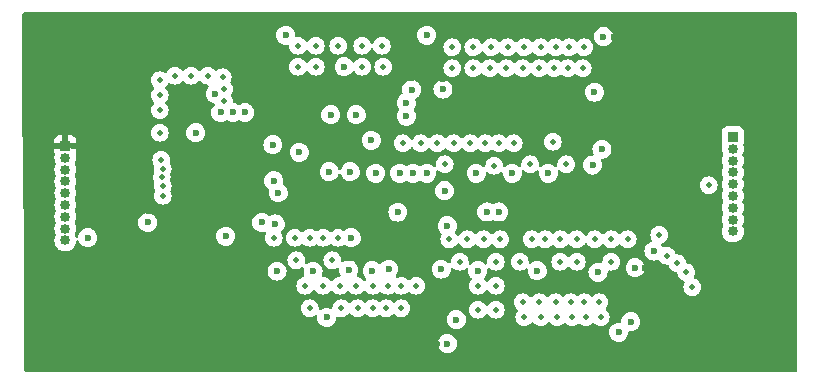
<source format=gbr>
%TF.GenerationSoftware,KiCad,Pcbnew,8.0.3*%
%TF.CreationDate,2024-07-25T00:21:40-07:00*%
%TF.ProjectId,radio_module,72616469-6f5f-46d6-9f64-756c652e6b69,rev?*%
%TF.SameCoordinates,Original*%
%TF.FileFunction,Copper,L3,Inr*%
%TF.FilePolarity,Positive*%
%FSLAX46Y46*%
G04 Gerber Fmt 4.6, Leading zero omitted, Abs format (unit mm)*
G04 Created by KiCad (PCBNEW 8.0.3) date 2024-07-25 00:21:40*
%MOMM*%
%LPD*%
G01*
G04 APERTURE LIST*
%TA.AperFunction,ComponentPad*%
%ADD10R,0.850000X0.850000*%
%TD*%
%TA.AperFunction,ComponentPad*%
%ADD11O,0.850000X0.850000*%
%TD*%
%TA.AperFunction,ViaPad*%
%ADD12C,0.500000*%
%TD*%
%TA.AperFunction,ViaPad*%
%ADD13C,0.600000*%
%TD*%
G04 APERTURE END LIST*
D10*
%TO.N,+3V3*%
%TO.C,J4*%
X99822000Y-97505000D03*
D11*
%TO.N,/NRESET*%
X99822000Y-98505000D03*
%TO.N,/DIO5*%
X99822000Y-99505000D03*
%TO.N,/SCK*%
X99822000Y-100505000D03*
%TO.N,/MISO*%
X99822000Y-101505000D03*
%TO.N,/MOSI*%
X99822000Y-102505000D03*
%TO.N,/NSS*%
X99822000Y-103505000D03*
%TO.N,GND*%
X99822000Y-104505000D03*
X99822000Y-105505000D03*
%TD*%
D10*
%TO.N,/ANT1*%
%TO.C,J3*%
X156337000Y-96743000D03*
D11*
%TO.N,GND*%
X156337000Y-97743000D03*
%TO.N,/DIO0*%
X156337000Y-98743000D03*
%TO.N,/DIO1*%
X156337000Y-99743000D03*
%TO.N,+5V*%
X156337000Y-100743000D03*
%TO.N,/DIO2*%
X156337000Y-101743000D03*
%TO.N,/DIO3*%
X156337000Y-102743000D03*
%TO.N,/DIO4*%
X156337000Y-103743000D03*
%TO.N,/ANT2*%
X156337000Y-104743000D03*
%TD*%
D12*
%TO.N,GND*%
X139954000Y-110744000D03*
D13*
X137668000Y-99822000D03*
D12*
X132334000Y-105410000D03*
D13*
X129159000Y-92735400D03*
X144927000Y-108204000D03*
D12*
X133223000Y-107315000D03*
X146050000Y-107315000D03*
X121666000Y-109347000D03*
D13*
X116459000Y-103985000D03*
D12*
X127000000Y-111252000D03*
X122428000Y-107188000D03*
X117475000Y-105283000D03*
X121666000Y-105283000D03*
D13*
X121957000Y-112025999D03*
D12*
X126619000Y-89027000D03*
X138684000Y-89154000D03*
X120142000Y-109347000D03*
X147447000Y-105410000D03*
X125857000Y-109347000D03*
X136271000Y-109347000D03*
X122936000Y-105283000D03*
D13*
X140716000Y-99822000D03*
D12*
X139319000Y-105410000D03*
D13*
X119634000Y-98044000D03*
D12*
X138557000Y-110744000D03*
X141478000Y-112014000D03*
X142367000Y-90932000D03*
D13*
X145265051Y-97775001D03*
D12*
X128270000Y-109347000D03*
D13*
X136525000Y-103096000D03*
X101727000Y-105283000D03*
X124038880Y-105274120D03*
X132171800Y-104255000D03*
D12*
X139192000Y-99060000D03*
D13*
X131802001Y-92697300D03*
X106807000Y-103985000D03*
D12*
X136652000Y-105410000D03*
D13*
X112979200Y-94672000D03*
X128701800Y-94996000D03*
D12*
X127127000Y-109347000D03*
X137160000Y-90932000D03*
X136525000Y-97282000D03*
X138557000Y-90932000D03*
D13*
X114014200Y-94672000D03*
D12*
X136271000Y-107315000D03*
D13*
X117475000Y-100457000D03*
D12*
X128397000Y-97282000D03*
X138303000Y-107315000D03*
X142494000Y-89154000D03*
D13*
X117602000Y-104112000D03*
X127980800Y-103112000D03*
X135509000Y-103096000D03*
D12*
X134366000Y-89154000D03*
X140462000Y-105410000D03*
X134747000Y-109347000D03*
X123063000Y-109347000D03*
D13*
X131663800Y-107938000D03*
X123444000Y-90805000D03*
X120799800Y-108108000D03*
D12*
X141351000Y-89154000D03*
X119507000Y-90805000D03*
X134747000Y-111379000D03*
X124460000Y-109347000D03*
X141097000Y-97155000D03*
X140081000Y-89154000D03*
X135890000Y-89154000D03*
X145034000Y-110744000D03*
D13*
X144630051Y-92949001D03*
D12*
X135763000Y-90932000D03*
X107823000Y-91948000D03*
X110490000Y-91567000D03*
X142621000Y-110744000D03*
X143891000Y-112014000D03*
D13*
X132175000Y-114236998D03*
D12*
X135255000Y-105410000D03*
X140081000Y-112014000D03*
X146050000Y-105410000D03*
X120523000Y-111252000D03*
X137287000Y-89154000D03*
X143129000Y-107315000D03*
X143129000Y-105410000D03*
X136144000Y-99187000D03*
X141732000Y-107315000D03*
D13*
X122301000Y-94869000D03*
X128143000Y-99822000D03*
X139791800Y-108065000D03*
D12*
X128270000Y-111252000D03*
D13*
X117398800Y-97409000D03*
D12*
X135382000Y-97282000D03*
X145161000Y-112014000D03*
X132588000Y-89154000D03*
D13*
X129286000Y-99822000D03*
X112522000Y-93091000D03*
D12*
X143764000Y-89154000D03*
X122936000Y-89027000D03*
X144653000Y-105410000D03*
X123190000Y-111252000D03*
X113284000Y-93726000D03*
X113284000Y-92710000D03*
X134366000Y-90932000D03*
D13*
X118491000Y-88142000D03*
D12*
X124587000Y-111252000D03*
X124968000Y-89027000D03*
X133858000Y-105410000D03*
X143764000Y-110744000D03*
D13*
X127218800Y-107938000D03*
X123825000Y-108013500D03*
D12*
X142748000Y-112014000D03*
X119253000Y-105283000D03*
X126746000Y-90805000D03*
D13*
X132937000Y-112204998D03*
D12*
X142240000Y-99060000D03*
X121031000Y-90805000D03*
X141351000Y-110744000D03*
D13*
X126111000Y-99822000D03*
D12*
X138684000Y-112014000D03*
D13*
X125821800Y-108065000D03*
X125730000Y-97028000D03*
X130429000Y-88138000D03*
D12*
X136271000Y-111379000D03*
X111887000Y-91567000D03*
D13*
X134747000Y-108077000D03*
D12*
X129921000Y-97282000D03*
X113157000Y-91694000D03*
X141224000Y-90932000D03*
D13*
X115030200Y-94672000D03*
D12*
X109093000Y-91567000D03*
X125857000Y-111252000D03*
D13*
X149653400Y-106407200D03*
X128701800Y-93853000D03*
D12*
X132588000Y-90932000D03*
X132715000Y-97282000D03*
D13*
X145392051Y-88250001D03*
D12*
X143637000Y-90932000D03*
X119507000Y-89027000D03*
X120523000Y-105283000D03*
X129540000Y-109347000D03*
D13*
X117751800Y-108108000D03*
X122174000Y-99695000D03*
X148082000Y-107823000D03*
X134620000Y-99822000D03*
D12*
X131953000Y-99060000D03*
X107823000Y-96393000D03*
X137795000Y-97282000D03*
D13*
X123952000Y-99695000D03*
X124460000Y-94869000D03*
D12*
X139954000Y-90932000D03*
X121031000Y-89027000D03*
X107823000Y-93218000D03*
D13*
X130429000Y-99822000D03*
D12*
X134112000Y-97282000D03*
X107823000Y-94488000D03*
X131318000Y-97282000D03*
X141732000Y-105410000D03*
X119380000Y-107188000D03*
X124968000Y-90805000D03*
D13*
X110871000Y-96393000D03*
%TO.N,+3V3*%
X129159000Y-91722000D03*
X146281051Y-97775001D03*
X129477000Y-113168499D03*
X101092000Y-97282000D03*
X106934000Y-103025000D03*
X131802001Y-91808300D03*
X148209000Y-113919000D03*
X148882003Y-107823000D03*
X127635000Y-87380000D03*
X146281051Y-88250001D03*
X131286000Y-114236998D03*
%TO.N,VR_PA*%
X131937000Y-101302000D03*
X117856000Y-101473000D03*
D12*
%TO.N,+5V*%
X154305000Y-100838000D03*
D13*
%TO.N,RF_CONTROL*%
X113411000Y-105156000D03*
X146685000Y-113284000D03*
%TO.N,RF_CONTROL_SW*%
X147701000Y-112395000D03*
X144462500Y-99123500D03*
D12*
%TO.N,/DIO0_sx*%
X107950000Y-98679000D03*
X150114000Y-105029000D03*
%TO.N,/DIO1_sx*%
X108069216Y-99446845D03*
X150749000Y-106807000D03*
%TO.N,/DIO2_sx*%
X107980251Y-100172749D03*
X151638000Y-107442000D03*
%TO.N,/DIO3_sx*%
X108075919Y-100878147D03*
X152400000Y-108204000D03*
%TO.N,/DIO4_sx*%
X108077000Y-101727000D03*
X152908000Y-109474000D03*
%TD*%
%TA.AperFunction,Conductor*%
%TO.N,+3V3*%
G36*
X161742539Y-86220185D02*
G01*
X161788294Y-86272989D01*
X161799500Y-86324500D01*
X161799500Y-116515500D01*
X161779815Y-116582539D01*
X161727011Y-116628294D01*
X161675500Y-116639500D01*
X96490028Y-116639500D01*
X96422989Y-116619815D01*
X96377234Y-116567011D01*
X96366032Y-116516525D01*
X96347193Y-114236994D01*
X131369435Y-114236994D01*
X131369435Y-114237001D01*
X131389630Y-114416247D01*
X131389631Y-114416252D01*
X131449211Y-114586521D01*
X131545184Y-114739260D01*
X131672738Y-114866814D01*
X131825478Y-114962787D01*
X131995745Y-115022366D01*
X131995750Y-115022367D01*
X132174996Y-115042563D01*
X132175000Y-115042563D01*
X132175004Y-115042563D01*
X132354249Y-115022367D01*
X132354252Y-115022366D01*
X132354255Y-115022366D01*
X132524522Y-114962787D01*
X132677262Y-114866814D01*
X132804816Y-114739260D01*
X132900789Y-114586520D01*
X132960368Y-114416253D01*
X132980565Y-114236998D01*
X132963953Y-114089565D01*
X132960369Y-114057748D01*
X132960368Y-114057743D01*
X132900788Y-113887474D01*
X132804815Y-113734735D01*
X132677262Y-113607182D01*
X132524523Y-113511209D01*
X132354254Y-113451629D01*
X132354249Y-113451628D01*
X132175004Y-113431433D01*
X132174996Y-113431433D01*
X131995750Y-113451628D01*
X131995745Y-113451629D01*
X131825476Y-113511209D01*
X131672737Y-113607182D01*
X131545184Y-113734735D01*
X131449211Y-113887474D01*
X131389631Y-114057743D01*
X131389630Y-114057748D01*
X131369435Y-114236994D01*
X96347193Y-114236994D01*
X96339317Y-113283996D01*
X145879435Y-113283996D01*
X145879435Y-113284003D01*
X145899630Y-113463249D01*
X145899631Y-113463254D01*
X145959211Y-113633523D01*
X146022807Y-113734735D01*
X146055184Y-113786262D01*
X146182738Y-113913816D01*
X146335478Y-114009789D01*
X146472523Y-114057743D01*
X146505745Y-114069368D01*
X146505750Y-114069369D01*
X146684996Y-114089565D01*
X146685000Y-114089565D01*
X146685004Y-114089565D01*
X146864249Y-114069369D01*
X146864252Y-114069368D01*
X146864255Y-114069368D01*
X147034522Y-114009789D01*
X147187262Y-113913816D01*
X147314816Y-113786262D01*
X147410789Y-113633522D01*
X147470368Y-113463255D01*
X147473954Y-113431433D01*
X147488602Y-113301419D01*
X147515668Y-113237005D01*
X147573263Y-113197450D01*
X147625705Y-113192082D01*
X147700996Y-113200565D01*
X147701000Y-113200565D01*
X147701004Y-113200565D01*
X147880249Y-113180369D01*
X147880252Y-113180368D01*
X147880255Y-113180368D01*
X148050522Y-113120789D01*
X148203262Y-113024816D01*
X148330816Y-112897262D01*
X148426789Y-112744522D01*
X148486368Y-112574255D01*
X148488176Y-112558211D01*
X148506565Y-112395003D01*
X148506565Y-112394996D01*
X148486369Y-112215750D01*
X148486368Y-112215745D01*
X148482695Y-112205248D01*
X148426789Y-112045478D01*
X148414551Y-112026002D01*
X148330815Y-111892737D01*
X148203262Y-111765184D01*
X148050523Y-111669211D01*
X147880254Y-111609631D01*
X147880249Y-111609630D01*
X147701004Y-111589435D01*
X147700996Y-111589435D01*
X147521750Y-111609630D01*
X147521745Y-111609631D01*
X147351476Y-111669211D01*
X147198737Y-111765184D01*
X147071184Y-111892737D01*
X146975211Y-112045476D01*
X146915631Y-112215745D01*
X146915630Y-112215750D01*
X146897397Y-112377581D01*
X146870331Y-112441995D01*
X146812736Y-112481551D01*
X146760294Y-112486918D01*
X146685004Y-112478435D01*
X146684996Y-112478435D01*
X146505750Y-112498630D01*
X146505745Y-112498631D01*
X146335476Y-112558211D01*
X146182737Y-112654184D01*
X146055184Y-112781737D01*
X145959211Y-112934476D01*
X145899631Y-113104745D01*
X145899630Y-113104750D01*
X145879435Y-113283996D01*
X96339317Y-113283996D01*
X96322523Y-111251997D01*
X119767751Y-111251997D01*
X119767751Y-111252002D01*
X119786685Y-111420056D01*
X119842545Y-111579694D01*
X119842547Y-111579697D01*
X119932518Y-111722884D01*
X119932523Y-111722890D01*
X120052109Y-111842476D01*
X120052115Y-111842481D01*
X120195302Y-111932452D01*
X120195305Y-111932454D01*
X120195309Y-111932455D01*
X120195310Y-111932456D01*
X120247826Y-111950832D01*
X120354943Y-111988314D01*
X120522997Y-112007249D01*
X120523000Y-112007249D01*
X120523003Y-112007249D01*
X120691056Y-111988314D01*
X120721026Y-111977827D01*
X120850690Y-111932456D01*
X120967669Y-111858952D01*
X121034905Y-111839952D01*
X121101740Y-111860319D01*
X121146954Y-111913587D01*
X121156862Y-111977827D01*
X121152864Y-112013315D01*
X121151464Y-112025748D01*
X121151435Y-112026001D01*
X121151435Y-112026002D01*
X121171630Y-112205248D01*
X121171631Y-112205253D01*
X121231211Y-112375522D01*
X121308566Y-112498631D01*
X121327184Y-112528261D01*
X121454738Y-112655815D01*
X121516232Y-112694454D01*
X121605130Y-112750313D01*
X121607478Y-112751788D01*
X121777745Y-112811367D01*
X121777750Y-112811368D01*
X121956996Y-112831564D01*
X121957000Y-112831564D01*
X121957004Y-112831564D01*
X122136249Y-112811368D01*
X122136252Y-112811367D01*
X122136255Y-112811367D01*
X122306522Y-112751788D01*
X122459262Y-112655815D01*
X122586816Y-112528261D01*
X122682789Y-112375521D01*
X122742368Y-112205254D01*
X122742398Y-112204994D01*
X132131435Y-112204994D01*
X132131435Y-112205001D01*
X132151630Y-112384247D01*
X132151631Y-112384252D01*
X132211211Y-112554521D01*
X132273834Y-112654184D01*
X132307184Y-112707260D01*
X132434738Y-112834814D01*
X132587478Y-112930787D01*
X132757745Y-112990366D01*
X132757750Y-112990367D01*
X132936996Y-113010563D01*
X132937000Y-113010563D01*
X132937004Y-113010563D01*
X133116249Y-112990367D01*
X133116252Y-112990366D01*
X133116255Y-112990366D01*
X133286522Y-112930787D01*
X133439262Y-112834814D01*
X133566816Y-112707260D01*
X133662789Y-112554520D01*
X133722368Y-112384253D01*
X133727163Y-112341697D01*
X133742565Y-112205001D01*
X133742565Y-112204994D01*
X133722369Y-112025748D01*
X133722368Y-112025743D01*
X133715897Y-112007249D01*
X133662789Y-111855476D01*
X133659275Y-111849884D01*
X133623582Y-111793078D01*
X133566816Y-111702736D01*
X133439262Y-111575182D01*
X133363840Y-111527791D01*
X133286523Y-111479209D01*
X133116254Y-111419629D01*
X133116249Y-111419628D01*
X132937004Y-111399433D01*
X132936996Y-111399433D01*
X132757750Y-111419628D01*
X132757745Y-111419629D01*
X132587476Y-111479209D01*
X132434737Y-111575182D01*
X132307184Y-111702735D01*
X132211211Y-111855474D01*
X132151631Y-112025743D01*
X132151630Y-112025748D01*
X132131435Y-112204994D01*
X122742398Y-112204994D01*
X122759079Y-112056939D01*
X122786145Y-111992525D01*
X122843740Y-111952970D01*
X122913577Y-111950832D01*
X122923244Y-111953777D01*
X123021941Y-111988313D01*
X123021940Y-111988313D01*
X123189997Y-112007249D01*
X123190000Y-112007249D01*
X123190003Y-112007249D01*
X123358056Y-111988314D01*
X123388026Y-111977827D01*
X123517690Y-111932456D01*
X123517692Y-111932454D01*
X123517694Y-111932454D01*
X123517697Y-111932452D01*
X123660884Y-111842481D01*
X123660885Y-111842480D01*
X123660890Y-111842477D01*
X123780477Y-111722890D01*
X123783506Y-111718068D01*
X123835841Y-111671778D01*
X123904895Y-111661130D01*
X123968743Y-111689505D01*
X123993494Y-111718069D01*
X123996523Y-111722890D01*
X124116109Y-111842476D01*
X124116115Y-111842481D01*
X124259302Y-111932452D01*
X124259305Y-111932454D01*
X124259309Y-111932455D01*
X124259310Y-111932456D01*
X124311826Y-111950832D01*
X124418943Y-111988314D01*
X124586997Y-112007249D01*
X124587000Y-112007249D01*
X124587003Y-112007249D01*
X124755056Y-111988314D01*
X124785026Y-111977827D01*
X124914690Y-111932456D01*
X124914692Y-111932454D01*
X124914694Y-111932454D01*
X124914697Y-111932452D01*
X125057884Y-111842481D01*
X125057885Y-111842480D01*
X125057890Y-111842477D01*
X125134319Y-111766048D01*
X125195642Y-111732563D01*
X125265334Y-111737547D01*
X125309681Y-111766048D01*
X125386109Y-111842476D01*
X125386115Y-111842481D01*
X125529302Y-111932452D01*
X125529305Y-111932454D01*
X125529309Y-111932455D01*
X125529310Y-111932456D01*
X125581826Y-111950832D01*
X125688943Y-111988314D01*
X125856997Y-112007249D01*
X125857000Y-112007249D01*
X125857003Y-112007249D01*
X126025056Y-111988314D01*
X126055026Y-111977827D01*
X126184690Y-111932456D01*
X126184692Y-111932454D01*
X126184694Y-111932454D01*
X126184697Y-111932452D01*
X126327884Y-111842481D01*
X126327885Y-111842480D01*
X126327890Y-111842477D01*
X126340819Y-111829548D01*
X126402142Y-111796063D01*
X126471834Y-111801047D01*
X126516181Y-111829548D01*
X126529109Y-111842476D01*
X126529115Y-111842481D01*
X126672302Y-111932452D01*
X126672305Y-111932454D01*
X126672309Y-111932455D01*
X126672310Y-111932456D01*
X126724826Y-111950832D01*
X126831943Y-111988314D01*
X126999997Y-112007249D01*
X127000000Y-112007249D01*
X127000003Y-112007249D01*
X127168056Y-111988314D01*
X127198026Y-111977827D01*
X127327690Y-111932456D01*
X127327692Y-111932454D01*
X127327694Y-111932454D01*
X127327697Y-111932452D01*
X127470884Y-111842481D01*
X127470885Y-111842480D01*
X127470890Y-111842477D01*
X127547319Y-111766048D01*
X127608642Y-111732563D01*
X127678334Y-111737547D01*
X127722681Y-111766048D01*
X127799109Y-111842476D01*
X127799115Y-111842481D01*
X127942302Y-111932452D01*
X127942305Y-111932454D01*
X127942309Y-111932455D01*
X127942310Y-111932456D01*
X127994826Y-111950832D01*
X128101943Y-111988314D01*
X128269997Y-112007249D01*
X128270000Y-112007249D01*
X128270003Y-112007249D01*
X128438056Y-111988314D01*
X128468026Y-111977827D01*
X128597690Y-111932456D01*
X128597692Y-111932454D01*
X128597694Y-111932454D01*
X128597697Y-111932452D01*
X128740884Y-111842481D01*
X128740885Y-111842480D01*
X128740890Y-111842477D01*
X128860477Y-111722890D01*
X128863506Y-111718069D01*
X128950452Y-111579697D01*
X128950454Y-111579694D01*
X128950454Y-111579692D01*
X128950456Y-111579690D01*
X129006313Y-111420059D01*
X129006313Y-111420058D01*
X129006314Y-111420056D01*
X129010940Y-111378997D01*
X133991751Y-111378997D01*
X133991751Y-111379002D01*
X134010685Y-111547056D01*
X134066545Y-111706694D01*
X134066547Y-111706697D01*
X134156518Y-111849884D01*
X134156523Y-111849890D01*
X134276109Y-111969476D01*
X134276115Y-111969481D01*
X134419302Y-112059452D01*
X134419305Y-112059454D01*
X134419309Y-112059455D01*
X134419310Y-112059456D01*
X134491913Y-112084860D01*
X134578943Y-112115314D01*
X134746997Y-112134249D01*
X134747000Y-112134249D01*
X134747003Y-112134249D01*
X134915056Y-112115314D01*
X134915059Y-112115313D01*
X135074690Y-112059456D01*
X135074692Y-112059454D01*
X135074694Y-112059454D01*
X135074697Y-112059452D01*
X135217884Y-111969481D01*
X135217885Y-111969480D01*
X135217890Y-111969477D01*
X135337477Y-111849890D01*
X135404006Y-111744009D01*
X135456341Y-111697719D01*
X135525395Y-111687071D01*
X135589243Y-111715446D01*
X135613993Y-111744009D01*
X135627841Y-111766048D01*
X135680523Y-111849890D01*
X135800109Y-111969476D01*
X135800115Y-111969481D01*
X135943302Y-112059452D01*
X135943305Y-112059454D01*
X135943309Y-112059455D01*
X135943310Y-112059456D01*
X136015913Y-112084860D01*
X136102943Y-112115314D01*
X136270997Y-112134249D01*
X136271000Y-112134249D01*
X136271003Y-112134249D01*
X136439056Y-112115314D01*
X136439059Y-112115313D01*
X136598690Y-112059456D01*
X136598692Y-112059454D01*
X136598694Y-112059454D01*
X136598697Y-112059452D01*
X136741884Y-111969481D01*
X136741885Y-111969480D01*
X136741890Y-111969477D01*
X136861477Y-111849890D01*
X136863957Y-111845943D01*
X136951452Y-111706697D01*
X136951454Y-111706694D01*
X136951454Y-111706692D01*
X136951456Y-111706690D01*
X137007313Y-111547059D01*
X137007313Y-111547058D01*
X137007314Y-111547056D01*
X137026249Y-111379002D01*
X137026249Y-111378997D01*
X137007314Y-111210943D01*
X136958590Y-111071697D01*
X136951456Y-111051310D01*
X136951455Y-111051309D01*
X136951454Y-111051305D01*
X136951452Y-111051302D01*
X136861481Y-110908115D01*
X136861476Y-110908109D01*
X136741890Y-110788523D01*
X136741884Y-110788518D01*
X136671030Y-110743997D01*
X137801751Y-110743997D01*
X137801751Y-110744002D01*
X137820685Y-110912056D01*
X137876545Y-111071694D01*
X137876547Y-111071697D01*
X137966518Y-111214884D01*
X137966523Y-111214890D01*
X138086109Y-111334476D01*
X138086114Y-111334480D01*
X138087134Y-111335121D01*
X138087651Y-111335706D01*
X138091556Y-111338820D01*
X138091010Y-111339503D01*
X138133423Y-111387457D01*
X138144069Y-111456511D01*
X138115691Y-111520358D01*
X138108841Y-111527791D01*
X138093524Y-111543107D01*
X138093518Y-111543115D01*
X138003547Y-111686302D01*
X138003545Y-111686305D01*
X137947685Y-111845943D01*
X137928751Y-112013997D01*
X137928751Y-112014002D01*
X137947685Y-112182056D01*
X138003545Y-112341694D01*
X138003547Y-112341697D01*
X138093518Y-112484884D01*
X138093523Y-112484890D01*
X138213109Y-112604476D01*
X138213115Y-112604481D01*
X138356302Y-112694452D01*
X138356305Y-112694454D01*
X138356309Y-112694455D01*
X138356310Y-112694456D01*
X138392902Y-112707260D01*
X138515943Y-112750314D01*
X138683997Y-112769249D01*
X138684000Y-112769249D01*
X138684003Y-112769249D01*
X138852056Y-112750314D01*
X138868609Y-112744522D01*
X139011690Y-112694456D01*
X139011692Y-112694454D01*
X139011694Y-112694454D01*
X139011697Y-112694452D01*
X139154884Y-112604481D01*
X139154885Y-112604480D01*
X139154890Y-112604477D01*
X139274477Y-112484890D01*
X139277506Y-112480068D01*
X139329841Y-112433778D01*
X139398895Y-112423130D01*
X139462743Y-112451505D01*
X139487494Y-112480069D01*
X139490523Y-112484890D01*
X139610109Y-112604476D01*
X139610115Y-112604481D01*
X139753302Y-112694452D01*
X139753305Y-112694454D01*
X139753309Y-112694455D01*
X139753310Y-112694456D01*
X139789902Y-112707260D01*
X139912943Y-112750314D01*
X140080997Y-112769249D01*
X140081000Y-112769249D01*
X140081003Y-112769249D01*
X140249056Y-112750314D01*
X140265609Y-112744522D01*
X140408690Y-112694456D01*
X140408692Y-112694454D01*
X140408694Y-112694454D01*
X140408697Y-112694452D01*
X140551884Y-112604481D01*
X140551885Y-112604480D01*
X140551890Y-112604477D01*
X140671477Y-112484890D01*
X140674506Y-112480068D01*
X140726841Y-112433778D01*
X140795895Y-112423130D01*
X140859743Y-112451505D01*
X140884494Y-112480069D01*
X140887523Y-112484890D01*
X141007109Y-112604476D01*
X141007115Y-112604481D01*
X141150302Y-112694452D01*
X141150305Y-112694454D01*
X141150309Y-112694455D01*
X141150310Y-112694456D01*
X141186902Y-112707260D01*
X141309943Y-112750314D01*
X141477997Y-112769249D01*
X141478000Y-112769249D01*
X141478003Y-112769249D01*
X141646056Y-112750314D01*
X141662609Y-112744522D01*
X141805690Y-112694456D01*
X141805692Y-112694454D01*
X141805694Y-112694454D01*
X141805697Y-112694452D01*
X141948884Y-112604481D01*
X141948885Y-112604480D01*
X141948890Y-112604477D01*
X142025319Y-112528048D01*
X142086642Y-112494563D01*
X142156334Y-112499547D01*
X142200681Y-112528048D01*
X142277109Y-112604476D01*
X142277115Y-112604481D01*
X142420302Y-112694452D01*
X142420305Y-112694454D01*
X142420309Y-112694455D01*
X142420310Y-112694456D01*
X142456902Y-112707260D01*
X142579943Y-112750314D01*
X142747997Y-112769249D01*
X142748000Y-112769249D01*
X142748003Y-112769249D01*
X142916056Y-112750314D01*
X142932609Y-112744522D01*
X143075690Y-112694456D01*
X143075692Y-112694454D01*
X143075694Y-112694454D01*
X143075697Y-112694452D01*
X143218884Y-112604481D01*
X143218885Y-112604480D01*
X143218890Y-112604477D01*
X143231819Y-112591548D01*
X143293142Y-112558063D01*
X143362834Y-112563047D01*
X143407181Y-112591548D01*
X143420109Y-112604476D01*
X143420115Y-112604481D01*
X143563302Y-112694452D01*
X143563305Y-112694454D01*
X143563309Y-112694455D01*
X143563310Y-112694456D01*
X143599902Y-112707260D01*
X143722943Y-112750314D01*
X143890997Y-112769249D01*
X143891000Y-112769249D01*
X143891003Y-112769249D01*
X144059056Y-112750314D01*
X144075609Y-112744522D01*
X144218690Y-112694456D01*
X144218692Y-112694454D01*
X144218694Y-112694454D01*
X144218697Y-112694452D01*
X144361884Y-112604481D01*
X144361885Y-112604480D01*
X144361890Y-112604477D01*
X144438319Y-112528048D01*
X144499642Y-112494563D01*
X144569334Y-112499547D01*
X144613681Y-112528048D01*
X144690109Y-112604476D01*
X144690115Y-112604481D01*
X144833302Y-112694452D01*
X144833305Y-112694454D01*
X144833309Y-112694455D01*
X144833310Y-112694456D01*
X144869902Y-112707260D01*
X144992943Y-112750314D01*
X145160997Y-112769249D01*
X145161000Y-112769249D01*
X145161003Y-112769249D01*
X145329056Y-112750314D01*
X145345609Y-112744522D01*
X145488690Y-112694456D01*
X145488692Y-112694454D01*
X145488694Y-112694454D01*
X145488697Y-112694452D01*
X145631884Y-112604481D01*
X145631885Y-112604480D01*
X145631890Y-112604477D01*
X145751477Y-112484890D01*
X145755533Y-112478435D01*
X145841452Y-112341697D01*
X145841454Y-112341694D01*
X145841454Y-112341692D01*
X145841456Y-112341690D01*
X145897313Y-112182059D01*
X145897313Y-112182058D01*
X145897314Y-112182056D01*
X145916249Y-112014002D01*
X145916249Y-112013997D01*
X145897314Y-111845943D01*
X145859500Y-111737877D01*
X145841456Y-111686310D01*
X145841455Y-111686309D01*
X145841454Y-111686305D01*
X145841452Y-111686302D01*
X145751481Y-111543115D01*
X145751476Y-111543109D01*
X145631890Y-111423523D01*
X145631886Y-111423520D01*
X145630861Y-111422876D01*
X145630340Y-111422287D01*
X145626444Y-111419180D01*
X145626988Y-111418497D01*
X145584574Y-111370537D01*
X145573931Y-111301483D01*
X145602311Y-111237637D01*
X145609150Y-111230216D01*
X145624477Y-111214890D01*
X145626957Y-111210943D01*
X145714452Y-111071697D01*
X145714454Y-111071694D01*
X145714454Y-111071692D01*
X145714456Y-111071690D01*
X145770313Y-110912059D01*
X145770313Y-110912058D01*
X145770314Y-110912056D01*
X145789249Y-110744002D01*
X145789249Y-110743997D01*
X145770314Y-110575943D01*
X145714454Y-110416305D01*
X145714452Y-110416302D01*
X145624481Y-110273115D01*
X145624476Y-110273109D01*
X145504890Y-110153523D01*
X145504884Y-110153518D01*
X145361697Y-110063547D01*
X145361694Y-110063545D01*
X145202056Y-110007685D01*
X145034003Y-109988751D01*
X145033997Y-109988751D01*
X144865943Y-110007685D01*
X144706305Y-110063545D01*
X144706302Y-110063547D01*
X144563115Y-110153518D01*
X144563109Y-110153523D01*
X144486681Y-110229952D01*
X144425358Y-110263437D01*
X144355666Y-110258453D01*
X144311319Y-110229952D01*
X144234890Y-110153523D01*
X144234884Y-110153518D01*
X144091697Y-110063547D01*
X144091694Y-110063545D01*
X143932056Y-110007685D01*
X143764003Y-109988751D01*
X143763997Y-109988751D01*
X143595943Y-110007685D01*
X143436305Y-110063545D01*
X143436302Y-110063547D01*
X143293115Y-110153518D01*
X143293109Y-110153523D01*
X143280181Y-110166452D01*
X143218858Y-110199937D01*
X143149166Y-110194953D01*
X143104819Y-110166452D01*
X143091890Y-110153523D01*
X143091884Y-110153518D01*
X142948697Y-110063547D01*
X142948694Y-110063545D01*
X142789056Y-110007685D01*
X142621003Y-109988751D01*
X142620997Y-109988751D01*
X142452943Y-110007685D01*
X142293305Y-110063545D01*
X142293302Y-110063547D01*
X142150115Y-110153518D01*
X142150109Y-110153523D01*
X142073681Y-110229952D01*
X142012358Y-110263437D01*
X141942666Y-110258453D01*
X141898319Y-110229952D01*
X141821890Y-110153523D01*
X141821884Y-110153518D01*
X141678697Y-110063547D01*
X141678694Y-110063545D01*
X141519056Y-110007685D01*
X141351003Y-109988751D01*
X141350997Y-109988751D01*
X141182943Y-110007685D01*
X141023305Y-110063545D01*
X141023302Y-110063547D01*
X140880115Y-110153518D01*
X140880109Y-110153523D01*
X140760522Y-110273110D01*
X140757491Y-110277935D01*
X140705154Y-110324224D01*
X140636100Y-110334869D01*
X140572253Y-110306491D01*
X140547509Y-110277935D01*
X140544477Y-110273110D01*
X140424890Y-110153523D01*
X140424884Y-110153518D01*
X140281697Y-110063547D01*
X140281694Y-110063545D01*
X140122056Y-110007685D01*
X139954003Y-109988751D01*
X139953997Y-109988751D01*
X139785943Y-110007685D01*
X139626305Y-110063545D01*
X139626302Y-110063547D01*
X139483115Y-110153518D01*
X139483109Y-110153523D01*
X139363522Y-110273110D01*
X139360491Y-110277935D01*
X139308154Y-110324224D01*
X139239100Y-110334869D01*
X139175253Y-110306491D01*
X139150509Y-110277935D01*
X139147477Y-110273110D01*
X139027890Y-110153523D01*
X139027884Y-110153518D01*
X138884697Y-110063547D01*
X138884694Y-110063545D01*
X138725056Y-110007685D01*
X138557003Y-109988751D01*
X138556997Y-109988751D01*
X138388943Y-110007685D01*
X138229305Y-110063545D01*
X138229302Y-110063547D01*
X138086115Y-110153518D01*
X138086109Y-110153523D01*
X137966523Y-110273109D01*
X137966518Y-110273115D01*
X137876547Y-110416302D01*
X137876545Y-110416305D01*
X137820685Y-110575943D01*
X137801751Y-110743997D01*
X136671030Y-110743997D01*
X136598697Y-110698547D01*
X136598694Y-110698545D01*
X136439056Y-110642685D01*
X136271003Y-110623751D01*
X136270997Y-110623751D01*
X136102943Y-110642685D01*
X135943305Y-110698545D01*
X135943302Y-110698547D01*
X135800115Y-110788518D01*
X135800109Y-110788523D01*
X135680521Y-110908111D01*
X135613993Y-111013990D01*
X135561658Y-111060280D01*
X135492605Y-111070928D01*
X135428757Y-111042553D01*
X135404007Y-111013990D01*
X135337478Y-110908111D01*
X135217890Y-110788523D01*
X135217884Y-110788518D01*
X135074697Y-110698547D01*
X135074694Y-110698545D01*
X134915056Y-110642685D01*
X134747003Y-110623751D01*
X134746997Y-110623751D01*
X134578943Y-110642685D01*
X134419305Y-110698545D01*
X134419302Y-110698547D01*
X134276115Y-110788518D01*
X134276109Y-110788523D01*
X134156523Y-110908109D01*
X134156518Y-110908115D01*
X134066547Y-111051302D01*
X134066545Y-111051305D01*
X134010685Y-111210943D01*
X133991751Y-111378997D01*
X129010940Y-111378997D01*
X129025249Y-111252002D01*
X129025249Y-111251997D01*
X129006314Y-111083943D01*
X128950454Y-110924305D01*
X128950452Y-110924302D01*
X128860481Y-110781115D01*
X128860476Y-110781109D01*
X128740890Y-110661523D01*
X128740884Y-110661518D01*
X128597697Y-110571547D01*
X128597694Y-110571545D01*
X128438056Y-110515685D01*
X128270003Y-110496751D01*
X128269997Y-110496751D01*
X128101943Y-110515685D01*
X127942305Y-110571545D01*
X127942302Y-110571547D01*
X127799115Y-110661518D01*
X127799109Y-110661523D01*
X127722681Y-110737952D01*
X127661358Y-110771437D01*
X127591666Y-110766453D01*
X127547319Y-110737952D01*
X127470890Y-110661523D01*
X127470884Y-110661518D01*
X127327697Y-110571547D01*
X127327694Y-110571545D01*
X127168056Y-110515685D01*
X127000003Y-110496751D01*
X126999997Y-110496751D01*
X126831943Y-110515685D01*
X126672305Y-110571545D01*
X126672302Y-110571547D01*
X126529115Y-110661518D01*
X126529109Y-110661523D01*
X126516181Y-110674452D01*
X126454858Y-110707937D01*
X126385166Y-110702953D01*
X126340819Y-110674452D01*
X126327890Y-110661523D01*
X126327884Y-110661518D01*
X126184697Y-110571547D01*
X126184694Y-110571545D01*
X126025056Y-110515685D01*
X125857003Y-110496751D01*
X125856997Y-110496751D01*
X125688943Y-110515685D01*
X125529305Y-110571545D01*
X125529302Y-110571547D01*
X125386115Y-110661518D01*
X125386109Y-110661523D01*
X125309681Y-110737952D01*
X125248358Y-110771437D01*
X125178666Y-110766453D01*
X125134319Y-110737952D01*
X125057890Y-110661523D01*
X125057884Y-110661518D01*
X124914697Y-110571547D01*
X124914694Y-110571545D01*
X124755056Y-110515685D01*
X124587003Y-110496751D01*
X124586997Y-110496751D01*
X124418943Y-110515685D01*
X124259305Y-110571545D01*
X124259302Y-110571547D01*
X124116115Y-110661518D01*
X124116109Y-110661523D01*
X123996522Y-110781110D01*
X123993491Y-110785935D01*
X123941154Y-110832224D01*
X123872100Y-110842869D01*
X123808253Y-110814491D01*
X123783509Y-110785935D01*
X123780477Y-110781110D01*
X123660890Y-110661523D01*
X123660884Y-110661518D01*
X123517697Y-110571547D01*
X123517694Y-110571545D01*
X123358056Y-110515685D01*
X123190003Y-110496751D01*
X123189997Y-110496751D01*
X123021943Y-110515685D01*
X122862305Y-110571545D01*
X122862302Y-110571547D01*
X122719115Y-110661518D01*
X122719109Y-110661523D01*
X122599523Y-110781109D01*
X122599518Y-110781115D01*
X122509547Y-110924302D01*
X122509545Y-110924305D01*
X122453685Y-111083944D01*
X122442070Y-111187035D01*
X122415003Y-111251449D01*
X122357408Y-111291004D01*
X122287571Y-111293141D01*
X122277895Y-111290193D01*
X122136254Y-111240630D01*
X122136249Y-111240629D01*
X121957004Y-111220434D01*
X121956996Y-111220434D01*
X121777750Y-111240629D01*
X121777745Y-111240630D01*
X121607476Y-111300210D01*
X121465340Y-111389521D01*
X121398103Y-111408521D01*
X121331268Y-111388153D01*
X121286054Y-111334885D01*
X121276148Y-111270642D01*
X121278249Y-111252000D01*
X121276206Y-111233867D01*
X121259314Y-111083943D01*
X121203454Y-110924305D01*
X121203452Y-110924302D01*
X121113481Y-110781115D01*
X121113476Y-110781109D01*
X120993890Y-110661523D01*
X120993884Y-110661518D01*
X120850697Y-110571547D01*
X120850694Y-110571545D01*
X120691056Y-110515685D01*
X120523003Y-110496751D01*
X120522997Y-110496751D01*
X120354943Y-110515685D01*
X120195305Y-110571545D01*
X120195302Y-110571547D01*
X120052115Y-110661518D01*
X120052109Y-110661523D01*
X119932523Y-110781109D01*
X119932518Y-110781115D01*
X119842547Y-110924302D01*
X119842545Y-110924305D01*
X119786685Y-111083943D01*
X119767751Y-111251997D01*
X96322523Y-111251997D01*
X96296540Y-108107996D01*
X116946235Y-108107996D01*
X116946235Y-108108003D01*
X116966430Y-108287249D01*
X116966431Y-108287254D01*
X117026011Y-108457523D01*
X117110353Y-108591751D01*
X117121984Y-108610262D01*
X117249538Y-108737816D01*
X117402278Y-108833789D01*
X117523230Y-108876112D01*
X117572545Y-108893368D01*
X117572550Y-108893369D01*
X117751796Y-108913565D01*
X117751800Y-108913565D01*
X117751804Y-108913565D01*
X117931049Y-108893369D01*
X117931052Y-108893368D01*
X117931055Y-108893368D01*
X118101322Y-108833789D01*
X118254062Y-108737816D01*
X118381616Y-108610262D01*
X118477589Y-108457522D01*
X118537168Y-108287255D01*
X118546548Y-108204003D01*
X118557365Y-108108003D01*
X118557365Y-108107996D01*
X118537169Y-107928750D01*
X118537168Y-107928745D01*
X118526321Y-107897745D01*
X118477589Y-107758478D01*
X118461652Y-107733115D01*
X118418209Y-107663976D01*
X118381616Y-107605738D01*
X118254062Y-107478184D01*
X118101323Y-107382211D01*
X117931054Y-107322631D01*
X117931049Y-107322630D01*
X117751804Y-107302435D01*
X117751796Y-107302435D01*
X117572550Y-107322630D01*
X117572545Y-107322631D01*
X117402276Y-107382211D01*
X117249537Y-107478184D01*
X117121984Y-107605737D01*
X117026011Y-107758476D01*
X116966431Y-107928745D01*
X116966430Y-107928750D01*
X116946235Y-108107996D01*
X96296540Y-108107996D01*
X96288937Y-107187997D01*
X118624751Y-107187997D01*
X118624751Y-107188002D01*
X118643685Y-107356056D01*
X118699545Y-107515694D01*
X118699547Y-107515697D01*
X118789518Y-107658884D01*
X118789523Y-107658890D01*
X118909109Y-107778476D01*
X118909115Y-107778481D01*
X119052302Y-107868452D01*
X119052305Y-107868454D01*
X119052309Y-107868455D01*
X119052310Y-107868456D01*
X119101734Y-107885750D01*
X119211943Y-107924314D01*
X119379997Y-107943249D01*
X119380000Y-107943249D01*
X119380003Y-107943249D01*
X119548056Y-107924314D01*
X119580721Y-107912884D01*
X119707690Y-107868456D01*
X119828376Y-107792623D01*
X119895610Y-107773623D01*
X119962446Y-107793990D01*
X120007660Y-107847257D01*
X120016899Y-107916514D01*
X120015240Y-107925203D01*
X120014430Y-107928748D01*
X119994235Y-108107996D01*
X119994235Y-108108003D01*
X120014430Y-108287249D01*
X120014432Y-108287257D01*
X120070421Y-108447264D01*
X120073982Y-108517042D01*
X120039253Y-108577670D01*
X119980516Y-108608204D01*
X119980729Y-108609137D01*
X119973946Y-108610684D01*
X119814305Y-108666545D01*
X119814302Y-108666547D01*
X119671115Y-108756518D01*
X119671109Y-108756523D01*
X119551523Y-108876109D01*
X119551518Y-108876115D01*
X119461547Y-109019302D01*
X119461545Y-109019305D01*
X119405685Y-109178943D01*
X119386751Y-109346997D01*
X119386751Y-109347002D01*
X119405685Y-109515056D01*
X119461545Y-109674694D01*
X119461547Y-109674697D01*
X119551518Y-109817884D01*
X119551523Y-109817890D01*
X119671109Y-109937476D01*
X119671115Y-109937481D01*
X119814302Y-110027452D01*
X119814305Y-110027454D01*
X119814309Y-110027455D01*
X119814310Y-110027456D01*
X119886913Y-110052860D01*
X119973943Y-110083314D01*
X120141997Y-110102249D01*
X120142000Y-110102249D01*
X120142003Y-110102249D01*
X120310056Y-110083314D01*
X120310059Y-110083313D01*
X120469690Y-110027456D01*
X120469692Y-110027454D01*
X120469694Y-110027454D01*
X120469697Y-110027452D01*
X120612884Y-109937481D01*
X120612885Y-109937480D01*
X120612890Y-109937477D01*
X120732477Y-109817890D01*
X120799006Y-109712009D01*
X120851341Y-109665719D01*
X120920395Y-109655071D01*
X120984243Y-109683446D01*
X121008993Y-109712009D01*
X121043407Y-109766778D01*
X121075523Y-109817890D01*
X121195109Y-109937476D01*
X121195115Y-109937481D01*
X121338302Y-110027452D01*
X121338305Y-110027454D01*
X121338309Y-110027455D01*
X121338310Y-110027456D01*
X121410913Y-110052860D01*
X121497943Y-110083314D01*
X121665997Y-110102249D01*
X121666000Y-110102249D01*
X121666003Y-110102249D01*
X121834056Y-110083314D01*
X121834059Y-110083313D01*
X121993690Y-110027456D01*
X121993692Y-110027454D01*
X121993694Y-110027454D01*
X121993697Y-110027452D01*
X122136884Y-109937481D01*
X122136885Y-109937480D01*
X122136890Y-109937477D01*
X122256477Y-109817890D01*
X122259506Y-109813068D01*
X122311841Y-109766778D01*
X122380895Y-109756130D01*
X122444743Y-109784505D01*
X122469494Y-109813069D01*
X122472523Y-109817890D01*
X122592109Y-109937476D01*
X122592115Y-109937481D01*
X122735302Y-110027452D01*
X122735305Y-110027454D01*
X122735309Y-110027455D01*
X122735310Y-110027456D01*
X122807913Y-110052860D01*
X122894943Y-110083314D01*
X123062997Y-110102249D01*
X123063000Y-110102249D01*
X123063003Y-110102249D01*
X123231056Y-110083314D01*
X123231059Y-110083313D01*
X123390690Y-110027456D01*
X123390692Y-110027454D01*
X123390694Y-110027454D01*
X123390697Y-110027452D01*
X123533884Y-109937481D01*
X123533885Y-109937480D01*
X123533890Y-109937477D01*
X123653477Y-109817890D01*
X123656506Y-109813068D01*
X123708841Y-109766778D01*
X123777895Y-109756130D01*
X123841743Y-109784505D01*
X123866494Y-109813069D01*
X123869523Y-109817890D01*
X123989109Y-109937476D01*
X123989115Y-109937481D01*
X124132302Y-110027452D01*
X124132305Y-110027454D01*
X124132309Y-110027455D01*
X124132310Y-110027456D01*
X124204913Y-110052860D01*
X124291943Y-110083314D01*
X124459997Y-110102249D01*
X124460000Y-110102249D01*
X124460003Y-110102249D01*
X124628056Y-110083314D01*
X124628059Y-110083313D01*
X124787690Y-110027456D01*
X124787692Y-110027454D01*
X124787694Y-110027454D01*
X124787697Y-110027452D01*
X124930884Y-109937481D01*
X124930885Y-109937480D01*
X124930890Y-109937477D01*
X125050477Y-109817890D01*
X125053506Y-109813068D01*
X125105841Y-109766778D01*
X125174895Y-109756130D01*
X125238743Y-109784505D01*
X125263494Y-109813069D01*
X125266523Y-109817890D01*
X125386109Y-109937476D01*
X125386115Y-109937481D01*
X125529302Y-110027452D01*
X125529305Y-110027454D01*
X125529309Y-110027455D01*
X125529310Y-110027456D01*
X125601913Y-110052860D01*
X125688943Y-110083314D01*
X125856997Y-110102249D01*
X125857000Y-110102249D01*
X125857003Y-110102249D01*
X126025056Y-110083314D01*
X126025059Y-110083313D01*
X126184690Y-110027456D01*
X126184692Y-110027454D01*
X126184694Y-110027454D01*
X126184697Y-110027452D01*
X126327884Y-109937481D01*
X126327885Y-109937480D01*
X126327890Y-109937477D01*
X126404319Y-109861048D01*
X126465642Y-109827563D01*
X126535334Y-109832547D01*
X126579681Y-109861048D01*
X126656109Y-109937476D01*
X126656115Y-109937481D01*
X126799302Y-110027452D01*
X126799305Y-110027454D01*
X126799309Y-110027455D01*
X126799310Y-110027456D01*
X126871913Y-110052860D01*
X126958943Y-110083314D01*
X127126997Y-110102249D01*
X127127000Y-110102249D01*
X127127003Y-110102249D01*
X127295056Y-110083314D01*
X127295059Y-110083313D01*
X127454690Y-110027456D01*
X127454692Y-110027454D01*
X127454694Y-110027454D01*
X127454697Y-110027452D01*
X127597884Y-109937481D01*
X127597885Y-109937480D01*
X127597890Y-109937477D01*
X127610819Y-109924548D01*
X127672142Y-109891063D01*
X127741834Y-109896047D01*
X127786181Y-109924548D01*
X127799109Y-109937476D01*
X127799115Y-109937481D01*
X127942302Y-110027452D01*
X127942305Y-110027454D01*
X127942309Y-110027455D01*
X127942310Y-110027456D01*
X128014913Y-110052860D01*
X128101943Y-110083314D01*
X128269997Y-110102249D01*
X128270000Y-110102249D01*
X128270003Y-110102249D01*
X128438056Y-110083314D01*
X128438059Y-110083313D01*
X128597690Y-110027456D01*
X128597692Y-110027454D01*
X128597694Y-110027454D01*
X128597697Y-110027452D01*
X128740884Y-109937481D01*
X128740885Y-109937480D01*
X128740890Y-109937477D01*
X128817319Y-109861048D01*
X128878642Y-109827563D01*
X128948334Y-109832547D01*
X128992681Y-109861048D01*
X129069109Y-109937476D01*
X129069115Y-109937481D01*
X129212302Y-110027452D01*
X129212305Y-110027454D01*
X129212309Y-110027455D01*
X129212310Y-110027456D01*
X129284913Y-110052860D01*
X129371943Y-110083314D01*
X129539997Y-110102249D01*
X129540000Y-110102249D01*
X129540003Y-110102249D01*
X129708056Y-110083314D01*
X129708059Y-110083313D01*
X129867690Y-110027456D01*
X129867692Y-110027454D01*
X129867694Y-110027454D01*
X129867697Y-110027452D01*
X130010884Y-109937481D01*
X130010885Y-109937480D01*
X130010890Y-109937477D01*
X130130477Y-109817890D01*
X130140656Y-109801690D01*
X130220452Y-109674697D01*
X130220454Y-109674694D01*
X130220454Y-109674692D01*
X130220456Y-109674690D01*
X130276313Y-109515059D01*
X130276313Y-109515058D01*
X130276314Y-109515056D01*
X130295249Y-109347002D01*
X130295249Y-109346997D01*
X130276314Y-109178943D01*
X130238500Y-109070877D01*
X130220456Y-109019310D01*
X130220455Y-109019309D01*
X130220454Y-109019305D01*
X130220452Y-109019302D01*
X130130481Y-108876115D01*
X130130476Y-108876109D01*
X130010890Y-108756523D01*
X130010884Y-108756518D01*
X129867697Y-108666547D01*
X129867694Y-108666545D01*
X129708056Y-108610685D01*
X129540003Y-108591751D01*
X129539997Y-108591751D01*
X129371943Y-108610685D01*
X129212305Y-108666545D01*
X129212302Y-108666547D01*
X129069115Y-108756518D01*
X129069109Y-108756523D01*
X128992681Y-108832952D01*
X128931358Y-108866437D01*
X128861666Y-108861453D01*
X128817319Y-108832952D01*
X128740890Y-108756523D01*
X128740884Y-108756518D01*
X128597697Y-108666547D01*
X128597694Y-108666545D01*
X128438056Y-108610685D01*
X128270003Y-108591751D01*
X128269997Y-108591751D01*
X128101942Y-108610686D01*
X127962895Y-108659340D01*
X127893116Y-108662901D01*
X127832489Y-108628172D01*
X127800262Y-108566178D01*
X127806668Y-108496603D01*
X127834258Y-108454619D01*
X127848616Y-108440262D01*
X127944589Y-108287522D01*
X128004168Y-108117255D01*
X128004182Y-108117133D01*
X128024365Y-107938003D01*
X128024365Y-107937996D01*
X130858235Y-107937996D01*
X130858235Y-107938003D01*
X130878430Y-108117249D01*
X130878431Y-108117254D01*
X130938011Y-108287523D01*
X130985451Y-108363022D01*
X131033984Y-108440262D01*
X131161538Y-108567816D01*
X131229762Y-108610684D01*
X131312864Y-108662901D01*
X131314278Y-108663789D01*
X131435659Y-108706262D01*
X131484545Y-108723368D01*
X131484550Y-108723369D01*
X131663796Y-108743565D01*
X131663800Y-108743565D01*
X131663804Y-108743565D01*
X131843049Y-108723369D01*
X131843052Y-108723368D01*
X131843055Y-108723368D01*
X132013322Y-108663789D01*
X132166062Y-108567816D01*
X132293616Y-108440262D01*
X132389589Y-108287522D01*
X132449168Y-108117255D01*
X132450211Y-108108003D01*
X132462126Y-108002249D01*
X132469365Y-107938000D01*
X132469009Y-107934844D01*
X132469365Y-107932814D01*
X132469365Y-107931036D01*
X132469676Y-107931036D01*
X132481061Y-107866025D01*
X132528407Y-107814643D01*
X132596017Y-107797016D01*
X132662424Y-107818739D01*
X132679910Y-107833277D01*
X132752109Y-107905476D01*
X132752115Y-107905481D01*
X132895302Y-107995452D01*
X132895305Y-107995454D01*
X132895309Y-107995455D01*
X132895310Y-107995456D01*
X132914738Y-108002254D01*
X133054943Y-108051314D01*
X133222997Y-108070249D01*
X133223000Y-108070249D01*
X133223003Y-108070249D01*
X133391056Y-108051314D01*
X133434984Y-108035943D01*
X133550690Y-107995456D01*
X133550692Y-107995454D01*
X133550694Y-107995454D01*
X133550697Y-107995452D01*
X133693884Y-107905481D01*
X133693885Y-107905480D01*
X133693890Y-107905477D01*
X133744070Y-107855296D01*
X133805391Y-107821812D01*
X133875083Y-107826796D01*
X133931016Y-107868667D01*
X133955434Y-107934131D01*
X133954970Y-107956861D01*
X133941435Y-108076995D01*
X133941435Y-108077003D01*
X133961630Y-108256249D01*
X133961631Y-108256254D01*
X134021211Y-108426523D01*
X134117184Y-108579262D01*
X134197596Y-108659674D01*
X134231081Y-108720997D01*
X134226097Y-108790689D01*
X134197597Y-108835035D01*
X134156524Y-108876108D01*
X134156518Y-108876115D01*
X134066547Y-109019302D01*
X134066545Y-109019305D01*
X134010685Y-109178943D01*
X133991751Y-109346997D01*
X133991751Y-109347002D01*
X134010685Y-109515056D01*
X134066545Y-109674694D01*
X134066547Y-109674697D01*
X134156518Y-109817884D01*
X134156523Y-109817890D01*
X134276109Y-109937476D01*
X134276115Y-109937481D01*
X134419302Y-110027452D01*
X134419305Y-110027454D01*
X134419309Y-110027455D01*
X134419310Y-110027456D01*
X134491913Y-110052860D01*
X134578943Y-110083314D01*
X134746997Y-110102249D01*
X134747000Y-110102249D01*
X134747003Y-110102249D01*
X134915056Y-110083314D01*
X134915059Y-110083313D01*
X135074690Y-110027456D01*
X135074692Y-110027454D01*
X135074694Y-110027454D01*
X135074697Y-110027452D01*
X135217884Y-109937481D01*
X135217885Y-109937480D01*
X135217890Y-109937477D01*
X135337477Y-109817890D01*
X135404006Y-109712009D01*
X135456341Y-109665719D01*
X135525395Y-109655071D01*
X135589243Y-109683446D01*
X135613993Y-109712009D01*
X135648407Y-109766778D01*
X135680523Y-109817890D01*
X135800109Y-109937476D01*
X135800115Y-109937481D01*
X135943302Y-110027452D01*
X135943305Y-110027454D01*
X135943309Y-110027455D01*
X135943310Y-110027456D01*
X136015913Y-110052860D01*
X136102943Y-110083314D01*
X136270997Y-110102249D01*
X136271000Y-110102249D01*
X136271003Y-110102249D01*
X136439056Y-110083314D01*
X136439059Y-110083313D01*
X136598690Y-110027456D01*
X136598692Y-110027454D01*
X136598694Y-110027454D01*
X136598697Y-110027452D01*
X136741884Y-109937481D01*
X136741885Y-109937480D01*
X136741890Y-109937477D01*
X136861477Y-109817890D01*
X136871656Y-109801690D01*
X136951452Y-109674697D01*
X136951454Y-109674694D01*
X136951454Y-109674692D01*
X136951456Y-109674690D01*
X137007313Y-109515059D01*
X137007313Y-109515058D01*
X137007314Y-109515056D01*
X137026249Y-109347002D01*
X137026249Y-109346997D01*
X137007314Y-109178943D01*
X136969500Y-109070877D01*
X136951456Y-109019310D01*
X136951455Y-109019309D01*
X136951454Y-109019305D01*
X136951452Y-109019302D01*
X136861481Y-108876115D01*
X136861476Y-108876109D01*
X136741890Y-108756523D01*
X136741884Y-108756518D01*
X136598697Y-108666547D01*
X136598694Y-108666545D01*
X136439056Y-108610685D01*
X136271003Y-108591751D01*
X136270997Y-108591751D01*
X136102943Y-108610685D01*
X135943305Y-108666545D01*
X135943302Y-108666547D01*
X135800115Y-108756518D01*
X135800109Y-108756523D01*
X135680521Y-108876111D01*
X135613993Y-108981990D01*
X135561658Y-109028280D01*
X135492605Y-109038928D01*
X135428757Y-109010553D01*
X135404007Y-108981990D01*
X135337478Y-108876111D01*
X135296403Y-108835036D01*
X135262918Y-108773713D01*
X135267902Y-108704021D01*
X135296399Y-108659678D01*
X135376816Y-108579262D01*
X135472789Y-108426522D01*
X135532368Y-108256255D01*
X135533720Y-108244255D01*
X135552565Y-108077003D01*
X135552565Y-108076997D01*
X135539029Y-107956862D01*
X135551083Y-107888040D01*
X135598432Y-107836660D01*
X135666043Y-107819036D01*
X135732449Y-107840762D01*
X135749930Y-107855297D01*
X135800109Y-107905476D01*
X135800115Y-107905481D01*
X135943302Y-107995452D01*
X135943305Y-107995454D01*
X135943309Y-107995455D01*
X135943310Y-107995456D01*
X135962738Y-108002254D01*
X136102943Y-108051314D01*
X136270997Y-108070249D01*
X136271000Y-108070249D01*
X136271003Y-108070249D01*
X136439056Y-108051314D01*
X136482984Y-108035943D01*
X136598690Y-107995456D01*
X136598692Y-107995454D01*
X136598694Y-107995454D01*
X136598697Y-107995452D01*
X136741884Y-107905481D01*
X136741885Y-107905480D01*
X136741890Y-107905477D01*
X136861477Y-107785890D01*
X136864506Y-107781069D01*
X136951452Y-107642697D01*
X136951454Y-107642694D01*
X136951454Y-107642692D01*
X136951456Y-107642690D01*
X137007313Y-107483059D01*
X137007313Y-107483058D01*
X137007314Y-107483056D01*
X137026249Y-107315002D01*
X137026249Y-107314997D01*
X137547751Y-107314997D01*
X137547751Y-107315002D01*
X137566685Y-107483056D01*
X137622545Y-107642694D01*
X137622547Y-107642697D01*
X137712518Y-107785884D01*
X137712523Y-107785890D01*
X137832109Y-107905476D01*
X137832115Y-107905481D01*
X137975302Y-107995452D01*
X137975305Y-107995454D01*
X137975309Y-107995455D01*
X137975310Y-107995456D01*
X137994738Y-108002254D01*
X138134943Y-108051314D01*
X138302997Y-108070249D01*
X138303000Y-108070249D01*
X138303003Y-108070249D01*
X138471056Y-108051314D01*
X138514984Y-108035943D01*
X138630690Y-107995456D01*
X138630692Y-107995454D01*
X138630694Y-107995454D01*
X138630697Y-107995452D01*
X138773884Y-107905481D01*
X138773885Y-107905479D01*
X138773890Y-107905477D01*
X138782875Y-107896491D01*
X138844195Y-107863006D01*
X138913886Y-107867988D01*
X138969821Y-107909857D01*
X138994241Y-107975320D01*
X138993777Y-107998054D01*
X138986235Y-108064995D01*
X138986235Y-108065003D01*
X139006430Y-108244249D01*
X139006431Y-108244254D01*
X139066011Y-108414523D01*
X139139635Y-108531694D01*
X139161984Y-108567262D01*
X139289538Y-108694816D01*
X139357972Y-108737816D01*
X139442118Y-108790689D01*
X139442278Y-108790789D01*
X139562773Y-108832952D01*
X139612545Y-108850368D01*
X139612550Y-108850369D01*
X139791796Y-108870565D01*
X139791800Y-108870565D01*
X139791804Y-108870565D01*
X139971049Y-108850369D01*
X139971052Y-108850368D01*
X139971055Y-108850368D01*
X140141322Y-108790789D01*
X140294062Y-108694816D01*
X140421616Y-108567262D01*
X140517589Y-108414522D01*
X140577168Y-108244255D01*
X140580585Y-108213927D01*
X140581704Y-108203996D01*
X144121435Y-108203996D01*
X144121435Y-108204003D01*
X144141630Y-108383249D01*
X144141631Y-108383254D01*
X144201211Y-108553523D01*
X144277468Y-108674884D01*
X144297184Y-108706262D01*
X144424738Y-108833816D01*
X144499727Y-108880935D01*
X144573395Y-108927224D01*
X144577478Y-108929789D01*
X144650493Y-108955338D01*
X144747745Y-108989368D01*
X144747750Y-108989369D01*
X144926996Y-109009565D01*
X144927000Y-109009565D01*
X144927004Y-109009565D01*
X145106249Y-108989369D01*
X145106252Y-108989368D01*
X145106255Y-108989368D01*
X145276522Y-108929789D01*
X145429262Y-108833816D01*
X145556816Y-108706262D01*
X145652789Y-108553522D01*
X145712368Y-108383255D01*
X145712369Y-108383249D01*
X145732565Y-108204003D01*
X145732565Y-108204002D01*
X145732565Y-108204000D01*
X145730531Y-108185952D01*
X145742584Y-108117133D01*
X145789931Y-108065752D01*
X145857541Y-108048126D01*
X145881347Y-108051178D01*
X145881941Y-108051313D01*
X146049997Y-108070249D01*
X146050000Y-108070249D01*
X146050003Y-108070249D01*
X146218056Y-108051314D01*
X146261984Y-108035943D01*
X146377690Y-107995456D01*
X146377692Y-107995454D01*
X146377694Y-107995454D01*
X146377697Y-107995452D01*
X146520884Y-107905481D01*
X146520885Y-107905480D01*
X146520890Y-107905477D01*
X146603371Y-107822996D01*
X147276435Y-107822996D01*
X147276435Y-107823003D01*
X147296630Y-108002249D01*
X147296631Y-108002254D01*
X147356211Y-108172523D01*
X147452184Y-108325262D01*
X147579738Y-108452816D01*
X147732478Y-108548789D01*
X147860921Y-108593733D01*
X147902745Y-108608368D01*
X147902750Y-108608369D01*
X148081996Y-108628565D01*
X148082000Y-108628565D01*
X148082004Y-108628565D01*
X148261249Y-108608369D01*
X148261252Y-108608368D01*
X148261255Y-108608368D01*
X148431522Y-108548789D01*
X148584262Y-108452816D01*
X148711816Y-108325262D01*
X148807789Y-108172522D01*
X148867368Y-108002255D01*
X148867369Y-108002249D01*
X148887565Y-107823003D01*
X148887565Y-107822996D01*
X148867369Y-107643750D01*
X148867368Y-107643745D01*
X148848029Y-107588478D01*
X148807789Y-107473478D01*
X148804150Y-107467687D01*
X148747513Y-107377550D01*
X148711816Y-107320738D01*
X148584262Y-107193184D01*
X148519724Y-107152632D01*
X148431523Y-107097211D01*
X148261254Y-107037631D01*
X148261249Y-107037630D01*
X148082004Y-107017435D01*
X148081996Y-107017435D01*
X147902750Y-107037630D01*
X147902745Y-107037631D01*
X147732476Y-107097211D01*
X147579737Y-107193184D01*
X147452184Y-107320737D01*
X147356211Y-107473476D01*
X147296631Y-107643745D01*
X147296630Y-107643750D01*
X147276435Y-107822996D01*
X146603371Y-107822996D01*
X146640477Y-107785890D01*
X146643506Y-107781069D01*
X146730452Y-107642697D01*
X146730454Y-107642694D01*
X146730454Y-107642692D01*
X146730456Y-107642690D01*
X146786313Y-107483059D01*
X146786313Y-107483058D01*
X146786314Y-107483056D01*
X146805249Y-107315002D01*
X146805249Y-107314997D01*
X146786314Y-107146943D01*
X146730454Y-106987305D01*
X146730452Y-106987302D01*
X146640481Y-106844115D01*
X146640476Y-106844109D01*
X146520890Y-106724523D01*
X146520884Y-106724518D01*
X146377697Y-106634547D01*
X146377694Y-106634545D01*
X146218056Y-106578685D01*
X146050003Y-106559751D01*
X146049997Y-106559751D01*
X145881943Y-106578685D01*
X145722305Y-106634545D01*
X145722302Y-106634547D01*
X145579115Y-106724518D01*
X145579109Y-106724523D01*
X145459523Y-106844109D01*
X145459518Y-106844115D01*
X145369547Y-106987302D01*
X145369545Y-106987305D01*
X145313685Y-107146943D01*
X145293971Y-107321920D01*
X145291288Y-107321617D01*
X145275066Y-107376866D01*
X145222262Y-107422621D01*
X145153104Y-107432565D01*
X145129798Y-107426869D01*
X145106260Y-107418633D01*
X145106249Y-107418630D01*
X144927004Y-107398435D01*
X144926996Y-107398435D01*
X144747750Y-107418630D01*
X144747745Y-107418631D01*
X144577476Y-107478211D01*
X144424737Y-107574184D01*
X144297184Y-107701737D01*
X144201211Y-107854476D01*
X144141631Y-108024745D01*
X144141630Y-108024750D01*
X144121435Y-108203996D01*
X140581704Y-108203996D01*
X140597365Y-108065003D01*
X140597365Y-108064996D01*
X140577169Y-107885750D01*
X140577168Y-107885745D01*
X140566227Y-107854478D01*
X140517589Y-107715478D01*
X140421616Y-107562738D01*
X140294062Y-107435184D01*
X140267718Y-107418631D01*
X140141323Y-107339211D01*
X140072124Y-107314997D01*
X140976751Y-107314997D01*
X140976751Y-107315002D01*
X140995685Y-107483056D01*
X141051545Y-107642694D01*
X141051547Y-107642697D01*
X141141518Y-107785884D01*
X141141523Y-107785890D01*
X141261109Y-107905476D01*
X141261115Y-107905481D01*
X141404302Y-107995452D01*
X141404305Y-107995454D01*
X141404309Y-107995455D01*
X141404310Y-107995456D01*
X141423738Y-108002254D01*
X141563943Y-108051314D01*
X141731997Y-108070249D01*
X141732000Y-108070249D01*
X141732003Y-108070249D01*
X141900056Y-108051314D01*
X141943984Y-108035943D01*
X142059690Y-107995456D01*
X142059692Y-107995454D01*
X142059694Y-107995454D01*
X142059697Y-107995452D01*
X142202884Y-107905481D01*
X142202885Y-107905480D01*
X142202890Y-107905477D01*
X142322477Y-107785890D01*
X142325506Y-107781068D01*
X142377841Y-107734778D01*
X142446895Y-107724130D01*
X142510743Y-107752505D01*
X142535494Y-107781069D01*
X142538523Y-107785890D01*
X142658109Y-107905476D01*
X142658115Y-107905481D01*
X142801302Y-107995452D01*
X142801305Y-107995454D01*
X142801309Y-107995455D01*
X142801310Y-107995456D01*
X142820738Y-108002254D01*
X142960943Y-108051314D01*
X143128997Y-108070249D01*
X143129000Y-108070249D01*
X143129003Y-108070249D01*
X143297056Y-108051314D01*
X143340984Y-108035943D01*
X143456690Y-107995456D01*
X143456692Y-107995454D01*
X143456694Y-107995454D01*
X143456697Y-107995452D01*
X143599884Y-107905481D01*
X143599885Y-107905480D01*
X143599890Y-107905477D01*
X143719477Y-107785890D01*
X143722506Y-107781069D01*
X143809452Y-107642697D01*
X143809454Y-107642694D01*
X143809454Y-107642692D01*
X143809456Y-107642690D01*
X143865313Y-107483059D01*
X143865313Y-107483058D01*
X143865314Y-107483056D01*
X143884249Y-107315002D01*
X143884249Y-107314997D01*
X143865314Y-107146943D01*
X143809454Y-106987305D01*
X143809452Y-106987302D01*
X143719481Y-106844115D01*
X143719476Y-106844109D01*
X143599890Y-106724523D01*
X143599884Y-106724518D01*
X143456697Y-106634547D01*
X143456694Y-106634545D01*
X143297056Y-106578685D01*
X143129003Y-106559751D01*
X143128997Y-106559751D01*
X142960943Y-106578685D01*
X142801305Y-106634545D01*
X142801302Y-106634547D01*
X142658115Y-106724518D01*
X142658109Y-106724523D01*
X142538522Y-106844110D01*
X142535491Y-106848935D01*
X142483154Y-106895224D01*
X142414100Y-106905869D01*
X142350253Y-106877491D01*
X142325509Y-106848935D01*
X142322477Y-106844110D01*
X142202890Y-106724523D01*
X142202884Y-106724518D01*
X142059697Y-106634547D01*
X142059694Y-106634545D01*
X141900056Y-106578685D01*
X141732003Y-106559751D01*
X141731997Y-106559751D01*
X141563943Y-106578685D01*
X141404305Y-106634545D01*
X141404302Y-106634547D01*
X141261115Y-106724518D01*
X141261109Y-106724523D01*
X141141523Y-106844109D01*
X141141518Y-106844115D01*
X141051547Y-106987302D01*
X141051545Y-106987305D01*
X140995685Y-107146943D01*
X140976751Y-107314997D01*
X140072124Y-107314997D01*
X139971054Y-107279631D01*
X139971049Y-107279630D01*
X139791804Y-107259435D01*
X139791796Y-107259435D01*
X139612550Y-107279630D01*
X139612545Y-107279631D01*
X139442276Y-107339211D01*
X139289539Y-107435183D01*
X139264196Y-107460526D01*
X139202872Y-107494010D01*
X139133181Y-107489024D01*
X139077248Y-107447152D01*
X139052832Y-107381687D01*
X139053296Y-107358959D01*
X139058249Y-107315002D01*
X139058249Y-107314997D01*
X139039314Y-107146943D01*
X138983454Y-106987305D01*
X138983452Y-106987302D01*
X138893481Y-106844115D01*
X138893476Y-106844109D01*
X138773890Y-106724523D01*
X138773884Y-106724518D01*
X138630697Y-106634547D01*
X138630694Y-106634545D01*
X138471056Y-106578685D01*
X138303003Y-106559751D01*
X138302997Y-106559751D01*
X138134943Y-106578685D01*
X137975305Y-106634545D01*
X137975302Y-106634547D01*
X137832115Y-106724518D01*
X137832109Y-106724523D01*
X137712523Y-106844109D01*
X137712518Y-106844115D01*
X137622547Y-106987302D01*
X137622545Y-106987305D01*
X137566685Y-107146943D01*
X137547751Y-107314997D01*
X137026249Y-107314997D01*
X137007314Y-107146943D01*
X136951454Y-106987305D01*
X136951452Y-106987302D01*
X136861481Y-106844115D01*
X136861476Y-106844109D01*
X136741890Y-106724523D01*
X136741884Y-106724518D01*
X136598697Y-106634547D01*
X136598694Y-106634545D01*
X136439056Y-106578685D01*
X136271003Y-106559751D01*
X136270997Y-106559751D01*
X136102943Y-106578685D01*
X135943305Y-106634545D01*
X135943302Y-106634547D01*
X135800115Y-106724518D01*
X135800109Y-106724523D01*
X135680523Y-106844109D01*
X135680518Y-106844115D01*
X135590547Y-106987302D01*
X135590545Y-106987305D01*
X135534685Y-107146943D01*
X135515751Y-107314997D01*
X135515751Y-107315003D01*
X135526697Y-107412154D01*
X135514642Y-107480976D01*
X135467293Y-107532355D01*
X135399683Y-107549979D01*
X135333277Y-107528252D01*
X135315796Y-107513718D01*
X135249262Y-107447184D01*
X135096523Y-107351211D01*
X134926254Y-107291631D01*
X134926249Y-107291630D01*
X134747004Y-107271435D01*
X134746996Y-107271435D01*
X134567750Y-107291630D01*
X134567745Y-107291631D01*
X134397476Y-107351211D01*
X134244739Y-107447183D01*
X134178203Y-107513719D01*
X134116879Y-107547203D01*
X134047188Y-107542218D01*
X133991254Y-107500347D01*
X133966838Y-107434882D01*
X133967302Y-107412152D01*
X133968196Y-107404224D01*
X133977501Y-107321639D01*
X133978249Y-107315001D01*
X133978249Y-107314997D01*
X133959314Y-107146943D01*
X133903454Y-106987305D01*
X133903452Y-106987302D01*
X133813481Y-106844115D01*
X133813476Y-106844109D01*
X133693890Y-106724523D01*
X133693884Y-106724518D01*
X133550697Y-106634547D01*
X133550694Y-106634545D01*
X133391056Y-106578685D01*
X133223003Y-106559751D01*
X133222997Y-106559751D01*
X133054943Y-106578685D01*
X132895305Y-106634545D01*
X132895302Y-106634547D01*
X132752115Y-106724518D01*
X132752109Y-106724523D01*
X132632523Y-106844109D01*
X132632518Y-106844115D01*
X132542547Y-106987302D01*
X132542545Y-106987305D01*
X132486685Y-107146943D01*
X132466971Y-107321920D01*
X132464483Y-107321639D01*
X132448066Y-107377550D01*
X132395262Y-107423305D01*
X132326104Y-107433249D01*
X132262548Y-107404224D01*
X132256070Y-107398192D01*
X132166062Y-107308184D01*
X132013323Y-107212211D01*
X131843054Y-107152631D01*
X131843049Y-107152630D01*
X131663804Y-107132435D01*
X131663796Y-107132435D01*
X131484550Y-107152630D01*
X131484545Y-107152631D01*
X131314276Y-107212211D01*
X131161537Y-107308184D01*
X131033984Y-107435737D01*
X130938011Y-107588476D01*
X130878431Y-107758745D01*
X130878430Y-107758750D01*
X130858235Y-107937996D01*
X128024365Y-107937996D01*
X128004169Y-107758750D01*
X128004168Y-107758745D01*
X127989028Y-107715478D01*
X127944589Y-107588478D01*
X127935607Y-107574184D01*
X127893253Y-107506778D01*
X127848616Y-107435738D01*
X127721062Y-107308184D01*
X127694718Y-107291631D01*
X127568323Y-107212211D01*
X127398054Y-107152631D01*
X127398049Y-107152630D01*
X127218804Y-107132435D01*
X127218796Y-107132435D01*
X127039550Y-107152630D01*
X127039545Y-107152631D01*
X126869276Y-107212211D01*
X126716537Y-107308184D01*
X126588984Y-107435737D01*
X126588982Y-107435740D01*
X126569695Y-107466435D01*
X126517360Y-107512726D01*
X126448306Y-107523373D01*
X126384458Y-107494997D01*
X126377021Y-107488143D01*
X126324062Y-107435184D01*
X126171323Y-107339211D01*
X126001054Y-107279631D01*
X126001049Y-107279630D01*
X125821804Y-107259435D01*
X125821796Y-107259435D01*
X125642550Y-107279630D01*
X125642545Y-107279631D01*
X125472276Y-107339211D01*
X125319537Y-107435184D01*
X125191984Y-107562737D01*
X125096011Y-107715476D01*
X125036431Y-107885745D01*
X125036430Y-107885750D01*
X125016235Y-108064996D01*
X125016235Y-108065003D01*
X125036430Y-108244249D01*
X125036431Y-108244254D01*
X125096011Y-108414523D01*
X125191984Y-108567262D01*
X125295996Y-108671274D01*
X125329481Y-108732597D01*
X125324497Y-108802289D01*
X125295998Y-108846635D01*
X125266521Y-108876112D01*
X125263491Y-108880935D01*
X125211154Y-108927224D01*
X125142100Y-108937869D01*
X125078253Y-108909491D01*
X125053509Y-108880935D01*
X125050477Y-108876110D01*
X124930890Y-108756523D01*
X124930884Y-108756518D01*
X124787697Y-108666547D01*
X124787694Y-108666545D01*
X124628056Y-108610686D01*
X124606670Y-108608276D01*
X124542257Y-108581208D01*
X124502703Y-108523612D01*
X124500566Y-108453775D01*
X124515561Y-108419085D01*
X124550789Y-108363022D01*
X124610368Y-108192755D01*
X124611995Y-108178314D01*
X124630565Y-108013503D01*
X124630565Y-108013496D01*
X124610369Y-107834250D01*
X124610368Y-107834245D01*
X124606432Y-107822996D01*
X124550789Y-107663978D01*
X124537415Y-107642694D01*
X124492139Y-107570637D01*
X124454816Y-107511238D01*
X124327262Y-107383684D01*
X124312608Y-107374476D01*
X124174523Y-107287711D01*
X124004254Y-107228131D01*
X124004249Y-107228130D01*
X123825004Y-107207935D01*
X123824996Y-107207935D01*
X123645750Y-107228130D01*
X123645745Y-107228131D01*
X123475474Y-107287712D01*
X123366913Y-107355925D01*
X123299676Y-107374925D01*
X123232841Y-107354557D01*
X123187628Y-107301289D01*
X123177722Y-107237048D01*
X123183249Y-107188000D01*
X123179264Y-107152630D01*
X123164314Y-107019943D01*
X123108454Y-106860305D01*
X123108452Y-106860302D01*
X123018481Y-106717115D01*
X123018476Y-106717109D01*
X122898890Y-106597523D01*
X122898884Y-106597518D01*
X122755697Y-106507547D01*
X122755694Y-106507545D01*
X122596056Y-106451685D01*
X122428003Y-106432751D01*
X122427997Y-106432751D01*
X122259943Y-106451685D01*
X122100305Y-106507545D01*
X122100302Y-106507547D01*
X121957115Y-106597518D01*
X121957109Y-106597523D01*
X121837523Y-106717109D01*
X121837518Y-106717115D01*
X121747547Y-106860302D01*
X121747545Y-106860305D01*
X121691685Y-107019943D01*
X121672751Y-107187997D01*
X121672751Y-107188002D01*
X121691685Y-107356056D01*
X121747545Y-107515694D01*
X121747547Y-107515697D01*
X121837518Y-107658884D01*
X121837523Y-107658890D01*
X121957109Y-107778476D01*
X121957115Y-107778481D01*
X122100302Y-107868452D01*
X122100305Y-107868454D01*
X122100309Y-107868455D01*
X122100310Y-107868456D01*
X122149734Y-107885750D01*
X122259943Y-107924314D01*
X122427997Y-107943249D01*
X122428000Y-107943249D01*
X122428003Y-107943249D01*
X122596056Y-107924314D01*
X122628721Y-107912884D01*
X122755690Y-107868456D01*
X122839095Y-107816048D01*
X122906330Y-107797048D01*
X122973166Y-107817415D01*
X123018380Y-107870682D01*
X123028287Y-107934924D01*
X123019435Y-108013494D01*
X123019435Y-108013503D01*
X123039630Y-108192749D01*
X123039631Y-108192754D01*
X123099211Y-108363023D01*
X123126040Y-108405721D01*
X123145040Y-108472958D01*
X123124672Y-108539793D01*
X123071404Y-108585007D01*
X123034930Y-108594913D01*
X122894943Y-108610685D01*
X122735305Y-108666545D01*
X122735302Y-108666547D01*
X122592115Y-108756518D01*
X122592109Y-108756523D01*
X122472522Y-108876110D01*
X122469491Y-108880935D01*
X122417154Y-108927224D01*
X122348100Y-108937869D01*
X122284253Y-108909491D01*
X122259509Y-108880935D01*
X122256477Y-108876110D01*
X122136890Y-108756523D01*
X122136884Y-108756518D01*
X121993697Y-108666547D01*
X121993694Y-108666545D01*
X121834056Y-108610685D01*
X121666003Y-108591751D01*
X121659036Y-108591751D01*
X121659036Y-108590234D01*
X121598208Y-108579578D01*
X121546830Y-108532227D01*
X121529208Y-108464616D01*
X121536109Y-108427459D01*
X121585166Y-108287262D01*
X121585169Y-108287249D01*
X121605365Y-108108003D01*
X121605365Y-108107996D01*
X121585169Y-107928750D01*
X121585168Y-107928745D01*
X121574321Y-107897745D01*
X121525589Y-107758478D01*
X121509652Y-107733115D01*
X121466209Y-107663976D01*
X121429616Y-107605738D01*
X121302062Y-107478184D01*
X121149323Y-107382211D01*
X120979054Y-107322631D01*
X120979049Y-107322630D01*
X120799804Y-107302435D01*
X120799796Y-107302435D01*
X120620550Y-107322630D01*
X120620545Y-107322631D01*
X120450276Y-107382211D01*
X120305719Y-107473043D01*
X120238482Y-107492043D01*
X120171647Y-107471675D01*
X120126433Y-107418407D01*
X120116527Y-107354165D01*
X120135249Y-107188002D01*
X120135249Y-107187997D01*
X120116314Y-107019943D01*
X120060454Y-106860305D01*
X120060452Y-106860302D01*
X119970481Y-106717115D01*
X119970476Y-106717109D01*
X119850890Y-106597523D01*
X119850884Y-106597518D01*
X119707697Y-106507547D01*
X119707694Y-106507545D01*
X119548056Y-106451685D01*
X119380003Y-106432751D01*
X119379997Y-106432751D01*
X119211943Y-106451685D01*
X119052305Y-106507545D01*
X119052302Y-106507547D01*
X118909115Y-106597518D01*
X118909109Y-106597523D01*
X118789523Y-106717109D01*
X118789518Y-106717115D01*
X118699547Y-106860302D01*
X118699545Y-106860305D01*
X118643685Y-107019943D01*
X118624751Y-107187997D01*
X96288937Y-107187997D01*
X96217176Y-98505000D01*
X98891402Y-98505000D01*
X98911738Y-98698483D01*
X98971856Y-98883510D01*
X98971857Y-98883511D01*
X99006203Y-98943000D01*
X99022676Y-99010900D01*
X99006203Y-99067000D01*
X98971857Y-99126488D01*
X98971856Y-99126489D01*
X98911738Y-99311516D01*
X98891402Y-99505000D01*
X98911738Y-99698483D01*
X98971856Y-99883510D01*
X98971857Y-99883511D01*
X99006203Y-99943000D01*
X99022676Y-100010900D01*
X99006203Y-100067000D01*
X98971857Y-100126488D01*
X98971856Y-100126489D01*
X98911738Y-100311516D01*
X98891402Y-100505000D01*
X98911738Y-100698483D01*
X98971856Y-100883510D01*
X98971857Y-100883511D01*
X99006203Y-100943000D01*
X99022676Y-101010900D01*
X99006203Y-101067000D01*
X98971857Y-101126488D01*
X98971856Y-101126489D01*
X98911738Y-101311516D01*
X98891402Y-101505000D01*
X98911738Y-101698483D01*
X98971856Y-101883510D01*
X98971857Y-101883511D01*
X99006203Y-101943000D01*
X99022676Y-102010900D01*
X99006203Y-102067000D01*
X98971857Y-102126488D01*
X98971856Y-102126489D01*
X98911738Y-102311516D01*
X98891402Y-102505000D01*
X98911738Y-102698483D01*
X98971856Y-102883510D01*
X98971857Y-102883511D01*
X99006203Y-102943000D01*
X99022676Y-103010900D01*
X99006203Y-103067000D01*
X98971857Y-103126488D01*
X98971856Y-103126489D01*
X98911738Y-103311516D01*
X98891402Y-103505000D01*
X98911738Y-103698483D01*
X98971856Y-103883510D01*
X98971857Y-103883511D01*
X99006203Y-103943000D01*
X99022676Y-104010900D01*
X99006203Y-104067000D01*
X98971857Y-104126488D01*
X98971856Y-104126489D01*
X98911738Y-104311516D01*
X98891402Y-104505000D01*
X98911738Y-104698483D01*
X98971856Y-104883510D01*
X98971857Y-104883511D01*
X99006203Y-104943000D01*
X99022676Y-105010900D01*
X99006203Y-105067000D01*
X98971857Y-105126488D01*
X98971856Y-105126489D01*
X98911738Y-105311516D01*
X98891402Y-105505000D01*
X98911738Y-105698483D01*
X98971856Y-105883510D01*
X98971857Y-105883511D01*
X99018014Y-105963456D01*
X99069130Y-106051992D01*
X99103763Y-106090456D01*
X99199302Y-106196564D01*
X99199305Y-106196566D01*
X99199308Y-106196569D01*
X99317352Y-106282333D01*
X99356702Y-106310923D01*
X99413286Y-106336115D01*
X99534429Y-106390051D01*
X99724726Y-106430500D01*
X99919274Y-106430500D01*
X100028910Y-106407196D01*
X148847835Y-106407196D01*
X148847835Y-106407203D01*
X148868030Y-106586449D01*
X148868031Y-106586454D01*
X148927611Y-106756723D01*
X148992700Y-106860310D01*
X149023584Y-106909462D01*
X149151138Y-107037016D01*
X149154100Y-107038877D01*
X149274150Y-107114310D01*
X149303878Y-107132989D01*
X149433364Y-107178298D01*
X149474145Y-107192568D01*
X149474150Y-107192569D01*
X149653396Y-107212765D01*
X149653400Y-107212765D01*
X149653404Y-107212765D01*
X149832649Y-107192569D01*
X149832652Y-107192568D01*
X149832655Y-107192568D01*
X149832656Y-107192567D01*
X149832659Y-107192567D01*
X149873436Y-107178298D01*
X149962504Y-107147131D01*
X150032280Y-107143569D01*
X150092908Y-107178298D01*
X150108451Y-107198201D01*
X150158523Y-107277890D01*
X150278109Y-107397476D01*
X150278115Y-107397481D01*
X150421302Y-107487452D01*
X150421305Y-107487454D01*
X150421309Y-107487455D01*
X150421310Y-107487456D01*
X150489273Y-107511237D01*
X150580943Y-107543314D01*
X150748997Y-107562249D01*
X150749000Y-107562249D01*
X150749001Y-107562249D01*
X150760258Y-107560980D01*
X150781534Y-107558583D01*
X150850356Y-107570637D01*
X150901736Y-107617985D01*
X150912460Y-107640847D01*
X150913474Y-107643745D01*
X150957544Y-107769691D01*
X150957547Y-107769697D01*
X151047518Y-107912884D01*
X151047523Y-107912890D01*
X151167109Y-108032476D01*
X151167115Y-108032481D01*
X151310302Y-108122452D01*
X151310305Y-108122454D01*
X151310309Y-108122455D01*
X151310310Y-108122456D01*
X151453391Y-108172522D01*
X151469944Y-108178314D01*
X151545801Y-108186861D01*
X151610215Y-108213927D01*
X151649771Y-108271522D01*
X151655138Y-108296196D01*
X151663686Y-108372056D01*
X151719545Y-108531694D01*
X151719547Y-108531697D01*
X151809518Y-108674884D01*
X151809523Y-108674890D01*
X151929109Y-108794476D01*
X151929115Y-108794481D01*
X152072302Y-108884452D01*
X152072307Y-108884455D01*
X152072310Y-108884456D01*
X152187678Y-108924824D01*
X152244453Y-108965546D01*
X152270201Y-109030498D01*
X152256745Y-109099060D01*
X152251717Y-109107838D01*
X152227545Y-109146307D01*
X152171685Y-109305943D01*
X152152751Y-109473997D01*
X152152751Y-109474002D01*
X152171685Y-109642056D01*
X152227545Y-109801694D01*
X152227547Y-109801697D01*
X152317518Y-109944884D01*
X152317523Y-109944890D01*
X152437109Y-110064476D01*
X152437115Y-110064481D01*
X152580302Y-110154452D01*
X152580305Y-110154454D01*
X152580309Y-110154455D01*
X152580310Y-110154456D01*
X152614593Y-110166452D01*
X152739943Y-110210314D01*
X152907997Y-110229249D01*
X152908000Y-110229249D01*
X152908003Y-110229249D01*
X153076056Y-110210314D01*
X153105712Y-110199937D01*
X153235690Y-110154456D01*
X153235692Y-110154454D01*
X153235694Y-110154454D01*
X153235697Y-110154452D01*
X153378884Y-110064481D01*
X153378885Y-110064480D01*
X153378890Y-110064477D01*
X153498477Y-109944890D01*
X153498481Y-109944884D01*
X153588452Y-109801697D01*
X153588454Y-109801694D01*
X153588454Y-109801692D01*
X153588456Y-109801690D01*
X153644313Y-109642059D01*
X153644313Y-109642058D01*
X153644314Y-109642056D01*
X153663249Y-109474002D01*
X153663249Y-109473997D01*
X153644314Y-109305943D01*
X153588454Y-109146305D01*
X153588452Y-109146302D01*
X153498481Y-109003115D01*
X153498476Y-109003109D01*
X153378890Y-108883523D01*
X153378884Y-108883518D01*
X153235697Y-108793547D01*
X153235694Y-108793545D01*
X153120321Y-108753175D01*
X153063545Y-108712453D01*
X153037798Y-108647500D01*
X153051254Y-108578939D01*
X153056284Y-108570159D01*
X153058105Y-108567262D01*
X153080452Y-108531697D01*
X153080454Y-108531694D01*
X153080454Y-108531692D01*
X153080456Y-108531690D01*
X153136313Y-108372059D01*
X153136313Y-108372058D01*
X153136314Y-108372056D01*
X153155249Y-108204002D01*
X153155249Y-108203997D01*
X153136314Y-108035943D01*
X153093254Y-107912884D01*
X153080456Y-107876310D01*
X153080455Y-107876309D01*
X153080454Y-107876305D01*
X153080452Y-107876302D01*
X152990481Y-107733115D01*
X152990476Y-107733109D01*
X152870890Y-107613523D01*
X152870884Y-107613518D01*
X152727697Y-107523547D01*
X152727694Y-107523545D01*
X152568056Y-107467686D01*
X152492196Y-107459138D01*
X152427783Y-107432071D01*
X152388228Y-107374476D01*
X152382861Y-107349801D01*
X152374314Y-107273944D01*
X152352713Y-107212211D01*
X152318456Y-107114310D01*
X152318455Y-107114309D01*
X152318454Y-107114305D01*
X152318452Y-107114302D01*
X152228481Y-106971115D01*
X152228476Y-106971109D01*
X152108890Y-106851523D01*
X152108884Y-106851518D01*
X151965697Y-106761547D01*
X151965694Y-106761545D01*
X151806056Y-106705685D01*
X151638003Y-106686751D01*
X151638001Y-106686751D01*
X151638000Y-106686751D01*
X151605462Y-106690416D01*
X151536641Y-106678361D01*
X151485262Y-106631011D01*
X151474539Y-106608151D01*
X151470820Y-106597523D01*
X151429456Y-106479310D01*
X151429455Y-106479309D01*
X151429454Y-106479305D01*
X151429452Y-106479302D01*
X151339481Y-106336115D01*
X151339476Y-106336109D01*
X151219890Y-106216523D01*
X151219884Y-106216518D01*
X151076697Y-106126547D01*
X151076694Y-106126545D01*
X150917056Y-106070685D01*
X150749003Y-106051751D01*
X150748997Y-106051751D01*
X150580943Y-106070685D01*
X150515591Y-106093554D01*
X150445812Y-106097115D01*
X150385184Y-106062386D01*
X150369642Y-106042484D01*
X150343247Y-106000477D01*
X150293813Y-105921804D01*
X150274814Y-105854568D01*
X150295182Y-105787733D01*
X150348449Y-105742519D01*
X150357846Y-105738793D01*
X150441690Y-105709456D01*
X150441692Y-105709455D01*
X150441697Y-105709452D01*
X150584884Y-105619481D01*
X150584885Y-105619480D01*
X150584890Y-105619477D01*
X150704477Y-105499890D01*
X150728125Y-105462255D01*
X150794452Y-105356697D01*
X150794454Y-105356694D01*
X150794454Y-105356692D01*
X150794456Y-105356690D01*
X150850313Y-105197059D01*
X150850313Y-105197058D01*
X150850314Y-105197056D01*
X150869249Y-105029002D01*
X150869249Y-105028997D01*
X150850314Y-104860943D01*
X150809044Y-104743000D01*
X150794456Y-104701310D01*
X150794455Y-104701309D01*
X150794454Y-104701305D01*
X150794452Y-104701302D01*
X150704481Y-104558115D01*
X150704476Y-104558109D01*
X150584890Y-104438523D01*
X150584884Y-104438518D01*
X150441697Y-104348547D01*
X150441694Y-104348545D01*
X150282056Y-104292685D01*
X150114003Y-104273751D01*
X150113997Y-104273751D01*
X149945943Y-104292685D01*
X149786305Y-104348545D01*
X149786302Y-104348547D01*
X149643115Y-104438518D01*
X149643109Y-104438523D01*
X149523523Y-104558109D01*
X149523518Y-104558115D01*
X149433547Y-104701302D01*
X149433545Y-104701305D01*
X149377685Y-104860943D01*
X149358751Y-105028997D01*
X149358751Y-105029002D01*
X149377685Y-105197056D01*
X149433545Y-105356693D01*
X149494707Y-105454030D01*
X149513708Y-105521267D01*
X149493341Y-105588102D01*
X149440073Y-105633317D01*
X149430669Y-105637045D01*
X149303876Y-105681411D01*
X149151137Y-105777384D01*
X149023584Y-105904937D01*
X148927611Y-106057676D01*
X148868031Y-106227945D01*
X148868030Y-106227950D01*
X148847835Y-106407196D01*
X100028910Y-106407196D01*
X100109571Y-106390051D01*
X100287299Y-106310922D01*
X100444692Y-106196569D01*
X100574870Y-106051992D01*
X100672144Y-105883508D01*
X100732262Y-105698482D01*
X100741934Y-105606458D01*
X100768517Y-105541846D01*
X100825815Y-105501861D01*
X100895634Y-105499201D01*
X100955807Y-105534710D01*
X100982295Y-105578467D01*
X101001209Y-105632519D01*
X101067295Y-105737694D01*
X101097184Y-105785262D01*
X101224738Y-105912816D01*
X101239044Y-105921805D01*
X101364249Y-106000477D01*
X101377478Y-106008789D01*
X101547745Y-106068368D01*
X101547750Y-106068369D01*
X101726996Y-106088565D01*
X101727000Y-106088565D01*
X101727004Y-106088565D01*
X101906249Y-106068369D01*
X101906252Y-106068368D01*
X101906255Y-106068368D01*
X102076522Y-106008789D01*
X102229262Y-105912816D01*
X102356816Y-105785262D01*
X102452789Y-105632522D01*
X102512368Y-105462255D01*
X102513369Y-105453374D01*
X102532565Y-105283003D01*
X102532565Y-105282996D01*
X102518256Y-105155996D01*
X112605435Y-105155996D01*
X112605435Y-105156003D01*
X112625630Y-105335249D01*
X112625631Y-105335254D01*
X112685211Y-105505523D01*
X112765010Y-105632522D01*
X112781184Y-105658262D01*
X112908738Y-105785816D01*
X112911789Y-105787733D01*
X113060037Y-105880884D01*
X113061478Y-105881789D01*
X113231745Y-105941368D01*
X113231750Y-105941369D01*
X113410996Y-105961565D01*
X113411000Y-105961565D01*
X113411004Y-105961565D01*
X113590249Y-105941369D01*
X113590252Y-105941368D01*
X113590255Y-105941368D01*
X113760522Y-105881789D01*
X113913262Y-105785816D01*
X114040816Y-105658262D01*
X114136789Y-105505522D01*
X114196368Y-105335255D01*
X114196369Y-105335249D01*
X114216565Y-105156003D01*
X114216565Y-105155996D01*
X114196369Y-104976750D01*
X114196368Y-104976745D01*
X114188868Y-104955310D01*
X114136789Y-104806478D01*
X114120615Y-104780738D01*
X114084232Y-104722834D01*
X114040816Y-104653738D01*
X113913262Y-104526184D01*
X113867822Y-104497632D01*
X113760523Y-104430211D01*
X113590254Y-104370631D01*
X113590249Y-104370630D01*
X113411004Y-104350435D01*
X113410996Y-104350435D01*
X113231750Y-104370630D01*
X113231745Y-104370631D01*
X113061476Y-104430211D01*
X112908737Y-104526184D01*
X112781184Y-104653737D01*
X112685211Y-104806476D01*
X112625631Y-104976745D01*
X112625630Y-104976750D01*
X112605435Y-105155996D01*
X102518256Y-105155996D01*
X102512369Y-105103750D01*
X102512368Y-105103745D01*
X102511732Y-105101928D01*
X102452789Y-104933478D01*
X102447209Y-104924598D01*
X102376528Y-104812110D01*
X102356816Y-104780738D01*
X102229262Y-104653184D01*
X102168200Y-104614816D01*
X102076523Y-104557211D01*
X101906254Y-104497631D01*
X101906249Y-104497630D01*
X101727004Y-104477435D01*
X101726996Y-104477435D01*
X101547750Y-104497630D01*
X101547745Y-104497631D01*
X101377476Y-104557211D01*
X101224737Y-104653184D01*
X101097184Y-104780737D01*
X101001211Y-104933476D01*
X100941631Y-105103745D01*
X100941630Y-105103749D01*
X100934476Y-105167248D01*
X100907409Y-105231662D01*
X100849814Y-105271217D01*
X100779977Y-105273354D01*
X100720071Y-105237395D01*
X100693325Y-105191681D01*
X100685386Y-105167248D01*
X100672144Y-105126492D01*
X100637795Y-105066999D01*
X100621322Y-104999101D01*
X100637796Y-104943000D01*
X100672144Y-104883508D01*
X100732262Y-104698482D01*
X100752598Y-104505000D01*
X100732262Y-104311518D01*
X100672144Y-104126492D01*
X100637795Y-104066999D01*
X100621322Y-103999101D01*
X100625464Y-103984996D01*
X106001435Y-103984996D01*
X106001435Y-103985003D01*
X106021630Y-104164249D01*
X106021631Y-104164254D01*
X106081211Y-104334523D01*
X106143877Y-104434254D01*
X106177184Y-104487262D01*
X106304738Y-104614816D01*
X106366682Y-104653738D01*
X106442379Y-104701302D01*
X106457478Y-104710789D01*
X106546148Y-104741816D01*
X106627745Y-104770368D01*
X106627750Y-104770369D01*
X106806996Y-104790565D01*
X106807000Y-104790565D01*
X106807004Y-104790565D01*
X106986249Y-104770369D01*
X106986252Y-104770368D01*
X106986255Y-104770368D01*
X107156522Y-104710789D01*
X107309262Y-104614816D01*
X107436816Y-104487262D01*
X107532789Y-104334522D01*
X107592368Y-104164255D01*
X107596623Y-104126489D01*
X107612565Y-103985003D01*
X107612565Y-103984996D01*
X115653435Y-103984996D01*
X115653435Y-103985003D01*
X115673630Y-104164249D01*
X115673631Y-104164254D01*
X115733211Y-104334523D01*
X115795877Y-104434254D01*
X115829184Y-104487262D01*
X115956738Y-104614816D01*
X116018682Y-104653738D01*
X116094379Y-104701302D01*
X116109478Y-104710789D01*
X116198148Y-104741816D01*
X116279745Y-104770368D01*
X116279750Y-104770369D01*
X116458996Y-104790565D01*
X116459000Y-104790565D01*
X116459004Y-104790565D01*
X116638249Y-104770369D01*
X116638251Y-104770368D01*
X116638255Y-104770368D01*
X116653059Y-104765187D01*
X116722834Y-104761623D01*
X116783463Y-104796349D01*
X116815694Y-104858341D01*
X116809292Y-104927917D01*
X116799014Y-104948193D01*
X116794547Y-104955303D01*
X116794545Y-104955305D01*
X116738685Y-105114943D01*
X116719751Y-105282997D01*
X116719751Y-105283002D01*
X116738685Y-105451056D01*
X116794545Y-105610694D01*
X116794547Y-105610697D01*
X116884518Y-105753884D01*
X116884523Y-105753890D01*
X117004109Y-105873476D01*
X117004115Y-105873481D01*
X117147302Y-105963452D01*
X117147305Y-105963454D01*
X117147309Y-105963455D01*
X117147310Y-105963456D01*
X117216161Y-105987548D01*
X117306943Y-106019314D01*
X117474997Y-106038249D01*
X117475000Y-106038249D01*
X117475003Y-106038249D01*
X117643056Y-106019314D01*
X117673135Y-106008789D01*
X117802690Y-105963456D01*
X117802692Y-105963454D01*
X117802694Y-105963454D01*
X117802697Y-105963452D01*
X117945884Y-105873481D01*
X117945885Y-105873480D01*
X117945890Y-105873477D01*
X118065477Y-105753890D01*
X118065481Y-105753884D01*
X118155452Y-105610697D01*
X118155454Y-105610694D01*
X118155454Y-105610692D01*
X118155456Y-105610690D01*
X118211313Y-105451059D01*
X118211313Y-105451058D01*
X118211314Y-105451056D01*
X118230249Y-105283002D01*
X118230249Y-105282997D01*
X118497751Y-105282997D01*
X118497751Y-105283002D01*
X118516685Y-105451056D01*
X118572545Y-105610694D01*
X118572547Y-105610697D01*
X118662518Y-105753884D01*
X118662523Y-105753890D01*
X118782109Y-105873476D01*
X118782115Y-105873481D01*
X118925302Y-105963452D01*
X118925305Y-105963454D01*
X118925309Y-105963455D01*
X118925310Y-105963456D01*
X118994161Y-105987548D01*
X119084943Y-106019314D01*
X119252997Y-106038249D01*
X119253000Y-106038249D01*
X119253003Y-106038249D01*
X119421056Y-106019314D01*
X119451135Y-106008789D01*
X119580690Y-105963456D01*
X119580692Y-105963454D01*
X119580694Y-105963454D01*
X119580697Y-105963452D01*
X119723884Y-105873481D01*
X119723885Y-105873480D01*
X119723890Y-105873477D01*
X119800319Y-105797048D01*
X119861642Y-105763563D01*
X119931334Y-105768547D01*
X119975681Y-105797048D01*
X120052109Y-105873476D01*
X120052115Y-105873481D01*
X120195302Y-105963452D01*
X120195305Y-105963454D01*
X120195309Y-105963455D01*
X120195310Y-105963456D01*
X120264161Y-105987548D01*
X120354943Y-106019314D01*
X120522997Y-106038249D01*
X120523000Y-106038249D01*
X120523003Y-106038249D01*
X120691056Y-106019314D01*
X120721135Y-106008789D01*
X120850690Y-105963456D01*
X120850692Y-105963454D01*
X120850694Y-105963454D01*
X120850697Y-105963452D01*
X120993884Y-105873481D01*
X120993885Y-105873480D01*
X120993890Y-105873477D01*
X121006819Y-105860548D01*
X121068142Y-105827063D01*
X121137834Y-105832047D01*
X121182181Y-105860548D01*
X121195109Y-105873476D01*
X121195115Y-105873481D01*
X121338302Y-105963452D01*
X121338305Y-105963454D01*
X121338309Y-105963455D01*
X121338310Y-105963456D01*
X121407161Y-105987548D01*
X121497943Y-106019314D01*
X121665997Y-106038249D01*
X121666000Y-106038249D01*
X121666003Y-106038249D01*
X121834056Y-106019314D01*
X121864135Y-106008789D01*
X121993690Y-105963456D01*
X121993692Y-105963454D01*
X121993694Y-105963454D01*
X121993697Y-105963452D01*
X122136884Y-105873481D01*
X122136885Y-105873480D01*
X122136890Y-105873477D01*
X122213319Y-105797048D01*
X122274642Y-105763563D01*
X122344334Y-105768547D01*
X122388681Y-105797048D01*
X122465109Y-105873476D01*
X122465115Y-105873481D01*
X122608302Y-105963452D01*
X122608305Y-105963454D01*
X122608309Y-105963455D01*
X122608310Y-105963456D01*
X122677161Y-105987548D01*
X122767943Y-106019314D01*
X122935997Y-106038249D01*
X122936000Y-106038249D01*
X122936003Y-106038249D01*
X123104056Y-106019314D01*
X123104059Y-106019313D01*
X123263690Y-105963456D01*
X123384124Y-105887782D01*
X123451360Y-105868782D01*
X123518196Y-105889150D01*
X123531115Y-105899670D01*
X123531175Y-105899595D01*
X123536617Y-105903935D01*
X123536618Y-105903936D01*
X123568626Y-105924048D01*
X123669685Y-105987548D01*
X123689358Y-105999909D01*
X123837514Y-106051751D01*
X123859625Y-106059488D01*
X123859630Y-106059489D01*
X124038876Y-106079685D01*
X124038880Y-106079685D01*
X124038884Y-106079685D01*
X124218129Y-106059489D01*
X124218132Y-106059488D01*
X124218135Y-106059488D01*
X124388402Y-105999909D01*
X124541142Y-105903936D01*
X124668696Y-105776382D01*
X124764669Y-105623642D01*
X124824248Y-105453375D01*
X124824509Y-105451059D01*
X124844445Y-105274123D01*
X124844445Y-105274116D01*
X124824249Y-105094870D01*
X124824248Y-105094865D01*
X124803276Y-105034930D01*
X124764669Y-104924598D01*
X124761863Y-104920133D01*
X124693987Y-104812109D01*
X124668696Y-104771858D01*
X124541142Y-104644304D01*
X124494211Y-104614815D01*
X124388403Y-104548331D01*
X124218134Y-104488751D01*
X124218129Y-104488750D01*
X124038884Y-104468555D01*
X124038876Y-104468555D01*
X123859630Y-104488750D01*
X123859625Y-104488751D01*
X123689356Y-104548331D01*
X123536614Y-104644306D01*
X123536612Y-104644307D01*
X123526866Y-104654054D01*
X123465542Y-104687537D01*
X123395850Y-104682550D01*
X123373216Y-104671364D01*
X123263692Y-104602545D01*
X123263691Y-104602544D01*
X123263690Y-104602544D01*
X123225370Y-104589135D01*
X123104056Y-104546685D01*
X122936003Y-104527751D01*
X122935997Y-104527751D01*
X122767943Y-104546685D01*
X122608305Y-104602545D01*
X122608302Y-104602547D01*
X122465115Y-104692518D01*
X122465109Y-104692523D01*
X122388681Y-104768952D01*
X122327358Y-104802437D01*
X122257666Y-104797453D01*
X122213319Y-104768952D01*
X122136890Y-104692523D01*
X122136884Y-104692518D01*
X121993697Y-104602547D01*
X121993694Y-104602545D01*
X121834056Y-104546685D01*
X121666003Y-104527751D01*
X121665997Y-104527751D01*
X121497943Y-104546685D01*
X121338305Y-104602545D01*
X121338302Y-104602547D01*
X121195115Y-104692518D01*
X121195109Y-104692523D01*
X121182181Y-104705452D01*
X121120858Y-104738937D01*
X121051166Y-104733953D01*
X121006819Y-104705452D01*
X120993890Y-104692523D01*
X120993884Y-104692518D01*
X120850697Y-104602547D01*
X120850694Y-104602545D01*
X120691056Y-104546685D01*
X120523003Y-104527751D01*
X120522997Y-104527751D01*
X120354943Y-104546685D01*
X120195305Y-104602545D01*
X120195302Y-104602547D01*
X120052115Y-104692518D01*
X120052109Y-104692523D01*
X119975681Y-104768952D01*
X119914358Y-104802437D01*
X119844666Y-104797453D01*
X119800319Y-104768952D01*
X119723890Y-104692523D01*
X119723884Y-104692518D01*
X119580697Y-104602547D01*
X119580694Y-104602545D01*
X119421056Y-104546685D01*
X119253003Y-104527751D01*
X119252997Y-104527751D01*
X119084943Y-104546685D01*
X118925305Y-104602545D01*
X118925302Y-104602547D01*
X118782115Y-104692518D01*
X118782109Y-104692523D01*
X118662523Y-104812109D01*
X118662518Y-104812115D01*
X118572547Y-104955302D01*
X118572545Y-104955305D01*
X118516685Y-105114943D01*
X118497751Y-105282997D01*
X118230249Y-105282997D01*
X118211314Y-105114943D01*
X118183316Y-105034930D01*
X118155456Y-104955310D01*
X118118159Y-104895952D01*
X118105929Y-104876488D01*
X118086929Y-104809251D01*
X118107297Y-104742416D01*
X118123233Y-104722844D01*
X118231816Y-104614262D01*
X118327789Y-104461522D01*
X118387368Y-104291255D01*
X118387369Y-104291249D01*
X118391454Y-104254996D01*
X131366235Y-104254996D01*
X131366235Y-104255003D01*
X131386430Y-104434249D01*
X131386431Y-104434254D01*
X131446011Y-104604523D01*
X131541984Y-104757262D01*
X131666000Y-104881278D01*
X131699485Y-104942601D01*
X131694501Y-105012293D01*
X131683314Y-105034930D01*
X131653544Y-105082308D01*
X131597685Y-105241943D01*
X131578751Y-105409997D01*
X131578751Y-105410002D01*
X131597685Y-105578056D01*
X131653545Y-105737694D01*
X131653547Y-105737697D01*
X131743518Y-105880884D01*
X131743523Y-105880890D01*
X131863109Y-106000476D01*
X131863115Y-106000481D01*
X132006302Y-106090452D01*
X132006305Y-106090454D01*
X132006309Y-106090455D01*
X132006310Y-106090456D01*
X132078913Y-106115860D01*
X132165943Y-106146314D01*
X132333997Y-106165249D01*
X132334000Y-106165249D01*
X132334003Y-106165249D01*
X132502056Y-106146314D01*
X132558547Y-106126547D01*
X132661690Y-106090456D01*
X132661692Y-106090454D01*
X132661694Y-106090454D01*
X132661697Y-106090452D01*
X132804884Y-106000481D01*
X132804885Y-106000480D01*
X132804890Y-106000477D01*
X132924477Y-105880890D01*
X132991006Y-105775009D01*
X133043341Y-105728719D01*
X133112395Y-105718071D01*
X133176243Y-105746446D01*
X133200993Y-105775009D01*
X133231677Y-105823842D01*
X133267523Y-105880890D01*
X133387109Y-106000476D01*
X133387115Y-106000481D01*
X133530302Y-106090452D01*
X133530305Y-106090454D01*
X133530309Y-106090455D01*
X133530310Y-106090456D01*
X133602913Y-106115860D01*
X133689943Y-106146314D01*
X133857997Y-106165249D01*
X133858000Y-106165249D01*
X133858003Y-106165249D01*
X134026056Y-106146314D01*
X134082547Y-106126547D01*
X134185690Y-106090456D01*
X134185692Y-106090454D01*
X134185694Y-106090454D01*
X134185697Y-106090452D01*
X134328884Y-106000481D01*
X134328885Y-106000480D01*
X134328890Y-106000477D01*
X134448477Y-105880890D01*
X134451506Y-105876068D01*
X134503841Y-105829778D01*
X134572895Y-105819130D01*
X134636743Y-105847505D01*
X134661494Y-105876069D01*
X134664523Y-105880890D01*
X134784109Y-106000476D01*
X134784115Y-106000481D01*
X134927302Y-106090452D01*
X134927305Y-106090454D01*
X134927309Y-106090455D01*
X134927310Y-106090456D01*
X134999913Y-106115860D01*
X135086943Y-106146314D01*
X135254997Y-106165249D01*
X135255000Y-106165249D01*
X135255003Y-106165249D01*
X135423056Y-106146314D01*
X135479547Y-106126547D01*
X135582690Y-106090456D01*
X135582692Y-106090454D01*
X135582694Y-106090454D01*
X135582697Y-106090452D01*
X135725884Y-106000481D01*
X135725885Y-106000480D01*
X135725890Y-106000477D01*
X135845477Y-105880890D01*
X135848506Y-105876068D01*
X135900841Y-105829778D01*
X135969895Y-105819130D01*
X136033743Y-105847505D01*
X136058494Y-105876069D01*
X136061523Y-105880890D01*
X136181109Y-106000476D01*
X136181115Y-106000481D01*
X136324302Y-106090452D01*
X136324305Y-106090454D01*
X136324309Y-106090455D01*
X136324310Y-106090456D01*
X136396913Y-106115860D01*
X136483943Y-106146314D01*
X136651997Y-106165249D01*
X136652000Y-106165249D01*
X136652003Y-106165249D01*
X136820056Y-106146314D01*
X136876547Y-106126547D01*
X136979690Y-106090456D01*
X136979692Y-106090454D01*
X136979694Y-106090454D01*
X136979697Y-106090452D01*
X137122884Y-106000481D01*
X137122885Y-106000480D01*
X137122890Y-106000477D01*
X137242477Y-105880890D01*
X137245506Y-105876069D01*
X137332452Y-105737697D01*
X137332454Y-105737694D01*
X137332454Y-105737692D01*
X137332456Y-105737690D01*
X137388313Y-105578059D01*
X137388313Y-105578058D01*
X137388314Y-105578056D01*
X137407249Y-105410002D01*
X137407249Y-105409997D01*
X138563751Y-105409997D01*
X138563751Y-105410002D01*
X138582685Y-105578056D01*
X138638545Y-105737694D01*
X138638547Y-105737697D01*
X138728518Y-105880884D01*
X138728523Y-105880890D01*
X138848109Y-106000476D01*
X138848115Y-106000481D01*
X138991302Y-106090452D01*
X138991305Y-106090454D01*
X138991309Y-106090455D01*
X138991310Y-106090456D01*
X139063913Y-106115860D01*
X139150943Y-106146314D01*
X139318997Y-106165249D01*
X139319000Y-106165249D01*
X139319003Y-106165249D01*
X139487056Y-106146314D01*
X139543547Y-106126547D01*
X139646690Y-106090456D01*
X139646692Y-106090454D01*
X139646694Y-106090454D01*
X139646697Y-106090452D01*
X139789884Y-106000481D01*
X139789885Y-106000480D01*
X139789890Y-106000477D01*
X139802819Y-105987548D01*
X139864142Y-105954063D01*
X139933834Y-105959047D01*
X139978181Y-105987548D01*
X139991109Y-106000476D01*
X139991115Y-106000481D01*
X140134302Y-106090452D01*
X140134305Y-106090454D01*
X140134309Y-106090455D01*
X140134310Y-106090456D01*
X140206913Y-106115860D01*
X140293943Y-106146314D01*
X140461997Y-106165249D01*
X140462000Y-106165249D01*
X140462003Y-106165249D01*
X140630056Y-106146314D01*
X140686547Y-106126547D01*
X140789690Y-106090456D01*
X140789692Y-106090454D01*
X140789694Y-106090454D01*
X140789697Y-106090452D01*
X140932884Y-106000481D01*
X140932885Y-106000480D01*
X140932890Y-106000477D01*
X141009319Y-105924048D01*
X141070642Y-105890563D01*
X141140334Y-105895547D01*
X141184681Y-105924048D01*
X141261109Y-106000476D01*
X141261115Y-106000481D01*
X141404302Y-106090452D01*
X141404305Y-106090454D01*
X141404309Y-106090455D01*
X141404310Y-106090456D01*
X141476913Y-106115860D01*
X141563943Y-106146314D01*
X141731997Y-106165249D01*
X141732000Y-106165249D01*
X141732003Y-106165249D01*
X141900056Y-106146314D01*
X141956547Y-106126547D01*
X142059690Y-106090456D01*
X142059692Y-106090454D01*
X142059694Y-106090454D01*
X142059697Y-106090452D01*
X142202884Y-106000481D01*
X142202885Y-106000480D01*
X142202890Y-106000477D01*
X142322477Y-105880890D01*
X142325506Y-105876068D01*
X142377841Y-105829778D01*
X142446895Y-105819130D01*
X142510743Y-105847505D01*
X142535494Y-105876069D01*
X142538523Y-105880890D01*
X142658109Y-106000476D01*
X142658115Y-106000481D01*
X142801302Y-106090452D01*
X142801305Y-106090454D01*
X142801309Y-106090455D01*
X142801310Y-106090456D01*
X142873913Y-106115860D01*
X142960943Y-106146314D01*
X143128997Y-106165249D01*
X143129000Y-106165249D01*
X143129003Y-106165249D01*
X143297056Y-106146314D01*
X143353547Y-106126547D01*
X143456690Y-106090456D01*
X143456692Y-106090454D01*
X143456694Y-106090454D01*
X143456697Y-106090452D01*
X143599884Y-106000481D01*
X143599885Y-106000480D01*
X143599890Y-106000477D01*
X143719477Y-105880890D01*
X143786006Y-105775009D01*
X143838341Y-105728719D01*
X143907395Y-105718071D01*
X143971243Y-105746446D01*
X143995993Y-105775009D01*
X144026677Y-105823842D01*
X144062523Y-105880890D01*
X144182109Y-106000476D01*
X144182115Y-106000481D01*
X144325302Y-106090452D01*
X144325305Y-106090454D01*
X144325309Y-106090455D01*
X144325310Y-106090456D01*
X144397913Y-106115860D01*
X144484943Y-106146314D01*
X144652997Y-106165249D01*
X144653000Y-106165249D01*
X144653003Y-106165249D01*
X144821056Y-106146314D01*
X144877547Y-106126547D01*
X144980690Y-106090456D01*
X144980692Y-106090454D01*
X144980694Y-106090454D01*
X144980697Y-106090452D01*
X145123884Y-106000481D01*
X145123885Y-106000480D01*
X145123890Y-106000477D01*
X145243477Y-105880890D01*
X145246506Y-105876068D01*
X145298841Y-105829778D01*
X145367895Y-105819130D01*
X145431743Y-105847505D01*
X145456494Y-105876069D01*
X145459523Y-105880890D01*
X145579109Y-106000476D01*
X145579115Y-106000481D01*
X145722302Y-106090452D01*
X145722305Y-106090454D01*
X145722309Y-106090455D01*
X145722310Y-106090456D01*
X145794913Y-106115860D01*
X145881943Y-106146314D01*
X146049997Y-106165249D01*
X146050000Y-106165249D01*
X146050003Y-106165249D01*
X146218056Y-106146314D01*
X146274547Y-106126547D01*
X146377690Y-106090456D01*
X146377692Y-106090454D01*
X146377694Y-106090454D01*
X146377697Y-106090452D01*
X146520884Y-106000481D01*
X146520885Y-106000480D01*
X146520890Y-106000477D01*
X146640477Y-105880890D01*
X146643506Y-105876068D01*
X146695841Y-105829778D01*
X146764895Y-105819130D01*
X146828743Y-105847505D01*
X146853494Y-105876069D01*
X146856523Y-105880890D01*
X146976109Y-106000476D01*
X146976115Y-106000481D01*
X147119302Y-106090452D01*
X147119305Y-106090454D01*
X147119309Y-106090455D01*
X147119310Y-106090456D01*
X147191913Y-106115860D01*
X147278943Y-106146314D01*
X147446997Y-106165249D01*
X147447000Y-106165249D01*
X147447003Y-106165249D01*
X147615056Y-106146314D01*
X147671547Y-106126547D01*
X147774690Y-106090456D01*
X147774692Y-106090454D01*
X147774694Y-106090454D01*
X147774697Y-106090452D01*
X147917884Y-106000481D01*
X147917885Y-106000480D01*
X147917890Y-106000477D01*
X148037477Y-105880890D01*
X148040506Y-105876069D01*
X148127452Y-105737697D01*
X148127454Y-105737694D01*
X148127454Y-105737692D01*
X148127456Y-105737690D01*
X148183313Y-105578059D01*
X148183313Y-105578058D01*
X148183314Y-105578056D01*
X148202249Y-105410002D01*
X148202249Y-105409997D01*
X148183314Y-105241943D01*
X148141173Y-105121511D01*
X148127456Y-105082310D01*
X148127455Y-105082308D01*
X148127454Y-105082305D01*
X148127452Y-105082302D01*
X148037481Y-104939115D01*
X148037476Y-104939109D01*
X147917890Y-104819523D01*
X147917884Y-104819518D01*
X147774697Y-104729547D01*
X147774694Y-104729545D01*
X147615056Y-104673685D01*
X147447003Y-104654751D01*
X147446997Y-104654751D01*
X147278943Y-104673685D01*
X147119305Y-104729545D01*
X147119302Y-104729547D01*
X146976115Y-104819518D01*
X146976109Y-104819523D01*
X146856522Y-104939110D01*
X146853491Y-104943935D01*
X146801154Y-104990224D01*
X146732100Y-105000869D01*
X146668253Y-104972491D01*
X146643509Y-104943935D01*
X146640477Y-104939110D01*
X146520890Y-104819523D01*
X146520884Y-104819518D01*
X146377697Y-104729547D01*
X146377694Y-104729545D01*
X146218056Y-104673685D01*
X146050003Y-104654751D01*
X146049997Y-104654751D01*
X145881943Y-104673685D01*
X145722305Y-104729545D01*
X145722302Y-104729547D01*
X145579115Y-104819518D01*
X145579109Y-104819523D01*
X145459522Y-104939110D01*
X145456491Y-104943935D01*
X145404154Y-104990224D01*
X145335100Y-105000869D01*
X145271253Y-104972491D01*
X145246509Y-104943935D01*
X145243477Y-104939110D01*
X145123890Y-104819523D01*
X145123884Y-104819518D01*
X144980697Y-104729547D01*
X144980694Y-104729545D01*
X144821056Y-104673685D01*
X144653003Y-104654751D01*
X144652997Y-104654751D01*
X144484943Y-104673685D01*
X144325305Y-104729545D01*
X144325302Y-104729547D01*
X144182115Y-104819518D01*
X144182109Y-104819523D01*
X144062521Y-104939111D01*
X143995993Y-105044990D01*
X143943658Y-105091280D01*
X143874605Y-105101928D01*
X143810757Y-105073553D01*
X143786007Y-105044990D01*
X143719478Y-104939111D01*
X143599890Y-104819523D01*
X143599884Y-104819518D01*
X143456697Y-104729547D01*
X143456694Y-104729545D01*
X143297056Y-104673685D01*
X143129003Y-104654751D01*
X143128997Y-104654751D01*
X142960943Y-104673685D01*
X142801305Y-104729545D01*
X142801302Y-104729547D01*
X142658115Y-104819518D01*
X142658109Y-104819523D01*
X142538522Y-104939110D01*
X142535491Y-104943935D01*
X142483154Y-104990224D01*
X142414100Y-105000869D01*
X142350253Y-104972491D01*
X142325509Y-104943935D01*
X142322477Y-104939110D01*
X142202890Y-104819523D01*
X142202884Y-104819518D01*
X142059697Y-104729547D01*
X142059694Y-104729545D01*
X141900056Y-104673685D01*
X141732003Y-104654751D01*
X141731997Y-104654751D01*
X141563943Y-104673685D01*
X141404305Y-104729545D01*
X141404302Y-104729547D01*
X141261115Y-104819518D01*
X141261109Y-104819523D01*
X141184681Y-104895952D01*
X141123358Y-104929437D01*
X141053666Y-104924453D01*
X141009319Y-104895952D01*
X140932890Y-104819523D01*
X140932884Y-104819518D01*
X140789697Y-104729547D01*
X140789694Y-104729545D01*
X140630056Y-104673685D01*
X140462003Y-104654751D01*
X140461997Y-104654751D01*
X140293943Y-104673685D01*
X140134305Y-104729545D01*
X140134302Y-104729547D01*
X139991115Y-104819518D01*
X139991109Y-104819523D01*
X139978181Y-104832452D01*
X139916858Y-104865937D01*
X139847166Y-104860953D01*
X139802819Y-104832452D01*
X139789890Y-104819523D01*
X139789884Y-104819518D01*
X139646697Y-104729547D01*
X139646694Y-104729545D01*
X139487056Y-104673685D01*
X139319003Y-104654751D01*
X139318997Y-104654751D01*
X139150943Y-104673685D01*
X138991305Y-104729545D01*
X138991302Y-104729547D01*
X138848115Y-104819518D01*
X138848109Y-104819523D01*
X138728523Y-104939109D01*
X138728518Y-104939115D01*
X138638547Y-105082302D01*
X138638545Y-105082305D01*
X138582685Y-105241943D01*
X138563751Y-105409997D01*
X137407249Y-105409997D01*
X137388314Y-105241943D01*
X137346173Y-105121511D01*
X137332456Y-105082310D01*
X137332455Y-105082308D01*
X137332454Y-105082305D01*
X137332452Y-105082302D01*
X137242481Y-104939115D01*
X137242476Y-104939109D01*
X137122890Y-104819523D01*
X137122884Y-104819518D01*
X136979697Y-104729547D01*
X136979694Y-104729545D01*
X136820056Y-104673685D01*
X136652003Y-104654751D01*
X136651997Y-104654751D01*
X136483943Y-104673685D01*
X136324305Y-104729545D01*
X136324302Y-104729547D01*
X136181115Y-104819518D01*
X136181109Y-104819523D01*
X136061522Y-104939110D01*
X136058491Y-104943935D01*
X136006154Y-104990224D01*
X135937100Y-105000869D01*
X135873253Y-104972491D01*
X135848509Y-104943935D01*
X135845477Y-104939110D01*
X135725890Y-104819523D01*
X135725884Y-104819518D01*
X135582697Y-104729547D01*
X135582694Y-104729545D01*
X135423056Y-104673685D01*
X135255003Y-104654751D01*
X135254997Y-104654751D01*
X135086943Y-104673685D01*
X134927305Y-104729545D01*
X134927302Y-104729547D01*
X134784115Y-104819518D01*
X134784109Y-104819523D01*
X134664522Y-104939110D01*
X134661491Y-104943935D01*
X134609154Y-104990224D01*
X134540100Y-105000869D01*
X134476253Y-104972491D01*
X134451509Y-104943935D01*
X134448477Y-104939110D01*
X134328890Y-104819523D01*
X134328884Y-104819518D01*
X134185697Y-104729547D01*
X134185694Y-104729545D01*
X134026056Y-104673685D01*
X133858003Y-104654751D01*
X133857997Y-104654751D01*
X133689943Y-104673685D01*
X133530305Y-104729545D01*
X133530302Y-104729547D01*
X133387115Y-104819518D01*
X133387109Y-104819523D01*
X133267521Y-104939111D01*
X133200993Y-105044990D01*
X133148658Y-105091280D01*
X133079605Y-105101928D01*
X133015757Y-105073553D01*
X132991007Y-105044990D01*
X132924478Y-104939111D01*
X132848778Y-104863411D01*
X132815293Y-104802088D01*
X132820277Y-104732396D01*
X132831465Y-104709758D01*
X132866466Y-104654054D01*
X132897589Y-104604522D01*
X132957168Y-104434255D01*
X132964337Y-104370630D01*
X132977365Y-104255003D01*
X132977365Y-104254996D01*
X132957169Y-104075750D01*
X132957168Y-104075745D01*
X132925415Y-103985000D01*
X132897589Y-103905478D01*
X132895130Y-103901565D01*
X132855057Y-103837789D01*
X132801616Y-103752738D01*
X132674062Y-103625184D01*
X132631216Y-103598262D01*
X132521323Y-103529211D01*
X132351054Y-103469631D01*
X132351049Y-103469630D01*
X132171804Y-103449435D01*
X132171796Y-103449435D01*
X131992550Y-103469630D01*
X131992545Y-103469631D01*
X131822276Y-103529211D01*
X131669537Y-103625184D01*
X131541984Y-103752737D01*
X131446011Y-103905476D01*
X131386431Y-104075745D01*
X131386430Y-104075750D01*
X131366235Y-104254996D01*
X118391454Y-104254996D01*
X118407565Y-104112003D01*
X118407565Y-104111996D01*
X118387369Y-103932750D01*
X118387368Y-103932745D01*
X118348542Y-103821788D01*
X118327789Y-103762478D01*
X118321668Y-103752737D01*
X118287578Y-103698482D01*
X118231816Y-103609738D01*
X118104262Y-103482184D01*
X118084284Y-103469631D01*
X117951523Y-103386211D01*
X117781254Y-103326631D01*
X117781249Y-103326630D01*
X117602004Y-103306435D01*
X117601996Y-103306435D01*
X117422750Y-103326630D01*
X117422745Y-103326631D01*
X117252476Y-103386211D01*
X117176420Y-103434001D01*
X117109183Y-103453001D01*
X117042348Y-103432633D01*
X117022767Y-103416689D01*
X116992289Y-103386211D01*
X116961262Y-103355184D01*
X116891765Y-103311516D01*
X116808523Y-103259211D01*
X116638254Y-103199631D01*
X116638249Y-103199630D01*
X116459004Y-103179435D01*
X116458996Y-103179435D01*
X116279750Y-103199630D01*
X116279745Y-103199631D01*
X116109476Y-103259211D01*
X115956737Y-103355184D01*
X115829184Y-103482737D01*
X115733211Y-103635476D01*
X115673631Y-103805745D01*
X115673630Y-103805750D01*
X115653435Y-103984996D01*
X107612565Y-103984996D01*
X107592369Y-103805750D01*
X107592368Y-103805745D01*
X107577228Y-103762478D01*
X107532789Y-103635478D01*
X107516615Y-103609738D01*
X107450804Y-103505000D01*
X107436816Y-103482738D01*
X107309262Y-103355184D01*
X107263822Y-103326632D01*
X107156523Y-103259211D01*
X106986254Y-103199631D01*
X106986249Y-103199630D01*
X106807004Y-103179435D01*
X106806996Y-103179435D01*
X106627750Y-103199630D01*
X106627745Y-103199631D01*
X106457476Y-103259211D01*
X106304737Y-103355184D01*
X106177184Y-103482737D01*
X106081211Y-103635476D01*
X106021631Y-103805745D01*
X106021630Y-103805750D01*
X106001435Y-103984996D01*
X100625464Y-103984996D01*
X100637796Y-103943000D01*
X100672144Y-103883508D01*
X100732262Y-103698482D01*
X100752598Y-103505000D01*
X100732262Y-103311518D01*
X100672144Y-103126492D01*
X100663775Y-103111996D01*
X127175235Y-103111996D01*
X127175235Y-103112003D01*
X127195430Y-103291249D01*
X127195431Y-103291254D01*
X127255011Y-103461523D01*
X127348141Y-103609737D01*
X127350984Y-103614262D01*
X127478538Y-103741816D01*
X127513309Y-103763664D01*
X127605812Y-103821788D01*
X127631278Y-103837789D01*
X127761941Y-103883510D01*
X127801545Y-103897368D01*
X127801550Y-103897369D01*
X127980796Y-103917565D01*
X127980800Y-103917565D01*
X127980804Y-103917565D01*
X128160049Y-103897369D01*
X128160052Y-103897368D01*
X128160055Y-103897368D01*
X128330322Y-103837789D01*
X128483062Y-103741816D01*
X128610616Y-103614262D01*
X128706589Y-103461522D01*
X128766168Y-103291255D01*
X128767971Y-103275254D01*
X128786365Y-103112003D01*
X128786365Y-103111996D01*
X128784562Y-103095996D01*
X134703435Y-103095996D01*
X134703435Y-103096003D01*
X134723630Y-103275249D01*
X134723631Y-103275254D01*
X134783211Y-103445523D01*
X134835796Y-103529211D01*
X134879184Y-103598262D01*
X135006738Y-103725816D01*
X135159478Y-103821789D01*
X135329745Y-103881368D01*
X135329750Y-103881369D01*
X135508996Y-103901565D01*
X135509000Y-103901565D01*
X135509004Y-103901565D01*
X135688249Y-103881369D01*
X135688252Y-103881368D01*
X135688255Y-103881368D01*
X135858522Y-103821789D01*
X135951027Y-103763663D01*
X136018264Y-103744663D01*
X136082973Y-103763664D01*
X136175475Y-103821788D01*
X136345745Y-103881368D01*
X136345750Y-103881369D01*
X136524996Y-103901565D01*
X136525000Y-103901565D01*
X136525004Y-103901565D01*
X136704249Y-103881369D01*
X136704252Y-103881368D01*
X136704255Y-103881368D01*
X136874522Y-103821789D01*
X137027262Y-103725816D01*
X137154816Y-103598262D01*
X137250789Y-103445522D01*
X137310368Y-103275255D01*
X137312176Y-103259211D01*
X137330565Y-103096003D01*
X137330565Y-103095996D01*
X137310369Y-102916750D01*
X137310368Y-102916745D01*
X137298738Y-102883508D01*
X137250789Y-102746478D01*
X137154816Y-102593738D01*
X137027262Y-102466184D01*
X136997266Y-102447336D01*
X136874523Y-102370211D01*
X136704254Y-102310631D01*
X136704249Y-102310630D01*
X136525004Y-102290435D01*
X136524996Y-102290435D01*
X136345750Y-102310630D01*
X136345745Y-102310631D01*
X136175476Y-102370211D01*
X136082972Y-102428336D01*
X136015735Y-102447336D01*
X135951028Y-102428336D01*
X135858523Y-102370211D01*
X135688254Y-102310631D01*
X135688249Y-102310630D01*
X135509004Y-102290435D01*
X135508996Y-102290435D01*
X135329750Y-102310630D01*
X135329745Y-102310631D01*
X135159476Y-102370211D01*
X135006737Y-102466184D01*
X134879184Y-102593737D01*
X134783211Y-102746476D01*
X134723631Y-102916745D01*
X134723630Y-102916750D01*
X134703435Y-103095996D01*
X128784562Y-103095996D01*
X128766169Y-102932750D01*
X128766168Y-102932745D01*
X128706588Y-102762476D01*
X128610615Y-102609737D01*
X128483062Y-102482184D01*
X128330323Y-102386211D01*
X128160054Y-102326631D01*
X128160049Y-102326630D01*
X127980804Y-102306435D01*
X127980796Y-102306435D01*
X127801550Y-102326630D01*
X127801545Y-102326631D01*
X127631276Y-102386211D01*
X127478537Y-102482184D01*
X127350984Y-102609737D01*
X127255011Y-102762476D01*
X127195431Y-102932745D01*
X127195430Y-102932750D01*
X127175235Y-103111996D01*
X100663775Y-103111996D01*
X100637795Y-103066999D01*
X100621322Y-102999101D01*
X100637796Y-102943000D01*
X100672144Y-102883508D01*
X100732262Y-102698482D01*
X100752598Y-102505000D01*
X100732262Y-102311518D01*
X100672144Y-102126492D01*
X100637795Y-102066999D01*
X100621322Y-101999101D01*
X100637796Y-101943000D01*
X100672144Y-101883508D01*
X100732262Y-101698482D01*
X100752598Y-101505000D01*
X100732262Y-101311518D01*
X100672144Y-101126492D01*
X100637795Y-101066999D01*
X100621322Y-100999101D01*
X100637796Y-100943000D01*
X100672144Y-100883508D01*
X100732262Y-100698482D01*
X100752598Y-100505000D01*
X100732262Y-100311518D01*
X100672144Y-100126492D01*
X100637795Y-100066999D01*
X100621322Y-99999101D01*
X100637796Y-99943000D01*
X100672144Y-99883508D01*
X100732262Y-99698482D01*
X100752598Y-99505000D01*
X100732262Y-99311518D01*
X100672144Y-99126492D01*
X100637795Y-99066999D01*
X100621322Y-98999101D01*
X100637796Y-98943000D01*
X100672144Y-98883508D01*
X100732262Y-98698482D01*
X100734310Y-98678997D01*
X107194751Y-98678997D01*
X107194751Y-98679002D01*
X107213685Y-98847056D01*
X107269545Y-99006692D01*
X107339623Y-99118220D01*
X107358623Y-99185457D01*
X107351671Y-99225144D01*
X107332903Y-99278783D01*
X107332902Y-99278786D01*
X107313967Y-99446842D01*
X107313967Y-99446847D01*
X107332902Y-99614903D01*
X107353065Y-99672528D01*
X107356626Y-99742307D01*
X107341017Y-99779452D01*
X107299797Y-99845053D01*
X107299796Y-99845054D01*
X107243936Y-100004692D01*
X107225002Y-100172746D01*
X107225002Y-100172751D01*
X107243936Y-100340805D01*
X107299796Y-100500441D01*
X107340714Y-100565562D01*
X107359714Y-100632799D01*
X107352762Y-100672487D01*
X107339606Y-100710085D01*
X107339604Y-100710092D01*
X107320670Y-100878144D01*
X107320670Y-100878149D01*
X107339604Y-101046203D01*
X107395464Y-101205840D01*
X107415333Y-101237460D01*
X107434334Y-101304696D01*
X107415335Y-101369403D01*
X107396544Y-101399308D01*
X107340685Y-101558943D01*
X107321751Y-101726997D01*
X107321751Y-101727002D01*
X107340685Y-101895056D01*
X107396545Y-102054694D01*
X107396547Y-102054697D01*
X107486518Y-102197884D01*
X107486523Y-102197890D01*
X107606109Y-102317476D01*
X107606115Y-102317481D01*
X107749302Y-102407452D01*
X107749305Y-102407454D01*
X107749309Y-102407455D01*
X107749310Y-102407456D01*
X107808982Y-102428336D01*
X107908943Y-102463314D01*
X108076997Y-102482249D01*
X108077000Y-102482249D01*
X108077003Y-102482249D01*
X108245056Y-102463314D01*
X108245059Y-102463313D01*
X108404690Y-102407456D01*
X108404692Y-102407454D01*
X108404694Y-102407454D01*
X108404697Y-102407452D01*
X108547884Y-102317481D01*
X108547885Y-102317480D01*
X108547890Y-102317477D01*
X108667477Y-102197890D01*
X108678090Y-102181000D01*
X108757452Y-102054697D01*
X108757454Y-102054694D01*
X108757454Y-102054692D01*
X108757456Y-102054690D01*
X108813313Y-101895059D01*
X108813313Y-101895058D01*
X108813314Y-101895056D01*
X108832249Y-101727002D01*
X108832249Y-101726997D01*
X108813313Y-101558942D01*
X108810015Y-101549518D01*
X108757456Y-101399310D01*
X108737582Y-101367682D01*
X108718583Y-101300451D01*
X108737583Y-101235742D01*
X108756375Y-101205837D01*
X108812232Y-101046206D01*
X108831168Y-100878147D01*
X108826645Y-100838002D01*
X108812233Y-100710090D01*
X108786397Y-100636255D01*
X108756375Y-100550457D01*
X108756373Y-100550454D01*
X108756373Y-100550453D01*
X108715455Y-100485334D01*
X108707447Y-100456996D01*
X116669435Y-100456996D01*
X116669435Y-100457003D01*
X116689630Y-100636249D01*
X116689631Y-100636254D01*
X116749211Y-100806523D01*
X116797586Y-100883510D01*
X116845184Y-100959262D01*
X116972738Y-101086816D01*
X117027955Y-101121511D01*
X117028614Y-101121925D01*
X117074905Y-101174260D01*
X117085553Y-101243313D01*
X117079685Y-101267870D01*
X117070631Y-101293746D01*
X117050435Y-101472996D01*
X117050435Y-101473003D01*
X117070630Y-101652249D01*
X117070631Y-101652254D01*
X117130211Y-101822523D01*
X117205912Y-101942999D01*
X117226184Y-101975262D01*
X117353738Y-102102816D01*
X117391417Y-102126491D01*
X117505037Y-102197884D01*
X117506478Y-102198789D01*
X117632826Y-102243000D01*
X117676745Y-102258368D01*
X117676750Y-102258369D01*
X117855996Y-102278565D01*
X117856000Y-102278565D01*
X117856004Y-102278565D01*
X118035249Y-102258369D01*
X118035252Y-102258368D01*
X118035255Y-102258368D01*
X118205522Y-102198789D01*
X118358262Y-102102816D01*
X118485816Y-101975262D01*
X118581789Y-101822522D01*
X118641368Y-101652255D01*
X118641369Y-101652249D01*
X118661565Y-101473003D01*
X118661565Y-101472996D01*
X118642298Y-101301996D01*
X131131435Y-101301996D01*
X131131435Y-101302003D01*
X131151630Y-101481249D01*
X131151631Y-101481254D01*
X131211211Y-101651523D01*
X131258635Y-101726997D01*
X131307184Y-101804262D01*
X131434738Y-101931816D01*
X131503882Y-101975262D01*
X131551209Y-102005000D01*
X131587478Y-102027789D01*
X131757745Y-102087368D01*
X131757750Y-102087369D01*
X131936996Y-102107565D01*
X131937000Y-102107565D01*
X131937004Y-102107565D01*
X132116249Y-102087369D01*
X132116252Y-102087368D01*
X132116255Y-102087368D01*
X132286522Y-102027789D01*
X132439262Y-101931816D01*
X132566816Y-101804262D01*
X132662789Y-101651522D01*
X132722368Y-101481255D01*
X132728315Y-101428476D01*
X132742565Y-101302003D01*
X132742565Y-101301996D01*
X132722369Y-101122750D01*
X132722368Y-101122745D01*
X132709796Y-101086816D01*
X132662789Y-100952478D01*
X132590856Y-100837997D01*
X153549751Y-100837997D01*
X153549751Y-100838002D01*
X153568685Y-101006056D01*
X153624545Y-101165694D01*
X153624547Y-101165697D01*
X153714518Y-101308884D01*
X153714523Y-101308890D01*
X153834109Y-101428476D01*
X153834115Y-101428481D01*
X153977302Y-101518452D01*
X153977305Y-101518454D01*
X153977309Y-101518455D01*
X153977310Y-101518456D01*
X154049913Y-101543860D01*
X154136943Y-101574314D01*
X154304997Y-101593249D01*
X154305000Y-101593249D01*
X154305003Y-101593249D01*
X154473056Y-101574314D01*
X154516984Y-101558943D01*
X154632690Y-101518456D01*
X154632692Y-101518454D01*
X154632694Y-101518454D01*
X154632697Y-101518452D01*
X154775884Y-101428481D01*
X154775885Y-101428480D01*
X154775890Y-101428477D01*
X154895477Y-101308890D01*
X154897921Y-101305000D01*
X154985452Y-101165697D01*
X154985454Y-101165694D01*
X154985454Y-101165692D01*
X154985456Y-101165690D01*
X155041313Y-101006059D01*
X155041313Y-101006058D01*
X155041314Y-101006056D01*
X155060249Y-100838002D01*
X155060249Y-100837997D01*
X155041314Y-100669943D01*
X154999504Y-100550457D01*
X154985456Y-100510310D01*
X154985455Y-100510309D01*
X154985454Y-100510305D01*
X154985452Y-100510302D01*
X154895481Y-100367115D01*
X154895476Y-100367109D01*
X154775890Y-100247523D01*
X154775884Y-100247518D01*
X154632697Y-100157547D01*
X154632694Y-100157545D01*
X154473056Y-100101685D01*
X154305003Y-100082751D01*
X154304997Y-100082751D01*
X154136943Y-100101685D01*
X153977305Y-100157545D01*
X153977302Y-100157547D01*
X153834115Y-100247518D01*
X153834109Y-100247523D01*
X153714523Y-100367109D01*
X153714518Y-100367115D01*
X153624547Y-100510302D01*
X153624545Y-100510305D01*
X153568685Y-100669943D01*
X153549751Y-100837997D01*
X132590856Y-100837997D01*
X132566816Y-100799738D01*
X132439262Y-100672184D01*
X132423250Y-100662123D01*
X132286523Y-100576211D01*
X132116254Y-100516631D01*
X132116249Y-100516630D01*
X131937004Y-100496435D01*
X131936996Y-100496435D01*
X131757750Y-100516630D01*
X131757745Y-100516631D01*
X131587476Y-100576211D01*
X131434737Y-100672184D01*
X131307184Y-100799737D01*
X131211211Y-100952476D01*
X131151631Y-101122745D01*
X131151630Y-101122750D01*
X131131435Y-101301996D01*
X118642298Y-101301996D01*
X118641369Y-101293750D01*
X118641368Y-101293745D01*
X118623721Y-101243313D01*
X118581789Y-101123478D01*
X118581328Y-101122745D01*
X118511051Y-101010900D01*
X118485816Y-100970738D01*
X118358262Y-100843184D01*
X118302382Y-100808072D01*
X118256093Y-100755739D01*
X118245444Y-100686686D01*
X118251312Y-100662134D01*
X118260368Y-100636255D01*
X118270035Y-100550457D01*
X118280565Y-100457003D01*
X118280565Y-100456996D01*
X118260369Y-100277750D01*
X118260368Y-100277745D01*
X118200788Y-100107476D01*
X118136203Y-100004690D01*
X118104816Y-99954738D01*
X117977262Y-99827184D01*
X117824523Y-99731211D01*
X117721027Y-99694996D01*
X121368435Y-99694996D01*
X121368435Y-99695003D01*
X121388630Y-99874249D01*
X121388631Y-99874254D01*
X121448211Y-100044523D01*
X121528781Y-100172749D01*
X121544184Y-100197262D01*
X121671738Y-100324816D01*
X121824478Y-100420789D01*
X121913148Y-100451816D01*
X121994745Y-100480368D01*
X121994750Y-100480369D01*
X122173996Y-100500565D01*
X122174000Y-100500565D01*
X122174004Y-100500565D01*
X122353249Y-100480369D01*
X122353252Y-100480368D01*
X122353255Y-100480368D01*
X122523522Y-100420789D01*
X122676262Y-100324816D01*
X122803816Y-100197262D01*
X122899789Y-100044522D01*
X122935576Y-99942249D01*
X122945958Y-99912579D01*
X122986680Y-99855802D01*
X123051633Y-99830055D01*
X123120194Y-99843511D01*
X123170597Y-99891898D01*
X123180042Y-99912579D01*
X123226210Y-100044521D01*
X123297228Y-100157545D01*
X123322184Y-100197262D01*
X123449738Y-100324816D01*
X123602478Y-100420789D01*
X123691148Y-100451816D01*
X123772745Y-100480368D01*
X123772750Y-100480369D01*
X123951996Y-100500565D01*
X123952000Y-100500565D01*
X123952004Y-100500565D01*
X124131249Y-100480369D01*
X124131252Y-100480368D01*
X124131255Y-100480368D01*
X124301522Y-100420789D01*
X124454262Y-100324816D01*
X124581816Y-100197262D01*
X124677789Y-100044522D01*
X124737368Y-99874255D01*
X124738134Y-99867456D01*
X124743256Y-99821996D01*
X125305435Y-99821996D01*
X125305435Y-99822003D01*
X125325630Y-100001249D01*
X125325631Y-100001254D01*
X125385211Y-100171523D01*
X125469081Y-100305000D01*
X125481184Y-100324262D01*
X125608738Y-100451816D01*
X125761478Y-100547789D01*
X125931745Y-100607368D01*
X125931750Y-100607369D01*
X126110996Y-100627565D01*
X126111000Y-100627565D01*
X126111004Y-100627565D01*
X126290249Y-100607369D01*
X126290252Y-100607368D01*
X126290255Y-100607368D01*
X126460522Y-100547789D01*
X126613262Y-100451816D01*
X126740816Y-100324262D01*
X126836789Y-100171522D01*
X126896368Y-100001255D01*
X126901609Y-99954738D01*
X126916565Y-99822003D01*
X126916565Y-99821996D01*
X127337435Y-99821996D01*
X127337435Y-99822003D01*
X127357630Y-100001249D01*
X127357631Y-100001254D01*
X127417211Y-100171523D01*
X127501081Y-100305000D01*
X127513184Y-100324262D01*
X127640738Y-100451816D01*
X127793478Y-100547789D01*
X127963745Y-100607368D01*
X127963750Y-100607369D01*
X128142996Y-100627565D01*
X128143000Y-100627565D01*
X128143004Y-100627565D01*
X128322249Y-100607369D01*
X128322252Y-100607368D01*
X128322255Y-100607368D01*
X128492522Y-100547789D01*
X128645262Y-100451816D01*
X128645263Y-100451814D01*
X128648527Y-100449764D01*
X128715764Y-100430763D01*
X128780473Y-100449764D01*
X128783736Y-100451814D01*
X128783738Y-100451816D01*
X128829178Y-100480368D01*
X128936475Y-100547788D01*
X129106745Y-100607368D01*
X129106750Y-100607369D01*
X129285996Y-100627565D01*
X129286000Y-100627565D01*
X129286004Y-100627565D01*
X129465249Y-100607369D01*
X129465252Y-100607368D01*
X129465255Y-100607368D01*
X129635522Y-100547789D01*
X129788262Y-100451816D01*
X129788263Y-100451814D01*
X129791527Y-100449764D01*
X129858764Y-100430763D01*
X129923473Y-100449764D01*
X129926736Y-100451814D01*
X129926738Y-100451816D01*
X129972178Y-100480368D01*
X130079475Y-100547788D01*
X130249745Y-100607368D01*
X130249750Y-100607369D01*
X130428996Y-100627565D01*
X130429000Y-100627565D01*
X130429004Y-100627565D01*
X130608249Y-100607369D01*
X130608252Y-100607368D01*
X130608255Y-100607368D01*
X130778522Y-100547789D01*
X130931262Y-100451816D01*
X131058816Y-100324262D01*
X131154789Y-100171522D01*
X131214368Y-100001255D01*
X131219609Y-99954738D01*
X131234565Y-99822003D01*
X131234565Y-99821997D01*
X131234565Y-99821996D01*
X133814435Y-99821996D01*
X133814435Y-99822003D01*
X133834630Y-100001249D01*
X133834631Y-100001254D01*
X133894211Y-100171523D01*
X133978081Y-100305000D01*
X133990184Y-100324262D01*
X134117738Y-100451816D01*
X134270478Y-100547789D01*
X134440745Y-100607368D01*
X134440750Y-100607369D01*
X134619996Y-100627565D01*
X134620000Y-100627565D01*
X134620004Y-100627565D01*
X134799249Y-100607369D01*
X134799252Y-100607368D01*
X134799255Y-100607368D01*
X134969522Y-100547789D01*
X135122262Y-100451816D01*
X135249816Y-100324262D01*
X135345789Y-100171522D01*
X135405368Y-100001255D01*
X135425565Y-99822000D01*
X135425565Y-99821996D01*
X135426311Y-99815377D01*
X135453377Y-99750963D01*
X135510972Y-99711408D01*
X135580809Y-99709270D01*
X135637212Y-99741579D01*
X135673109Y-99777476D01*
X135673115Y-99777481D01*
X135816302Y-99867452D01*
X135816305Y-99867454D01*
X135816309Y-99867455D01*
X135816310Y-99867456D01*
X135862184Y-99883508D01*
X135975943Y-99923314D01*
X136143997Y-99942249D01*
X136144000Y-99942249D01*
X136144003Y-99942249D01*
X136312056Y-99923314D01*
X136342735Y-99912579D01*
X136471690Y-99867456D01*
X136471692Y-99867454D01*
X136471694Y-99867454D01*
X136471697Y-99867452D01*
X136614884Y-99777481D01*
X136614885Y-99777480D01*
X136614890Y-99777477D01*
X136650788Y-99741578D01*
X136712108Y-99708094D01*
X136781800Y-99713078D01*
X136837734Y-99754948D01*
X136861688Y-99815376D01*
X136882630Y-100001250D01*
X136882631Y-100001254D01*
X136942211Y-100171523D01*
X137026081Y-100305000D01*
X137038184Y-100324262D01*
X137165738Y-100451816D01*
X137318478Y-100547789D01*
X137488745Y-100607368D01*
X137488750Y-100607369D01*
X137667996Y-100627565D01*
X137668000Y-100627565D01*
X137668004Y-100627565D01*
X137847249Y-100607369D01*
X137847252Y-100607368D01*
X137847255Y-100607368D01*
X138017522Y-100547789D01*
X138170262Y-100451816D01*
X138297816Y-100324262D01*
X138393789Y-100171522D01*
X138453368Y-100001255D01*
X138458609Y-99954738D01*
X138473565Y-99822003D01*
X138473565Y-99821997D01*
X138460029Y-99701862D01*
X138472083Y-99633040D01*
X138519432Y-99581660D01*
X138587043Y-99564036D01*
X138653449Y-99585762D01*
X138670930Y-99600297D01*
X138721109Y-99650476D01*
X138721115Y-99650481D01*
X138864302Y-99740452D01*
X138864305Y-99740454D01*
X138864309Y-99740455D01*
X138864310Y-99740456D01*
X138901059Y-99753315D01*
X139023943Y-99796314D01*
X139191997Y-99815249D01*
X139192000Y-99815249D01*
X139192003Y-99815249D01*
X139360056Y-99796314D01*
X139408245Y-99779452D01*
X139519690Y-99740456D01*
X139519692Y-99740454D01*
X139519694Y-99740454D01*
X139519697Y-99740452D01*
X139662884Y-99650481D01*
X139662885Y-99650480D01*
X139662890Y-99650477D01*
X139713070Y-99600296D01*
X139774391Y-99566812D01*
X139844083Y-99571796D01*
X139900016Y-99613667D01*
X139924434Y-99679131D01*
X139923970Y-99701861D01*
X139910435Y-99821995D01*
X139910435Y-99822003D01*
X139930630Y-100001249D01*
X139930631Y-100001254D01*
X139990211Y-100171523D01*
X140074081Y-100305000D01*
X140086184Y-100324262D01*
X140213738Y-100451816D01*
X140366478Y-100547789D01*
X140536745Y-100607368D01*
X140536750Y-100607369D01*
X140715996Y-100627565D01*
X140716000Y-100627565D01*
X140716004Y-100627565D01*
X140895249Y-100607369D01*
X140895252Y-100607368D01*
X140895255Y-100607368D01*
X141065522Y-100547789D01*
X141218262Y-100451816D01*
X141345816Y-100324262D01*
X141441789Y-100171522D01*
X141501368Y-100001255D01*
X141506609Y-99954738D01*
X141521565Y-99822003D01*
X141521565Y-99821997D01*
X141508029Y-99701862D01*
X141520083Y-99633040D01*
X141567432Y-99581660D01*
X141635043Y-99564036D01*
X141701449Y-99585762D01*
X141718930Y-99600297D01*
X141769109Y-99650476D01*
X141769115Y-99650481D01*
X141912302Y-99740452D01*
X141912305Y-99740454D01*
X141912309Y-99740455D01*
X141912310Y-99740456D01*
X141949059Y-99753315D01*
X142071943Y-99796314D01*
X142239997Y-99815249D01*
X142240000Y-99815249D01*
X142240003Y-99815249D01*
X142408056Y-99796314D01*
X142456245Y-99779452D01*
X142567690Y-99740456D01*
X142567692Y-99740454D01*
X142567694Y-99740454D01*
X142567697Y-99740452D01*
X142710884Y-99650481D01*
X142710885Y-99650480D01*
X142710890Y-99650477D01*
X142830477Y-99530890D01*
X142839990Y-99515750D01*
X142920452Y-99387697D01*
X142920454Y-99387694D01*
X142920454Y-99387692D01*
X142920456Y-99387690D01*
X142976313Y-99228059D01*
X142976313Y-99228058D01*
X142976314Y-99228056D01*
X142988095Y-99123496D01*
X143656935Y-99123496D01*
X143656935Y-99123503D01*
X143677130Y-99302749D01*
X143677131Y-99302754D01*
X143736711Y-99473023D01*
X143793899Y-99564036D01*
X143832684Y-99625762D01*
X143960238Y-99753316D01*
X144001833Y-99779452D01*
X144069552Y-99822003D01*
X144112978Y-99849289D01*
X144210776Y-99883510D01*
X144283245Y-99908868D01*
X144283250Y-99908869D01*
X144462496Y-99929065D01*
X144462500Y-99929065D01*
X144462504Y-99929065D01*
X144641749Y-99908869D01*
X144641752Y-99908868D01*
X144641755Y-99908868D01*
X144812022Y-99849289D01*
X144964762Y-99753316D01*
X145092316Y-99625762D01*
X145188289Y-99473022D01*
X145247868Y-99302755D01*
X145250142Y-99282575D01*
X145268065Y-99123503D01*
X145268065Y-99123496D01*
X145247869Y-98944250D01*
X145247868Y-98944245D01*
X145188288Y-98773975D01*
X145184865Y-98768528D01*
X145165864Y-98701292D01*
X145186231Y-98634456D01*
X145239498Y-98589242D01*
X145275973Y-98579335D01*
X145334405Y-98572751D01*
X145444300Y-98560370D01*
X145444303Y-98560369D01*
X145444306Y-98560369D01*
X145614573Y-98500790D01*
X145767313Y-98404817D01*
X145894867Y-98277263D01*
X145990840Y-98124523D01*
X146050419Y-97954256D01*
X146053856Y-97923751D01*
X146070616Y-97775004D01*
X146070616Y-97774997D01*
X146067011Y-97743000D01*
X155406402Y-97743000D01*
X155426738Y-97936483D01*
X155486856Y-98121510D01*
X155486857Y-98121511D01*
X155521203Y-98181000D01*
X155537676Y-98248900D01*
X155521203Y-98305000D01*
X155486857Y-98364488D01*
X155486856Y-98364489D01*
X155426738Y-98549516D01*
X155406402Y-98743000D01*
X155426738Y-98936483D01*
X155486856Y-99121510D01*
X155486857Y-99121511D01*
X155521203Y-99181000D01*
X155537676Y-99248900D01*
X155521203Y-99305000D01*
X155486857Y-99364488D01*
X155486856Y-99364489D01*
X155426738Y-99549516D01*
X155406402Y-99743000D01*
X155426738Y-99936483D01*
X155486856Y-100121510D01*
X155486857Y-100121511D01*
X155521203Y-100181000D01*
X155537676Y-100248900D01*
X155521203Y-100305000D01*
X155486857Y-100364488D01*
X155486856Y-100364489D01*
X155426738Y-100549516D01*
X155406402Y-100743000D01*
X155426738Y-100936483D01*
X155486856Y-101121510D01*
X155486857Y-101121511D01*
X155521203Y-101181000D01*
X155537676Y-101248900D01*
X155521203Y-101305000D01*
X155486857Y-101364488D01*
X155486856Y-101364489D01*
X155426738Y-101549516D01*
X155406402Y-101743000D01*
X155426738Y-101936483D01*
X155486856Y-102121510D01*
X155486857Y-102121511D01*
X155521203Y-102181000D01*
X155537676Y-102248900D01*
X155521203Y-102305000D01*
X155486857Y-102364488D01*
X155486856Y-102364489D01*
X155426738Y-102549516D01*
X155406402Y-102743000D01*
X155426738Y-102936483D01*
X155486856Y-103121510D01*
X155486857Y-103121511D01*
X155521203Y-103181000D01*
X155537676Y-103248900D01*
X155521203Y-103305000D01*
X155486857Y-103364488D01*
X155486856Y-103364489D01*
X155426738Y-103549516D01*
X155406402Y-103743000D01*
X155426738Y-103936483D01*
X155486856Y-104121510D01*
X155486857Y-104121511D01*
X155521203Y-104181000D01*
X155537676Y-104248900D01*
X155521203Y-104305000D01*
X155486857Y-104364488D01*
X155486856Y-104364489D01*
X155426738Y-104549516D01*
X155406402Y-104743000D01*
X155426738Y-104936483D01*
X155486856Y-105121510D01*
X155486857Y-105121511D01*
X155530475Y-105197059D01*
X155584130Y-105289992D01*
X155624880Y-105335249D01*
X155714302Y-105434564D01*
X155714305Y-105434566D01*
X155714308Y-105434569D01*
X155806927Y-105501861D01*
X155871702Y-105548923D01*
X155937144Y-105578059D01*
X156049429Y-105628051D01*
X156239726Y-105668500D01*
X156434274Y-105668500D01*
X156624571Y-105628051D01*
X156802299Y-105548922D01*
X156959692Y-105434569D01*
X157089870Y-105289992D01*
X157187144Y-105121508D01*
X157247262Y-104936482D01*
X157267598Y-104743000D01*
X157247262Y-104549518D01*
X157187144Y-104364492D01*
X157152795Y-104304999D01*
X157136322Y-104237101D01*
X157152796Y-104181000D01*
X157187144Y-104121508D01*
X157247262Y-103936482D01*
X157267598Y-103743000D01*
X157247262Y-103549518D01*
X157187144Y-103364492D01*
X157152795Y-103304999D01*
X157136322Y-103237101D01*
X157152796Y-103181000D01*
X157187144Y-103121508D01*
X157247262Y-102936482D01*
X157267598Y-102743000D01*
X157247262Y-102549518D01*
X157187144Y-102364492D01*
X157152795Y-102304999D01*
X157136322Y-102237101D01*
X157152796Y-102181000D01*
X157187144Y-102121508D01*
X157247262Y-101936482D01*
X157267598Y-101743000D01*
X157247262Y-101549518D01*
X157187144Y-101364492D01*
X157152795Y-101304999D01*
X157136322Y-101237101D01*
X157152796Y-101181000D01*
X157187144Y-101121508D01*
X157247262Y-100936482D01*
X157267598Y-100743000D01*
X157247262Y-100549518D01*
X157187144Y-100364492D01*
X157152795Y-100304999D01*
X157136322Y-100237101D01*
X157152796Y-100181000D01*
X157187144Y-100121508D01*
X157247262Y-99936482D01*
X157267598Y-99743000D01*
X157247262Y-99549518D01*
X157187144Y-99364492D01*
X157152795Y-99304999D01*
X157136322Y-99237101D01*
X157152796Y-99181000D01*
X157187144Y-99121508D01*
X157247262Y-98936482D01*
X157267598Y-98743000D01*
X157247262Y-98549518D01*
X157187144Y-98364492D01*
X157152795Y-98304999D01*
X157136322Y-98237101D01*
X157152796Y-98181000D01*
X157187144Y-98121508D01*
X157247262Y-97936482D01*
X157267598Y-97743000D01*
X157247262Y-97549518D01*
X157217150Y-97456844D01*
X157215156Y-97387006D01*
X157218895Y-97375210D01*
X157256091Y-97275483D01*
X157262500Y-97215873D01*
X157262499Y-96270128D01*
X157256091Y-96210517D01*
X157205796Y-96075669D01*
X157205795Y-96075668D01*
X157205793Y-96075664D01*
X157119547Y-95960455D01*
X157119544Y-95960452D01*
X157004335Y-95874206D01*
X157004328Y-95874202D01*
X156869482Y-95823908D01*
X156869483Y-95823908D01*
X156809883Y-95817501D01*
X156809881Y-95817500D01*
X156809873Y-95817500D01*
X156809864Y-95817500D01*
X155864129Y-95817500D01*
X155864123Y-95817501D01*
X155804516Y-95823908D01*
X155669671Y-95874202D01*
X155669664Y-95874206D01*
X155554455Y-95960452D01*
X155554452Y-95960455D01*
X155468206Y-96075664D01*
X155468202Y-96075671D01*
X155417908Y-96210517D01*
X155414456Y-96242630D01*
X155411501Y-96270123D01*
X155411500Y-96270135D01*
X155411500Y-97215870D01*
X155411501Y-97215876D01*
X155417908Y-97275483D01*
X155455099Y-97375195D01*
X155460083Y-97444887D01*
X155456848Y-97456845D01*
X155426740Y-97549511D01*
X155426738Y-97549516D01*
X155406402Y-97743000D01*
X146067011Y-97743000D01*
X146050420Y-97595751D01*
X146050419Y-97595746D01*
X145990839Y-97425477D01*
X145923439Y-97318211D01*
X145894867Y-97272739D01*
X145767313Y-97145185D01*
X145614574Y-97049212D01*
X145444305Y-96989632D01*
X145444300Y-96989631D01*
X145265055Y-96969436D01*
X145265047Y-96969436D01*
X145085801Y-96989631D01*
X145085796Y-96989632D01*
X144915527Y-97049212D01*
X144762788Y-97145185D01*
X144635235Y-97272738D01*
X144539262Y-97425477D01*
X144479682Y-97595746D01*
X144479681Y-97595751D01*
X144459486Y-97774997D01*
X144459486Y-97775004D01*
X144479681Y-97954250D01*
X144479682Y-97954255D01*
X144539263Y-98124526D01*
X144542686Y-98129974D01*
X144561686Y-98197211D01*
X144541318Y-98264046D01*
X144488049Y-98309259D01*
X144451576Y-98319165D01*
X144283249Y-98338130D01*
X144283245Y-98338131D01*
X144112976Y-98397711D01*
X143960237Y-98493684D01*
X143832684Y-98621237D01*
X143736711Y-98773976D01*
X143677131Y-98944245D01*
X143677130Y-98944250D01*
X143656935Y-99123496D01*
X142988095Y-99123496D01*
X142995249Y-99060002D01*
X142995249Y-99059997D01*
X142976314Y-98891943D01*
X142933129Y-98768528D01*
X142920456Y-98732310D01*
X142920455Y-98732309D01*
X142920454Y-98732305D01*
X142920452Y-98732302D01*
X142830481Y-98589115D01*
X142830476Y-98589109D01*
X142710890Y-98469523D01*
X142710884Y-98469518D01*
X142567697Y-98379547D01*
X142567694Y-98379545D01*
X142408056Y-98323685D01*
X142240003Y-98304751D01*
X142239997Y-98304751D01*
X142071943Y-98323685D01*
X141912305Y-98379545D01*
X141912302Y-98379547D01*
X141769115Y-98469518D01*
X141769109Y-98469523D01*
X141649523Y-98589109D01*
X141649518Y-98589115D01*
X141559547Y-98732302D01*
X141559545Y-98732305D01*
X141503685Y-98891943D01*
X141484751Y-99059997D01*
X141484751Y-99060003D01*
X141495697Y-99157154D01*
X141483642Y-99225976D01*
X141436293Y-99277355D01*
X141368683Y-99294979D01*
X141302277Y-99273252D01*
X141284796Y-99258718D01*
X141218262Y-99192184D01*
X141065523Y-99096211D01*
X140895254Y-99036631D01*
X140895249Y-99036630D01*
X140716004Y-99016435D01*
X140715996Y-99016435D01*
X140536750Y-99036630D01*
X140536745Y-99036631D01*
X140366476Y-99096211D01*
X140213739Y-99192183D01*
X140147203Y-99258719D01*
X140085879Y-99292203D01*
X140016188Y-99287218D01*
X139960254Y-99245347D01*
X139935838Y-99179882D01*
X139936302Y-99157152D01*
X139937121Y-99149890D01*
X139947249Y-99060000D01*
X139942623Y-99018941D01*
X139928314Y-98891943D01*
X139885129Y-98768528D01*
X139872456Y-98732310D01*
X139872455Y-98732309D01*
X139872454Y-98732305D01*
X139872452Y-98732302D01*
X139782481Y-98589115D01*
X139782476Y-98589109D01*
X139662890Y-98469523D01*
X139662884Y-98469518D01*
X139519697Y-98379547D01*
X139519694Y-98379545D01*
X139360056Y-98323685D01*
X139192003Y-98304751D01*
X139191997Y-98304751D01*
X139023943Y-98323685D01*
X138864305Y-98379545D01*
X138864302Y-98379547D01*
X138721115Y-98469518D01*
X138721109Y-98469523D01*
X138601523Y-98589109D01*
X138601518Y-98589115D01*
X138511547Y-98732302D01*
X138511545Y-98732305D01*
X138455685Y-98891943D01*
X138436751Y-99059997D01*
X138436751Y-99060003D01*
X138447697Y-99157154D01*
X138435642Y-99225976D01*
X138388293Y-99277355D01*
X138320683Y-99294979D01*
X138254277Y-99273252D01*
X138236796Y-99258718D01*
X138170262Y-99192184D01*
X138017523Y-99096211D01*
X137847254Y-99036631D01*
X137847249Y-99036630D01*
X137668004Y-99016435D01*
X137667996Y-99016435D01*
X137488750Y-99036630D01*
X137488745Y-99036631D01*
X137318476Y-99096211D01*
X137165739Y-99192183D01*
X137108831Y-99249091D01*
X137047507Y-99282575D01*
X136977816Y-99277590D01*
X136921882Y-99235719D01*
X136897930Y-99175292D01*
X136880314Y-99018944D01*
X136862912Y-98969211D01*
X136824456Y-98859310D01*
X136824455Y-98859309D01*
X136824454Y-98859305D01*
X136824452Y-98859302D01*
X136734481Y-98716115D01*
X136734476Y-98716109D01*
X136614890Y-98596523D01*
X136614884Y-98596518D01*
X136471697Y-98506547D01*
X136471694Y-98506545D01*
X136312056Y-98450685D01*
X136144003Y-98431751D01*
X136143997Y-98431751D01*
X135975943Y-98450685D01*
X135816305Y-98506545D01*
X135816302Y-98506547D01*
X135673115Y-98596518D01*
X135673109Y-98596523D01*
X135553523Y-98716109D01*
X135553518Y-98716115D01*
X135463547Y-98859302D01*
X135463545Y-98859305D01*
X135407685Y-99018944D01*
X135390069Y-99175293D01*
X135363002Y-99239707D01*
X135305407Y-99279262D01*
X135235570Y-99281399D01*
X135179168Y-99249090D01*
X135122262Y-99192184D01*
X134969523Y-99096211D01*
X134799254Y-99036631D01*
X134799249Y-99036630D01*
X134620004Y-99016435D01*
X134619996Y-99016435D01*
X134440750Y-99036630D01*
X134440745Y-99036631D01*
X134270476Y-99096211D01*
X134117737Y-99192184D01*
X133990184Y-99319737D01*
X133894211Y-99472476D01*
X133834631Y-99642745D01*
X133834630Y-99642750D01*
X133814435Y-99821996D01*
X131234565Y-99821996D01*
X131221029Y-99701862D01*
X131233083Y-99633040D01*
X131280432Y-99581660D01*
X131348043Y-99564036D01*
X131414449Y-99585762D01*
X131431930Y-99600297D01*
X131482109Y-99650476D01*
X131482115Y-99650481D01*
X131625302Y-99740452D01*
X131625305Y-99740454D01*
X131625309Y-99740455D01*
X131625310Y-99740456D01*
X131662059Y-99753315D01*
X131784943Y-99796314D01*
X131952997Y-99815249D01*
X131953000Y-99815249D01*
X131953003Y-99815249D01*
X132121056Y-99796314D01*
X132169245Y-99779452D01*
X132280690Y-99740456D01*
X132280692Y-99740454D01*
X132280694Y-99740454D01*
X132280697Y-99740452D01*
X132423884Y-99650481D01*
X132423885Y-99650480D01*
X132423890Y-99650477D01*
X132543477Y-99530890D01*
X132552990Y-99515750D01*
X132633452Y-99387697D01*
X132633454Y-99387694D01*
X132633454Y-99387692D01*
X132633456Y-99387690D01*
X132689313Y-99228059D01*
X132689313Y-99228058D01*
X132689314Y-99228056D01*
X132708249Y-99060002D01*
X132708249Y-99059997D01*
X132689314Y-98891943D01*
X132646129Y-98768528D01*
X132633456Y-98732310D01*
X132633455Y-98732309D01*
X132633454Y-98732305D01*
X132633452Y-98732302D01*
X132543481Y-98589115D01*
X132543476Y-98589109D01*
X132423890Y-98469523D01*
X132423884Y-98469518D01*
X132280697Y-98379547D01*
X132280694Y-98379545D01*
X132121056Y-98323685D01*
X131953003Y-98304751D01*
X131952997Y-98304751D01*
X131784943Y-98323685D01*
X131625305Y-98379545D01*
X131625302Y-98379547D01*
X131482115Y-98469518D01*
X131482109Y-98469523D01*
X131362523Y-98589109D01*
X131362518Y-98589115D01*
X131272547Y-98732302D01*
X131272545Y-98732305D01*
X131216685Y-98891943D01*
X131197751Y-99059997D01*
X131197751Y-99060003D01*
X131208697Y-99157154D01*
X131196642Y-99225976D01*
X131149293Y-99277355D01*
X131081683Y-99294979D01*
X131015277Y-99273252D01*
X130997796Y-99258718D01*
X130931262Y-99192184D01*
X130778523Y-99096211D01*
X130608254Y-99036631D01*
X130608249Y-99036630D01*
X130429004Y-99016435D01*
X130428996Y-99016435D01*
X130249750Y-99036630D01*
X130249745Y-99036631D01*
X130079476Y-99096211D01*
X129923472Y-99194236D01*
X129856235Y-99213236D01*
X129791528Y-99194236D01*
X129635523Y-99096211D01*
X129465254Y-99036631D01*
X129465249Y-99036630D01*
X129286004Y-99016435D01*
X129285996Y-99016435D01*
X129106750Y-99036630D01*
X129106745Y-99036631D01*
X128936476Y-99096211D01*
X128780472Y-99194236D01*
X128713235Y-99213236D01*
X128648528Y-99194236D01*
X128492523Y-99096211D01*
X128322254Y-99036631D01*
X128322249Y-99036630D01*
X128143004Y-99016435D01*
X128142996Y-99016435D01*
X127963750Y-99036630D01*
X127963745Y-99036631D01*
X127793476Y-99096211D01*
X127640737Y-99192184D01*
X127513184Y-99319737D01*
X127417211Y-99472476D01*
X127357631Y-99642745D01*
X127357630Y-99642750D01*
X127337435Y-99821996D01*
X126916565Y-99821996D01*
X126896369Y-99642750D01*
X126896368Y-99642745D01*
X126869798Y-99566812D01*
X126836789Y-99472478D01*
X126740816Y-99319738D01*
X126613262Y-99192184D01*
X126595461Y-99180999D01*
X126460523Y-99096211D01*
X126290254Y-99036631D01*
X126290249Y-99036630D01*
X126111004Y-99016435D01*
X126110996Y-99016435D01*
X125931750Y-99036630D01*
X125931745Y-99036631D01*
X125761476Y-99096211D01*
X125608737Y-99192184D01*
X125481184Y-99319737D01*
X125385211Y-99472476D01*
X125325631Y-99642745D01*
X125325630Y-99642750D01*
X125305435Y-99821996D01*
X124743256Y-99821996D01*
X124757565Y-99695003D01*
X124757565Y-99694996D01*
X124737369Y-99515750D01*
X124737368Y-99515745D01*
X124722228Y-99472478D01*
X124677789Y-99345478D01*
X124661615Y-99319738D01*
X124613398Y-99243000D01*
X124581816Y-99192738D01*
X124454262Y-99065184D01*
X124301523Y-98969211D01*
X124131254Y-98909631D01*
X124131249Y-98909630D01*
X123952004Y-98889435D01*
X123951996Y-98889435D01*
X123772750Y-98909630D01*
X123772745Y-98909631D01*
X123602476Y-98969211D01*
X123449737Y-99065184D01*
X123322184Y-99192737D01*
X123226209Y-99345480D01*
X123180041Y-99477421D01*
X123139320Y-99534197D01*
X123074367Y-99559944D01*
X123005805Y-99546488D01*
X122955403Y-99498100D01*
X122945959Y-99477421D01*
X122899790Y-99345480D01*
X122899789Y-99345478D01*
X122803816Y-99192738D01*
X122676262Y-99065184D01*
X122523523Y-98969211D01*
X122353254Y-98909631D01*
X122353249Y-98909630D01*
X122174004Y-98889435D01*
X122173996Y-98889435D01*
X121994750Y-98909630D01*
X121994745Y-98909631D01*
X121824476Y-98969211D01*
X121671737Y-99065184D01*
X121544184Y-99192737D01*
X121448211Y-99345476D01*
X121388631Y-99515745D01*
X121388630Y-99515750D01*
X121368435Y-99694996D01*
X117721027Y-99694996D01*
X117654254Y-99671631D01*
X117654249Y-99671630D01*
X117475004Y-99651435D01*
X117474996Y-99651435D01*
X117295750Y-99671630D01*
X117295745Y-99671631D01*
X117125476Y-99731211D01*
X116972737Y-99827184D01*
X116845184Y-99954737D01*
X116749211Y-100107476D01*
X116689631Y-100277745D01*
X116689630Y-100277750D01*
X116669435Y-100456996D01*
X108707447Y-100456996D01*
X108696454Y-100418098D01*
X108703405Y-100378411D01*
X108716564Y-100340808D01*
X108718366Y-100324815D01*
X108735500Y-100172751D01*
X108735500Y-100172746D01*
X108716565Y-100004695D01*
X108716564Y-100004692D01*
X108716564Y-100004690D01*
X108696399Y-99947064D01*
X108692839Y-99877288D01*
X108708449Y-99840139D01*
X108749672Y-99774535D01*
X108805529Y-99614904D01*
X108821020Y-99477421D01*
X108824465Y-99446847D01*
X108824465Y-99446842D01*
X108805530Y-99278788D01*
X108775944Y-99194236D01*
X108749672Y-99119155D01*
X108749670Y-99119152D01*
X108749670Y-99119151D01*
X108685128Y-99016435D01*
X108679591Y-99007623D01*
X108660591Y-98940387D01*
X108667543Y-98900699D01*
X108686313Y-98847059D01*
X108688307Y-98829369D01*
X108705249Y-98679002D01*
X108705249Y-98678997D01*
X108686314Y-98510943D01*
X108645227Y-98393523D01*
X108630456Y-98351310D01*
X108630455Y-98351309D01*
X108630454Y-98351305D01*
X108630452Y-98351302D01*
X108540481Y-98208115D01*
X108540476Y-98208109D01*
X108420890Y-98088523D01*
X108420884Y-98088518D01*
X108277697Y-97998547D01*
X108277694Y-97998545D01*
X108118056Y-97942685D01*
X107950003Y-97923751D01*
X107949997Y-97923751D01*
X107781943Y-97942685D01*
X107622305Y-97998545D01*
X107622302Y-97998547D01*
X107479115Y-98088518D01*
X107479109Y-98088523D01*
X107359523Y-98208109D01*
X107359518Y-98208115D01*
X107269547Y-98351302D01*
X107269545Y-98351305D01*
X107213685Y-98510943D01*
X107194751Y-98678997D01*
X100734310Y-98678997D01*
X100752598Y-98505000D01*
X100732262Y-98311518D01*
X100701902Y-98218081D01*
X100699908Y-98148242D01*
X100703652Y-98136431D01*
X100740597Y-98037376D01*
X100740598Y-98037372D01*
X100746999Y-97977844D01*
X100747000Y-97977827D01*
X100747000Y-97755000D01*
X100404559Y-97755000D01*
X100337520Y-97735315D01*
X100331673Y-97731318D01*
X100287297Y-97699076D01*
X100150848Y-97638326D01*
X100109571Y-97619949D01*
X100109569Y-97619948D01*
X100050211Y-97607331D01*
X100072000Y-97554728D01*
X100072000Y-97455272D01*
X100052832Y-97408996D01*
X116593235Y-97408996D01*
X116593235Y-97409003D01*
X116613430Y-97588249D01*
X116613431Y-97588254D01*
X116673011Y-97758523D01*
X116744613Y-97872476D01*
X116768984Y-97911262D01*
X116896538Y-98038816D01*
X116975638Y-98088518D01*
X117032944Y-98124526D01*
X117049278Y-98134789D01*
X117219545Y-98194368D01*
X117219550Y-98194369D01*
X117398796Y-98214565D01*
X117398800Y-98214565D01*
X117398804Y-98214565D01*
X117578049Y-98194369D01*
X117578052Y-98194368D01*
X117578055Y-98194368D01*
X117748322Y-98134789D01*
X117892818Y-98043996D01*
X118828435Y-98043996D01*
X118828435Y-98044003D01*
X118848630Y-98223249D01*
X118848631Y-98223254D01*
X118908211Y-98393523D01*
X118994666Y-98531115D01*
X119004184Y-98546262D01*
X119131738Y-98673816D01*
X119222080Y-98730582D01*
X119241843Y-98743000D01*
X119284478Y-98769789D01*
X119454745Y-98829368D01*
X119454750Y-98829369D01*
X119633996Y-98849565D01*
X119634000Y-98849565D01*
X119634004Y-98849565D01*
X119813249Y-98829369D01*
X119813252Y-98829368D01*
X119813255Y-98829368D01*
X119983522Y-98769789D01*
X120136262Y-98673816D01*
X120263816Y-98546262D01*
X120359789Y-98393522D01*
X120419368Y-98223255D01*
X120421074Y-98208115D01*
X120439565Y-98044003D01*
X120439565Y-98043996D01*
X120419369Y-97864750D01*
X120419368Y-97864745D01*
X120387964Y-97774997D01*
X120359789Y-97694478D01*
X120357685Y-97691130D01*
X120312015Y-97618446D01*
X120263816Y-97541738D01*
X120136262Y-97414184D01*
X120130130Y-97410331D01*
X119983523Y-97318211D01*
X119813254Y-97258631D01*
X119813249Y-97258630D01*
X119634004Y-97238435D01*
X119633996Y-97238435D01*
X119454750Y-97258630D01*
X119454745Y-97258631D01*
X119284476Y-97318211D01*
X119131737Y-97414184D01*
X119004184Y-97541737D01*
X118908211Y-97694476D01*
X118848631Y-97864745D01*
X118848630Y-97864750D01*
X118828435Y-98043996D01*
X117892818Y-98043996D01*
X117901062Y-98038816D01*
X118028616Y-97911262D01*
X118124589Y-97758522D01*
X118184168Y-97588255D01*
X118184169Y-97588249D01*
X118204365Y-97409003D01*
X118204365Y-97408996D01*
X118184169Y-97229750D01*
X118184168Y-97229745D01*
X118158014Y-97155002D01*
X118124589Y-97059478D01*
X118118138Y-97049212D01*
X118104807Y-97027996D01*
X124924435Y-97027996D01*
X124924435Y-97028003D01*
X124944630Y-97207249D01*
X124944631Y-97207254D01*
X125004211Y-97377523D01*
X125070295Y-97482694D01*
X125100184Y-97530262D01*
X125227738Y-97657816D01*
X125266278Y-97682032D01*
X125379037Y-97752884D01*
X125380478Y-97753789D01*
X125550745Y-97813368D01*
X125550750Y-97813369D01*
X125729996Y-97833565D01*
X125730000Y-97833565D01*
X125730004Y-97833565D01*
X125909249Y-97813369D01*
X125909252Y-97813368D01*
X125909255Y-97813368D01*
X126079522Y-97753789D01*
X126232262Y-97657816D01*
X126359816Y-97530262D01*
X126455789Y-97377522D01*
X126489215Y-97281997D01*
X127641751Y-97281997D01*
X127641751Y-97282002D01*
X127660685Y-97450056D01*
X127716545Y-97609694D01*
X127716547Y-97609697D01*
X127806518Y-97752884D01*
X127806523Y-97752890D01*
X127926109Y-97872476D01*
X127926115Y-97872481D01*
X128069302Y-97962452D01*
X128069305Y-97962454D01*
X128069309Y-97962455D01*
X128069310Y-97962456D01*
X128113238Y-97977827D01*
X128228943Y-98018314D01*
X128396997Y-98037249D01*
X128397000Y-98037249D01*
X128397003Y-98037249D01*
X128565056Y-98018314D01*
X128621547Y-97998547D01*
X128724690Y-97962456D01*
X128724692Y-97962454D01*
X128724694Y-97962454D01*
X128724697Y-97962452D01*
X128867884Y-97872481D01*
X128867885Y-97872480D01*
X128867890Y-97872477D01*
X128987477Y-97752890D01*
X129054006Y-97647009D01*
X129106341Y-97600719D01*
X129175395Y-97590071D01*
X129239243Y-97618446D01*
X129263993Y-97647009D01*
X129293819Y-97694476D01*
X129330523Y-97752890D01*
X129450109Y-97872476D01*
X129450115Y-97872481D01*
X129593302Y-97962452D01*
X129593305Y-97962454D01*
X129593309Y-97962455D01*
X129593310Y-97962456D01*
X129637238Y-97977827D01*
X129752943Y-98018314D01*
X129920997Y-98037249D01*
X129921000Y-98037249D01*
X129921003Y-98037249D01*
X130089056Y-98018314D01*
X130145547Y-97998547D01*
X130248690Y-97962456D01*
X130248692Y-97962454D01*
X130248694Y-97962454D01*
X130248697Y-97962452D01*
X130391884Y-97872481D01*
X130391885Y-97872480D01*
X130391890Y-97872477D01*
X130511477Y-97752890D01*
X130514506Y-97748068D01*
X130566841Y-97701778D01*
X130635895Y-97691130D01*
X130699743Y-97719505D01*
X130724494Y-97748069D01*
X130727523Y-97752890D01*
X130847109Y-97872476D01*
X130847115Y-97872481D01*
X130990302Y-97962452D01*
X130990305Y-97962454D01*
X130990309Y-97962455D01*
X130990310Y-97962456D01*
X131034238Y-97977827D01*
X131149943Y-98018314D01*
X131317997Y-98037249D01*
X131318000Y-98037249D01*
X131318003Y-98037249D01*
X131486056Y-98018314D01*
X131542547Y-97998547D01*
X131645690Y-97962456D01*
X131645692Y-97962454D01*
X131645694Y-97962454D01*
X131645697Y-97962452D01*
X131788884Y-97872481D01*
X131788885Y-97872480D01*
X131788890Y-97872477D01*
X131908477Y-97752890D01*
X131911506Y-97748068D01*
X131963841Y-97701778D01*
X132032895Y-97691130D01*
X132096743Y-97719505D01*
X132121494Y-97748069D01*
X132124523Y-97752890D01*
X132244109Y-97872476D01*
X132244115Y-97872481D01*
X132387302Y-97962452D01*
X132387305Y-97962454D01*
X132387309Y-97962455D01*
X132387310Y-97962456D01*
X132431238Y-97977827D01*
X132546943Y-98018314D01*
X132714997Y-98037249D01*
X132715000Y-98037249D01*
X132715003Y-98037249D01*
X132883056Y-98018314D01*
X132939547Y-97998547D01*
X133042690Y-97962456D01*
X133042692Y-97962454D01*
X133042694Y-97962454D01*
X133042697Y-97962452D01*
X133185884Y-97872481D01*
X133185885Y-97872480D01*
X133185890Y-97872477D01*
X133305477Y-97752890D01*
X133308506Y-97748068D01*
X133360841Y-97701778D01*
X133429895Y-97691130D01*
X133493743Y-97719505D01*
X133518494Y-97748069D01*
X133521523Y-97752890D01*
X133641109Y-97872476D01*
X133641115Y-97872481D01*
X133784302Y-97962452D01*
X133784305Y-97962454D01*
X133784309Y-97962455D01*
X133784310Y-97962456D01*
X133828238Y-97977827D01*
X133943943Y-98018314D01*
X134111997Y-98037249D01*
X134112000Y-98037249D01*
X134112003Y-98037249D01*
X134280056Y-98018314D01*
X134336547Y-97998547D01*
X134439690Y-97962456D01*
X134439692Y-97962454D01*
X134439694Y-97962454D01*
X134439697Y-97962452D01*
X134582884Y-97872481D01*
X134582885Y-97872480D01*
X134582890Y-97872477D01*
X134659319Y-97796048D01*
X134720642Y-97762563D01*
X134790334Y-97767547D01*
X134834681Y-97796048D01*
X134911109Y-97872476D01*
X134911115Y-97872481D01*
X135054302Y-97962452D01*
X135054305Y-97962454D01*
X135054309Y-97962455D01*
X135054310Y-97962456D01*
X135098238Y-97977827D01*
X135213943Y-98018314D01*
X135381997Y-98037249D01*
X135382000Y-98037249D01*
X135382003Y-98037249D01*
X135550056Y-98018314D01*
X135606547Y-97998547D01*
X135709690Y-97962456D01*
X135709692Y-97962454D01*
X135709694Y-97962454D01*
X135709697Y-97962452D01*
X135852884Y-97872481D01*
X135852885Y-97872480D01*
X135852890Y-97872477D01*
X135865819Y-97859548D01*
X135927142Y-97826063D01*
X135996834Y-97831047D01*
X136041181Y-97859548D01*
X136054109Y-97872476D01*
X136054115Y-97872481D01*
X136197302Y-97962452D01*
X136197305Y-97962454D01*
X136197309Y-97962455D01*
X136197310Y-97962456D01*
X136241238Y-97977827D01*
X136356943Y-98018314D01*
X136524997Y-98037249D01*
X136525000Y-98037249D01*
X136525003Y-98037249D01*
X136693056Y-98018314D01*
X136749547Y-97998547D01*
X136852690Y-97962456D01*
X136852692Y-97962454D01*
X136852694Y-97962454D01*
X136852697Y-97962452D01*
X136995884Y-97872481D01*
X136995885Y-97872480D01*
X136995890Y-97872477D01*
X137072319Y-97796048D01*
X137133642Y-97762563D01*
X137203334Y-97767547D01*
X137247681Y-97796048D01*
X137324109Y-97872476D01*
X137324115Y-97872481D01*
X137467302Y-97962452D01*
X137467305Y-97962454D01*
X137467309Y-97962455D01*
X137467310Y-97962456D01*
X137511238Y-97977827D01*
X137626943Y-98018314D01*
X137794997Y-98037249D01*
X137795000Y-98037249D01*
X137795003Y-98037249D01*
X137963056Y-98018314D01*
X138019547Y-97998547D01*
X138122690Y-97962456D01*
X138122692Y-97962454D01*
X138122694Y-97962454D01*
X138122697Y-97962452D01*
X138265884Y-97872481D01*
X138265885Y-97872480D01*
X138265890Y-97872477D01*
X138385477Y-97752890D01*
X138388506Y-97748069D01*
X138475452Y-97609697D01*
X138475454Y-97609694D01*
X138475454Y-97609692D01*
X138475456Y-97609690D01*
X138531313Y-97450059D01*
X138531313Y-97450058D01*
X138531314Y-97450056D01*
X138550249Y-97282002D01*
X138550249Y-97281997D01*
X138535940Y-97154997D01*
X140341751Y-97154997D01*
X140341751Y-97155002D01*
X140360685Y-97323056D01*
X140416545Y-97482694D01*
X140416547Y-97482697D01*
X140506518Y-97625884D01*
X140506523Y-97625890D01*
X140626109Y-97745476D01*
X140626115Y-97745481D01*
X140769302Y-97835452D01*
X140769305Y-97835454D01*
X140769309Y-97835455D01*
X140769310Y-97835456D01*
X140838161Y-97859548D01*
X140928943Y-97891314D01*
X141096997Y-97910249D01*
X141097000Y-97910249D01*
X141097003Y-97910249D01*
X141265056Y-97891314D01*
X141265059Y-97891313D01*
X141424690Y-97835456D01*
X141424692Y-97835454D01*
X141424694Y-97835454D01*
X141424697Y-97835452D01*
X141567884Y-97745481D01*
X141567885Y-97745480D01*
X141567890Y-97745477D01*
X141687477Y-97625890D01*
X141691211Y-97619948D01*
X141777452Y-97482697D01*
X141777454Y-97482694D01*
X141777454Y-97482692D01*
X141777456Y-97482690D01*
X141833313Y-97323059D01*
X141833313Y-97323058D01*
X141833314Y-97323056D01*
X141852249Y-97155002D01*
X141852249Y-97154997D01*
X141833314Y-96986943D01*
X141781166Y-96837913D01*
X141777456Y-96827310D01*
X141777455Y-96827309D01*
X141777454Y-96827305D01*
X141777452Y-96827302D01*
X141687481Y-96684115D01*
X141687476Y-96684109D01*
X141567890Y-96564523D01*
X141567884Y-96564518D01*
X141424697Y-96474547D01*
X141424694Y-96474545D01*
X141265056Y-96418685D01*
X141097003Y-96399751D01*
X141096997Y-96399751D01*
X140928943Y-96418685D01*
X140769305Y-96474545D01*
X140769302Y-96474547D01*
X140626115Y-96564518D01*
X140626109Y-96564523D01*
X140506523Y-96684109D01*
X140506518Y-96684115D01*
X140416547Y-96827302D01*
X140416545Y-96827305D01*
X140360685Y-96986943D01*
X140341751Y-97154997D01*
X138535940Y-97154997D01*
X138531314Y-97113943D01*
X138485662Y-96983477D01*
X138475456Y-96954310D01*
X138475455Y-96954309D01*
X138475454Y-96954305D01*
X138475452Y-96954302D01*
X138385481Y-96811115D01*
X138385476Y-96811109D01*
X138265890Y-96691523D01*
X138265884Y-96691518D01*
X138122697Y-96601547D01*
X138122694Y-96601545D01*
X137963056Y-96545685D01*
X137795003Y-96526751D01*
X137794997Y-96526751D01*
X137626943Y-96545685D01*
X137467305Y-96601545D01*
X137467302Y-96601547D01*
X137324115Y-96691518D01*
X137324109Y-96691523D01*
X137247681Y-96767952D01*
X137186358Y-96801437D01*
X137116666Y-96796453D01*
X137072319Y-96767952D01*
X136995890Y-96691523D01*
X136995884Y-96691518D01*
X136852697Y-96601547D01*
X136852694Y-96601545D01*
X136693056Y-96545685D01*
X136525003Y-96526751D01*
X136524997Y-96526751D01*
X136356943Y-96545685D01*
X136197305Y-96601545D01*
X136197302Y-96601547D01*
X136054115Y-96691518D01*
X136054109Y-96691523D01*
X136041181Y-96704452D01*
X135979858Y-96737937D01*
X135910166Y-96732953D01*
X135865819Y-96704452D01*
X135852890Y-96691523D01*
X135852884Y-96691518D01*
X135709697Y-96601547D01*
X135709694Y-96601545D01*
X135550056Y-96545685D01*
X135382003Y-96526751D01*
X135381997Y-96526751D01*
X135213943Y-96545685D01*
X135054305Y-96601545D01*
X135054302Y-96601547D01*
X134911115Y-96691518D01*
X134911109Y-96691523D01*
X134834681Y-96767952D01*
X134773358Y-96801437D01*
X134703666Y-96796453D01*
X134659319Y-96767952D01*
X134582890Y-96691523D01*
X134582884Y-96691518D01*
X134439697Y-96601547D01*
X134439694Y-96601545D01*
X134280056Y-96545685D01*
X134112003Y-96526751D01*
X134111997Y-96526751D01*
X133943943Y-96545685D01*
X133784305Y-96601545D01*
X133784302Y-96601547D01*
X133641115Y-96691518D01*
X133641109Y-96691523D01*
X133521522Y-96811110D01*
X133518491Y-96815935D01*
X133466154Y-96862224D01*
X133397100Y-96872869D01*
X133333253Y-96844491D01*
X133308509Y-96815935D01*
X133305477Y-96811110D01*
X133185890Y-96691523D01*
X133185884Y-96691518D01*
X133042697Y-96601547D01*
X133042694Y-96601545D01*
X132883056Y-96545685D01*
X132715003Y-96526751D01*
X132714997Y-96526751D01*
X132546943Y-96545685D01*
X132387305Y-96601545D01*
X132387302Y-96601547D01*
X132244115Y-96691518D01*
X132244109Y-96691523D01*
X132124522Y-96811110D01*
X132121491Y-96815935D01*
X132069154Y-96862224D01*
X132000100Y-96872869D01*
X131936253Y-96844491D01*
X131911509Y-96815935D01*
X131908477Y-96811110D01*
X131788890Y-96691523D01*
X131788884Y-96691518D01*
X131645697Y-96601547D01*
X131645694Y-96601545D01*
X131486056Y-96545685D01*
X131318003Y-96526751D01*
X131317997Y-96526751D01*
X131149943Y-96545685D01*
X130990305Y-96601545D01*
X130990302Y-96601547D01*
X130847115Y-96691518D01*
X130847109Y-96691523D01*
X130727522Y-96811110D01*
X130724491Y-96815935D01*
X130672154Y-96862224D01*
X130603100Y-96872869D01*
X130539253Y-96844491D01*
X130514509Y-96815935D01*
X130511477Y-96811110D01*
X130391890Y-96691523D01*
X130391884Y-96691518D01*
X130248697Y-96601547D01*
X130248694Y-96601545D01*
X130089056Y-96545685D01*
X129921003Y-96526751D01*
X129920997Y-96526751D01*
X129752943Y-96545685D01*
X129593305Y-96601545D01*
X129593302Y-96601547D01*
X129450115Y-96691518D01*
X129450109Y-96691523D01*
X129330521Y-96811111D01*
X129263993Y-96916990D01*
X129211658Y-96963280D01*
X129142605Y-96973928D01*
X129078757Y-96945553D01*
X129054007Y-96916990D01*
X128987478Y-96811111D01*
X128867890Y-96691523D01*
X128867884Y-96691518D01*
X128724697Y-96601547D01*
X128724694Y-96601545D01*
X128565056Y-96545685D01*
X128397003Y-96526751D01*
X128396997Y-96526751D01*
X128228943Y-96545685D01*
X128069305Y-96601545D01*
X128069302Y-96601547D01*
X127926115Y-96691518D01*
X127926109Y-96691523D01*
X127806523Y-96811109D01*
X127806518Y-96811115D01*
X127716547Y-96954302D01*
X127716545Y-96954305D01*
X127660685Y-97113943D01*
X127641751Y-97281997D01*
X126489215Y-97281997D01*
X126515368Y-97207255D01*
X126518623Y-97178368D01*
X126535565Y-97028003D01*
X126535565Y-97027996D01*
X126515369Y-96848750D01*
X126515368Y-96848745D01*
X126495559Y-96792133D01*
X126455789Y-96678478D01*
X126359816Y-96525738D01*
X126232262Y-96398184D01*
X126079523Y-96302211D01*
X125909254Y-96242631D01*
X125909249Y-96242630D01*
X125730004Y-96222435D01*
X125729996Y-96222435D01*
X125550750Y-96242630D01*
X125550745Y-96242631D01*
X125380476Y-96302211D01*
X125227737Y-96398184D01*
X125100184Y-96525737D01*
X125004211Y-96678476D01*
X124944631Y-96848745D01*
X124944630Y-96848750D01*
X124924435Y-97027996D01*
X118104807Y-97027996D01*
X118053005Y-96945553D01*
X118028616Y-96906738D01*
X117901062Y-96779184D01*
X117748323Y-96683211D01*
X117578054Y-96623631D01*
X117578049Y-96623630D01*
X117398804Y-96603435D01*
X117398796Y-96603435D01*
X117219550Y-96623630D01*
X117219545Y-96623631D01*
X117049276Y-96683211D01*
X116896537Y-96779184D01*
X116768984Y-96906737D01*
X116673011Y-97059476D01*
X116613431Y-97229745D01*
X116613430Y-97229750D01*
X116593235Y-97408996D01*
X100052832Y-97408996D01*
X100033940Y-97363386D01*
X99963614Y-97293060D01*
X99871728Y-97255000D01*
X100072000Y-97255000D01*
X100747000Y-97255000D01*
X100747000Y-97032172D01*
X100746999Y-97032155D01*
X100740598Y-96972627D01*
X100740596Y-96972620D01*
X100690354Y-96837913D01*
X100690350Y-96837906D01*
X100604190Y-96722812D01*
X100604187Y-96722809D01*
X100489093Y-96636649D01*
X100489086Y-96636645D01*
X100354379Y-96586403D01*
X100354372Y-96586401D01*
X100294844Y-96580000D01*
X100072000Y-96580000D01*
X100072000Y-97255000D01*
X99871728Y-97255000D01*
X99772272Y-97255000D01*
X99680386Y-97293060D01*
X99610060Y-97363386D01*
X99572000Y-97455272D01*
X99572000Y-97554728D01*
X99593788Y-97607331D01*
X99534431Y-97619948D01*
X99356702Y-97699076D01*
X99312327Y-97731318D01*
X99246520Y-97754798D01*
X99239441Y-97755000D01*
X98897000Y-97755000D01*
X98897000Y-97977844D01*
X98903401Y-98037372D01*
X98903403Y-98037379D01*
X98940347Y-98136431D01*
X98945331Y-98206123D01*
X98942097Y-98218080D01*
X98911738Y-98311517D01*
X98891402Y-98505000D01*
X96217176Y-98505000D01*
X96205004Y-97032155D01*
X98897000Y-97032155D01*
X98897000Y-97255000D01*
X99572000Y-97255000D01*
X99572000Y-96580000D01*
X99349155Y-96580000D01*
X99289627Y-96586401D01*
X99289620Y-96586403D01*
X99154913Y-96636645D01*
X99154906Y-96636649D01*
X99039812Y-96722809D01*
X99039809Y-96722812D01*
X98953649Y-96837906D01*
X98953645Y-96837913D01*
X98903403Y-96972620D01*
X98903401Y-96972627D01*
X98897000Y-97032155D01*
X96205004Y-97032155D01*
X96200504Y-96487702D01*
X96200500Y-96486677D01*
X96200500Y-96392997D01*
X107067751Y-96392997D01*
X107067751Y-96393002D01*
X107086685Y-96561056D01*
X107142545Y-96720694D01*
X107142547Y-96720697D01*
X107232518Y-96863884D01*
X107232523Y-96863890D01*
X107352109Y-96983476D01*
X107352115Y-96983481D01*
X107495302Y-97073452D01*
X107495305Y-97073454D01*
X107495309Y-97073455D01*
X107495310Y-97073456D01*
X107567913Y-97098860D01*
X107654943Y-97129314D01*
X107822997Y-97148249D01*
X107823000Y-97148249D01*
X107823003Y-97148249D01*
X107991056Y-97129314D01*
X108021135Y-97118789D01*
X108150690Y-97073456D01*
X108150692Y-97073454D01*
X108150694Y-97073454D01*
X108150697Y-97073452D01*
X108293884Y-96983481D01*
X108293885Y-96983480D01*
X108293890Y-96983477D01*
X108413477Y-96863890D01*
X108422990Y-96848750D01*
X108503452Y-96720697D01*
X108503454Y-96720694D01*
X108503454Y-96720692D01*
X108503456Y-96720690D01*
X108559313Y-96561059D01*
X108559313Y-96561058D01*
X108559314Y-96561056D01*
X108578249Y-96393002D01*
X108578249Y-96392997D01*
X108578249Y-96392996D01*
X110065435Y-96392996D01*
X110065435Y-96393003D01*
X110085630Y-96572249D01*
X110085631Y-96572254D01*
X110145211Y-96742523D01*
X110232830Y-96881967D01*
X110241184Y-96895262D01*
X110368738Y-97022816D01*
X110383601Y-97032155D01*
X110513765Y-97113943D01*
X110521478Y-97118789D01*
X110605670Y-97148249D01*
X110691745Y-97178368D01*
X110691750Y-97178369D01*
X110870996Y-97198565D01*
X110871000Y-97198565D01*
X110871004Y-97198565D01*
X111050249Y-97178369D01*
X111050252Y-97178368D01*
X111050255Y-97178368D01*
X111220522Y-97118789D01*
X111373262Y-97022816D01*
X111500816Y-96895262D01*
X111596789Y-96742522D01*
X111656368Y-96572255D01*
X111656369Y-96572249D01*
X111676565Y-96393003D01*
X111676565Y-96392996D01*
X111656369Y-96213750D01*
X111656368Y-96213745D01*
X111604428Y-96065310D01*
X111596789Y-96043478D01*
X111500816Y-95890738D01*
X111373262Y-95763184D01*
X111220523Y-95667211D01*
X111050254Y-95607631D01*
X111050249Y-95607630D01*
X110871004Y-95587435D01*
X110870996Y-95587435D01*
X110691750Y-95607630D01*
X110691745Y-95607631D01*
X110521476Y-95667211D01*
X110368737Y-95763184D01*
X110241184Y-95890737D01*
X110145211Y-96043476D01*
X110085631Y-96213745D01*
X110085630Y-96213750D01*
X110065435Y-96392996D01*
X108578249Y-96392996D01*
X108559314Y-96224943D01*
X108503454Y-96065305D01*
X108503452Y-96065302D01*
X108413481Y-95922115D01*
X108413476Y-95922109D01*
X108293890Y-95802523D01*
X108293884Y-95802518D01*
X108150697Y-95712547D01*
X108150694Y-95712545D01*
X107991056Y-95656685D01*
X107823003Y-95637751D01*
X107822997Y-95637751D01*
X107654943Y-95656685D01*
X107495305Y-95712545D01*
X107495302Y-95712547D01*
X107352115Y-95802518D01*
X107352109Y-95802523D01*
X107232523Y-95922109D01*
X107232518Y-95922115D01*
X107142547Y-96065302D01*
X107142545Y-96065305D01*
X107086685Y-96224943D01*
X107067751Y-96392997D01*
X96200500Y-96392997D01*
X96200500Y-91947997D01*
X107067751Y-91947997D01*
X107067751Y-91948002D01*
X107086685Y-92116056D01*
X107142545Y-92275694D01*
X107142547Y-92275697D01*
X107232518Y-92418884D01*
X107232523Y-92418890D01*
X107308952Y-92495319D01*
X107342437Y-92556642D01*
X107337453Y-92626334D01*
X107308952Y-92670681D01*
X107232523Y-92747109D01*
X107232518Y-92747115D01*
X107142547Y-92890302D01*
X107142545Y-92890305D01*
X107086685Y-93049943D01*
X107067751Y-93217997D01*
X107067751Y-93218002D01*
X107086685Y-93386056D01*
X107142545Y-93545694D01*
X107142547Y-93545697D01*
X107232518Y-93688884D01*
X107232523Y-93688890D01*
X107308952Y-93765319D01*
X107342437Y-93826642D01*
X107337453Y-93896334D01*
X107308952Y-93940681D01*
X107232523Y-94017109D01*
X107232518Y-94017115D01*
X107142547Y-94160302D01*
X107142545Y-94160305D01*
X107086685Y-94319943D01*
X107067751Y-94487997D01*
X107067751Y-94488002D01*
X107086685Y-94656056D01*
X107142545Y-94815694D01*
X107142547Y-94815697D01*
X107232518Y-94958884D01*
X107232523Y-94958890D01*
X107352109Y-95078476D01*
X107352115Y-95078481D01*
X107495302Y-95168452D01*
X107495305Y-95168454D01*
X107495309Y-95168455D01*
X107495310Y-95168456D01*
X107514738Y-95175254D01*
X107654943Y-95224314D01*
X107822997Y-95243249D01*
X107823000Y-95243249D01*
X107823003Y-95243249D01*
X107991056Y-95224314D01*
X108007609Y-95218522D01*
X108150690Y-95168456D01*
X108150692Y-95168454D01*
X108150694Y-95168454D01*
X108150697Y-95168452D01*
X108293884Y-95078481D01*
X108293885Y-95078480D01*
X108293890Y-95078477D01*
X108413477Y-94958890D01*
X108469959Y-94869000D01*
X108503452Y-94815697D01*
X108503454Y-94815694D01*
X108503454Y-94815692D01*
X108503456Y-94815690D01*
X108559313Y-94656059D01*
X108559313Y-94656058D01*
X108559314Y-94656056D01*
X108578249Y-94488002D01*
X108578249Y-94487997D01*
X108559314Y-94319943D01*
X108518227Y-94202523D01*
X108503456Y-94160310D01*
X108503455Y-94160309D01*
X108503454Y-94160305D01*
X108503452Y-94160302D01*
X108413481Y-94017115D01*
X108413476Y-94017109D01*
X108337048Y-93940681D01*
X108303563Y-93879358D01*
X108308547Y-93809666D01*
X108337048Y-93765319D01*
X108367998Y-93734369D01*
X108413477Y-93688890D01*
X108422337Y-93674790D01*
X108503452Y-93545697D01*
X108503454Y-93545694D01*
X108503454Y-93545692D01*
X108503456Y-93545690D01*
X108559313Y-93386059D01*
X108559313Y-93386058D01*
X108559314Y-93386056D01*
X108578249Y-93218002D01*
X108578249Y-93217997D01*
X108559314Y-93049943D01*
X108511977Y-92914662D01*
X108503456Y-92890310D01*
X108503455Y-92890309D01*
X108503454Y-92890305D01*
X108503452Y-92890302D01*
X108413481Y-92747115D01*
X108413476Y-92747109D01*
X108337048Y-92670681D01*
X108303563Y-92609358D01*
X108308547Y-92539666D01*
X108337048Y-92495319D01*
X108371183Y-92461184D01*
X108413477Y-92418890D01*
X108413481Y-92418884D01*
X108503452Y-92275697D01*
X108503456Y-92275690D01*
X108507395Y-92264433D01*
X108548115Y-92207657D01*
X108613068Y-92181908D01*
X108681630Y-92195363D01*
X108690410Y-92200393D01*
X108752035Y-92239115D01*
X108765307Y-92247454D01*
X108765305Y-92247454D01*
X108765309Y-92247455D01*
X108765310Y-92247456D01*
X108813828Y-92264433D01*
X108924943Y-92303314D01*
X109092997Y-92322249D01*
X109093000Y-92322249D01*
X109093003Y-92322249D01*
X109261056Y-92303314D01*
X109269327Y-92300420D01*
X109420690Y-92247456D01*
X109420692Y-92247454D01*
X109420694Y-92247454D01*
X109420697Y-92247452D01*
X109563884Y-92157481D01*
X109563885Y-92157480D01*
X109563890Y-92157477D01*
X109683477Y-92037890D01*
X109686506Y-92033068D01*
X109738841Y-91986778D01*
X109807895Y-91976130D01*
X109871743Y-92004505D01*
X109896494Y-92033069D01*
X109899523Y-92037890D01*
X110019109Y-92157476D01*
X110019115Y-92157481D01*
X110162302Y-92247452D01*
X110162305Y-92247454D01*
X110162309Y-92247455D01*
X110162310Y-92247456D01*
X110210828Y-92264433D01*
X110321943Y-92303314D01*
X110489997Y-92322249D01*
X110490000Y-92322249D01*
X110490003Y-92322249D01*
X110658056Y-92303314D01*
X110666327Y-92300420D01*
X110817690Y-92247456D01*
X110817692Y-92247454D01*
X110817694Y-92247454D01*
X110817697Y-92247452D01*
X110960884Y-92157481D01*
X110960885Y-92157480D01*
X110960890Y-92157477D01*
X111080477Y-92037890D01*
X111083506Y-92033068D01*
X111135841Y-91986778D01*
X111204895Y-91976130D01*
X111268743Y-92004505D01*
X111293494Y-92033069D01*
X111296523Y-92037890D01*
X111416109Y-92157476D01*
X111416115Y-92157481D01*
X111559302Y-92247452D01*
X111559305Y-92247454D01*
X111559309Y-92247455D01*
X111559310Y-92247456D01*
X111710673Y-92300420D01*
X111718944Y-92303314D01*
X111875292Y-92320930D01*
X111939706Y-92347996D01*
X111979262Y-92405591D01*
X111981399Y-92475428D01*
X111949091Y-92531831D01*
X111892183Y-92588739D01*
X111796211Y-92741476D01*
X111736631Y-92911745D01*
X111736630Y-92911750D01*
X111716435Y-93090996D01*
X111716435Y-93091003D01*
X111736630Y-93270249D01*
X111736631Y-93270254D01*
X111796211Y-93440523D01*
X111883107Y-93578816D01*
X111892184Y-93593262D01*
X112019738Y-93720816D01*
X112041309Y-93734370D01*
X112161141Y-93809666D01*
X112172478Y-93816789D01*
X112342745Y-93876368D01*
X112356501Y-93877917D01*
X112420914Y-93904981D01*
X112460472Y-93962574D01*
X112462613Y-94032411D01*
X112430303Y-94088819D01*
X112349383Y-94169739D01*
X112253411Y-94322476D01*
X112193831Y-94492745D01*
X112193830Y-94492750D01*
X112173635Y-94671996D01*
X112173635Y-94672003D01*
X112193830Y-94851249D01*
X112193831Y-94851254D01*
X112253411Y-95021523D01*
X112345733Y-95168452D01*
X112349384Y-95174262D01*
X112476938Y-95301816D01*
X112537173Y-95339664D01*
X112587460Y-95371262D01*
X112629678Y-95397789D01*
X112799945Y-95457368D01*
X112799950Y-95457369D01*
X112979196Y-95477565D01*
X112979200Y-95477565D01*
X112979204Y-95477565D01*
X113158449Y-95457369D01*
X113158452Y-95457368D01*
X113158455Y-95457368D01*
X113328722Y-95397789D01*
X113430728Y-95333693D01*
X113497964Y-95314694D01*
X113562671Y-95333693D01*
X113664678Y-95397789D01*
X113834945Y-95457368D01*
X113834950Y-95457369D01*
X114014196Y-95477565D01*
X114014200Y-95477565D01*
X114014204Y-95477565D01*
X114193449Y-95457369D01*
X114193452Y-95457368D01*
X114193455Y-95457368D01*
X114363722Y-95397789D01*
X114405940Y-95371262D01*
X114456227Y-95339664D01*
X114523464Y-95320663D01*
X114588173Y-95339664D01*
X114680675Y-95397788D01*
X114850945Y-95457368D01*
X114850950Y-95457369D01*
X115030196Y-95477565D01*
X115030200Y-95477565D01*
X115030204Y-95477565D01*
X115209449Y-95457369D01*
X115209452Y-95457368D01*
X115209455Y-95457368D01*
X115379722Y-95397789D01*
X115532462Y-95301816D01*
X115660016Y-95174262D01*
X115755989Y-95021522D01*
X115809360Y-94868996D01*
X121495435Y-94868996D01*
X121495435Y-94869003D01*
X121515630Y-95048249D01*
X121515631Y-95048254D01*
X121575211Y-95218523D01*
X121647578Y-95333694D01*
X121671184Y-95371262D01*
X121798738Y-95498816D01*
X121951478Y-95594789D01*
X122121745Y-95654368D01*
X122121750Y-95654369D01*
X122300996Y-95674565D01*
X122301000Y-95674565D01*
X122301004Y-95674565D01*
X122480249Y-95654369D01*
X122480252Y-95654368D01*
X122480255Y-95654368D01*
X122650522Y-95594789D01*
X122803262Y-95498816D01*
X122930816Y-95371262D01*
X123026789Y-95218522D01*
X123086368Y-95048255D01*
X123089380Y-95021522D01*
X123106565Y-94869003D01*
X123106565Y-94868996D01*
X123654435Y-94868996D01*
X123654435Y-94869003D01*
X123674630Y-95048249D01*
X123674631Y-95048254D01*
X123734211Y-95218523D01*
X123806578Y-95333694D01*
X123830184Y-95371262D01*
X123957738Y-95498816D01*
X124110478Y-95594789D01*
X124280745Y-95654368D01*
X124280750Y-95654369D01*
X124459996Y-95674565D01*
X124460000Y-95674565D01*
X124460004Y-95674565D01*
X124639249Y-95654369D01*
X124639252Y-95654368D01*
X124639255Y-95654368D01*
X124809522Y-95594789D01*
X124962262Y-95498816D01*
X125089816Y-95371262D01*
X125185789Y-95218522D01*
X125245368Y-95048255D01*
X125248380Y-95021522D01*
X125265565Y-94869003D01*
X125265565Y-94868996D01*
X125245369Y-94689750D01*
X125245368Y-94689745D01*
X125230228Y-94646478D01*
X125185789Y-94519478D01*
X125169615Y-94493738D01*
X125089815Y-94366737D01*
X124962262Y-94239184D01*
X124809523Y-94143211D01*
X124639254Y-94083631D01*
X124639249Y-94083630D01*
X124460004Y-94063435D01*
X124459996Y-94063435D01*
X124280750Y-94083630D01*
X124280745Y-94083631D01*
X124110476Y-94143211D01*
X123957737Y-94239184D01*
X123830184Y-94366737D01*
X123734211Y-94519476D01*
X123674631Y-94689745D01*
X123674630Y-94689750D01*
X123654435Y-94868996D01*
X123106565Y-94868996D01*
X123086369Y-94689750D01*
X123086368Y-94689745D01*
X123071228Y-94646478D01*
X123026789Y-94519478D01*
X123010615Y-94493738D01*
X122930815Y-94366737D01*
X122803262Y-94239184D01*
X122650523Y-94143211D01*
X122480254Y-94083631D01*
X122480249Y-94083630D01*
X122301004Y-94063435D01*
X122300996Y-94063435D01*
X122121750Y-94083630D01*
X122121745Y-94083631D01*
X121951476Y-94143211D01*
X121798737Y-94239184D01*
X121671184Y-94366737D01*
X121575211Y-94519476D01*
X121515631Y-94689745D01*
X121515630Y-94689750D01*
X121495435Y-94868996D01*
X115809360Y-94868996D01*
X115815568Y-94851255D01*
X115819456Y-94816750D01*
X115835765Y-94672003D01*
X115835765Y-94671996D01*
X115815569Y-94492750D01*
X115815568Y-94492745D01*
X115768603Y-94358527D01*
X115755989Y-94322478D01*
X115660016Y-94169738D01*
X115532462Y-94042184D01*
X115492557Y-94017110D01*
X115379723Y-93946211D01*
X115209454Y-93886631D01*
X115209449Y-93886630D01*
X115030204Y-93866435D01*
X115030196Y-93866435D01*
X114850950Y-93886630D01*
X114850945Y-93886631D01*
X114680676Y-93946211D01*
X114588172Y-94004336D01*
X114520935Y-94023336D01*
X114456228Y-94004336D01*
X114363721Y-93946210D01*
X114193449Y-93886630D01*
X114146529Y-93881344D01*
X114082115Y-93854277D01*
X114081235Y-93852996D01*
X127896235Y-93852996D01*
X127896235Y-93853003D01*
X127916430Y-94032249D01*
X127916431Y-94032254D01*
X127976011Y-94202523D01*
X128074036Y-94358528D01*
X128093036Y-94425765D01*
X128074036Y-94490472D01*
X127976011Y-94646476D01*
X127916431Y-94816745D01*
X127916430Y-94816750D01*
X127896235Y-94995996D01*
X127896235Y-94996003D01*
X127916430Y-95175249D01*
X127916431Y-95175254D01*
X127976011Y-95345523D01*
X128046289Y-95457369D01*
X128071984Y-95498262D01*
X128199538Y-95625816D01*
X128244978Y-95654368D01*
X128337564Y-95712544D01*
X128352278Y-95721789D01*
X128470578Y-95763184D01*
X128522545Y-95781368D01*
X128522550Y-95781369D01*
X128701796Y-95801565D01*
X128701800Y-95801565D01*
X128701804Y-95801565D01*
X128881049Y-95781369D01*
X128881052Y-95781368D01*
X128881055Y-95781368D01*
X129051322Y-95721789D01*
X129204062Y-95625816D01*
X129331616Y-95498262D01*
X129427589Y-95345522D01*
X129487168Y-95175255D01*
X129487934Y-95168456D01*
X129507365Y-94996003D01*
X129507365Y-94995996D01*
X129487169Y-94816750D01*
X129487168Y-94816745D01*
X129427588Y-94646475D01*
X129363205Y-94544012D01*
X129331616Y-94493738D01*
X129331614Y-94493736D01*
X129329564Y-94490473D01*
X129310563Y-94423236D01*
X129329564Y-94358527D01*
X129352216Y-94322478D01*
X129427589Y-94202522D01*
X129487168Y-94032255D01*
X129488874Y-94017115D01*
X129507365Y-93853003D01*
X129507365Y-93852996D01*
X129487169Y-93673750D01*
X129487167Y-93673740D01*
X129462706Y-93603838D01*
X129459143Y-93534059D01*
X129493871Y-93473432D01*
X129513772Y-93457889D01*
X129661262Y-93365216D01*
X129788816Y-93237662D01*
X129884789Y-93084922D01*
X129944368Y-92914655D01*
X129944369Y-92914649D01*
X129964565Y-92735403D01*
X129964565Y-92735396D01*
X129960272Y-92697296D01*
X130996436Y-92697296D01*
X130996436Y-92697303D01*
X131016631Y-92876549D01*
X131016632Y-92876554D01*
X131076212Y-93046823D01*
X131127380Y-93128255D01*
X131172185Y-93199562D01*
X131299739Y-93327116D01*
X131452479Y-93423089D01*
X131502300Y-93440522D01*
X131622746Y-93482668D01*
X131622751Y-93482669D01*
X131801997Y-93502865D01*
X131802001Y-93502865D01*
X131802005Y-93502865D01*
X131981250Y-93482669D01*
X131981253Y-93482668D01*
X131981256Y-93482668D01*
X132151523Y-93423089D01*
X132304263Y-93327116D01*
X132431817Y-93199562D01*
X132527790Y-93046822D01*
X132562020Y-92948997D01*
X143824486Y-92948997D01*
X143824486Y-92949004D01*
X143844681Y-93128250D01*
X143844682Y-93128255D01*
X143904262Y-93298524D01*
X143966960Y-93398306D01*
X144000235Y-93451263D01*
X144127789Y-93578817D01*
X144167610Y-93603838D01*
X144278873Y-93673750D01*
X144280529Y-93674790D01*
X144412061Y-93720815D01*
X144450796Y-93734369D01*
X144450801Y-93734370D01*
X144630047Y-93754566D01*
X144630051Y-93754566D01*
X144630055Y-93754566D01*
X144809300Y-93734370D01*
X144809303Y-93734369D01*
X144809306Y-93734369D01*
X144979573Y-93674790D01*
X145132313Y-93578817D01*
X145259867Y-93451263D01*
X145355840Y-93298523D01*
X145415419Y-93128256D01*
X145416916Y-93114969D01*
X145435616Y-92949004D01*
X145435616Y-92948997D01*
X145415420Y-92769751D01*
X145415419Y-92769746D01*
X145390068Y-92697296D01*
X145355840Y-92599479D01*
X145259867Y-92446739D01*
X145132313Y-92319185D01*
X145110744Y-92305632D01*
X144979574Y-92223212D01*
X144809305Y-92163632D01*
X144809300Y-92163631D01*
X144630055Y-92143436D01*
X144630047Y-92143436D01*
X144450801Y-92163631D01*
X144450796Y-92163632D01*
X144280527Y-92223212D01*
X144127788Y-92319185D01*
X144000235Y-92446738D01*
X143904262Y-92599477D01*
X143844682Y-92769746D01*
X143844681Y-92769751D01*
X143824486Y-92948997D01*
X132562020Y-92948997D01*
X132587369Y-92876555D01*
X132599403Y-92769751D01*
X132607566Y-92697303D01*
X132607566Y-92697296D01*
X132587370Y-92518050D01*
X132587369Y-92518045D01*
X132562418Y-92446739D01*
X132527790Y-92347778D01*
X132431817Y-92195038D01*
X132304263Y-92067484D01*
X132151524Y-91971511D01*
X131981255Y-91911931D01*
X131981250Y-91911930D01*
X131802005Y-91891735D01*
X131801997Y-91891735D01*
X131622751Y-91911930D01*
X131622746Y-91911931D01*
X131452477Y-91971511D01*
X131299738Y-92067484D01*
X131172185Y-92195037D01*
X131076212Y-92347776D01*
X131016632Y-92518045D01*
X131016631Y-92518050D01*
X130996436Y-92697296D01*
X129960272Y-92697296D01*
X129944369Y-92556150D01*
X129944368Y-92556145D01*
X129884789Y-92385878D01*
X129788816Y-92233138D01*
X129661262Y-92105584D01*
X129606833Y-92071384D01*
X129508523Y-92009611D01*
X129338254Y-91950031D01*
X129338249Y-91950030D01*
X129159004Y-91929835D01*
X129158996Y-91929835D01*
X128979750Y-91950030D01*
X128979745Y-91950031D01*
X128809476Y-92009611D01*
X128656737Y-92105584D01*
X128529184Y-92233137D01*
X128433211Y-92385876D01*
X128373631Y-92556145D01*
X128373630Y-92556150D01*
X128353435Y-92735396D01*
X128353435Y-92735403D01*
X128373630Y-92914649D01*
X128373633Y-92914662D01*
X128398093Y-92984563D01*
X128401655Y-93054342D01*
X128366927Y-93114969D01*
X128347024Y-93130512D01*
X128199537Y-93223184D01*
X128071984Y-93350737D01*
X127976011Y-93503476D01*
X127916431Y-93673745D01*
X127916430Y-93673750D01*
X127896235Y-93852996D01*
X114081235Y-93852996D01*
X114042560Y-93796683D01*
X114037193Y-93744240D01*
X114039249Y-93726000D01*
X114031392Y-93656271D01*
X114020314Y-93557943D01*
X113979227Y-93440523D01*
X113964456Y-93398310D01*
X113964454Y-93398307D01*
X113964454Y-93398306D01*
X113892613Y-93283973D01*
X113873612Y-93216736D01*
X113892613Y-93152027D01*
X113964454Y-93037693D01*
X113964453Y-93037693D01*
X113964456Y-93037690D01*
X114020313Y-92878059D01*
X114020313Y-92878058D01*
X114020314Y-92878056D01*
X114039249Y-92710002D01*
X114039249Y-92709997D01*
X114020314Y-92541943D01*
X113964454Y-92382305D01*
X113964452Y-92382302D01*
X113874481Y-92239115D01*
X113874476Y-92239109D01*
X113837766Y-92202399D01*
X113804281Y-92141076D01*
X113809265Y-92071384D01*
X113820449Y-92048754D01*
X113837456Y-92021690D01*
X113893313Y-91862059D01*
X113912249Y-91694000D01*
X113912249Y-91693997D01*
X113893314Y-91525943D01*
X113855597Y-91418155D01*
X113837456Y-91366310D01*
X113837455Y-91366309D01*
X113837454Y-91366305D01*
X113837452Y-91366302D01*
X113747481Y-91223115D01*
X113747476Y-91223109D01*
X113627890Y-91103523D01*
X113627884Y-91103518D01*
X113484697Y-91013547D01*
X113484694Y-91013545D01*
X113325056Y-90957685D01*
X113157003Y-90938751D01*
X113156997Y-90938751D01*
X112988943Y-90957685D01*
X112829305Y-91013545D01*
X112829302Y-91013547D01*
X112686115Y-91103518D01*
X112686107Y-91103524D01*
X112670791Y-91118841D01*
X112609467Y-91152325D01*
X112539776Y-91147339D01*
X112483843Y-91105466D01*
X112478121Y-91097134D01*
X112477480Y-91096114D01*
X112477476Y-91096109D01*
X112357890Y-90976523D01*
X112357884Y-90976518D01*
X112214697Y-90886547D01*
X112214694Y-90886545D01*
X112055056Y-90830685D01*
X111887003Y-90811751D01*
X111886997Y-90811751D01*
X111718943Y-90830685D01*
X111559305Y-90886545D01*
X111559302Y-90886547D01*
X111416115Y-90976518D01*
X111416109Y-90976523D01*
X111296522Y-91096110D01*
X111293491Y-91100935D01*
X111241154Y-91147224D01*
X111172100Y-91157869D01*
X111108253Y-91129491D01*
X111083509Y-91100935D01*
X111080477Y-91096110D01*
X110960890Y-90976523D01*
X110960884Y-90976518D01*
X110817697Y-90886547D01*
X110817694Y-90886545D01*
X110658056Y-90830685D01*
X110490003Y-90811751D01*
X110489997Y-90811751D01*
X110321943Y-90830685D01*
X110162305Y-90886545D01*
X110162302Y-90886547D01*
X110019115Y-90976518D01*
X110019109Y-90976523D01*
X109899522Y-91096110D01*
X109896491Y-91100935D01*
X109844154Y-91147224D01*
X109775100Y-91157869D01*
X109711253Y-91129491D01*
X109686509Y-91100935D01*
X109683477Y-91096110D01*
X109563890Y-90976523D01*
X109563884Y-90976518D01*
X109420697Y-90886547D01*
X109420694Y-90886545D01*
X109261056Y-90830685D01*
X109093003Y-90811751D01*
X109092997Y-90811751D01*
X108924943Y-90830685D01*
X108765305Y-90886545D01*
X108765302Y-90886547D01*
X108622115Y-90976518D01*
X108622109Y-90976523D01*
X108502523Y-91096109D01*
X108502518Y-91096115D01*
X108412547Y-91239302D01*
X108412541Y-91239315D01*
X108408601Y-91250574D01*
X108367877Y-91307347D01*
X108302923Y-91333091D01*
X108234362Y-91319632D01*
X108225590Y-91314607D01*
X108150692Y-91267545D01*
X108150691Y-91267544D01*
X108150690Y-91267544D01*
X108102192Y-91250574D01*
X107991056Y-91211685D01*
X107823003Y-91192751D01*
X107822997Y-91192751D01*
X107654943Y-91211685D01*
X107495305Y-91267545D01*
X107495302Y-91267547D01*
X107352115Y-91357518D01*
X107352109Y-91357523D01*
X107232523Y-91477109D01*
X107232518Y-91477115D01*
X107142547Y-91620302D01*
X107142545Y-91620305D01*
X107086685Y-91779943D01*
X107067751Y-91947997D01*
X96200500Y-91947997D01*
X96200500Y-90804997D01*
X118751751Y-90804997D01*
X118751751Y-90805002D01*
X118770685Y-90973056D01*
X118826545Y-91132694D01*
X118826547Y-91132697D01*
X118916518Y-91275884D01*
X118916523Y-91275890D01*
X119036109Y-91395476D01*
X119036115Y-91395481D01*
X119179302Y-91485452D01*
X119179305Y-91485454D01*
X119179309Y-91485455D01*
X119179310Y-91485456D01*
X119248161Y-91509548D01*
X119338943Y-91541314D01*
X119506997Y-91560249D01*
X119507000Y-91560249D01*
X119507003Y-91560249D01*
X119675056Y-91541314D01*
X119705135Y-91530789D01*
X119834690Y-91485456D01*
X119834692Y-91485454D01*
X119834694Y-91485454D01*
X119834697Y-91485452D01*
X119977884Y-91395481D01*
X119977885Y-91395480D01*
X119977890Y-91395477D01*
X120097477Y-91275890D01*
X120164006Y-91170009D01*
X120216341Y-91123719D01*
X120285395Y-91113071D01*
X120349243Y-91141446D01*
X120373993Y-91170009D01*
X120388283Y-91192751D01*
X120440523Y-91275890D01*
X120560109Y-91395476D01*
X120560115Y-91395481D01*
X120703302Y-91485452D01*
X120703305Y-91485454D01*
X120703309Y-91485455D01*
X120703310Y-91485456D01*
X120772161Y-91509548D01*
X120862943Y-91541314D01*
X121030997Y-91560249D01*
X121031000Y-91560249D01*
X121031003Y-91560249D01*
X121199056Y-91541314D01*
X121229135Y-91530789D01*
X121358690Y-91485456D01*
X121358692Y-91485454D01*
X121358694Y-91485454D01*
X121358697Y-91485452D01*
X121501884Y-91395481D01*
X121501885Y-91395480D01*
X121501890Y-91395477D01*
X121621477Y-91275890D01*
X121621481Y-91275884D01*
X121711452Y-91132697D01*
X121711454Y-91132694D01*
X121711454Y-91132692D01*
X121711456Y-91132690D01*
X121767313Y-90973059D01*
X121767313Y-90973058D01*
X121767314Y-90973056D01*
X121786249Y-90805002D01*
X121786249Y-90804997D01*
X121786249Y-90804996D01*
X122638435Y-90804996D01*
X122638435Y-90805003D01*
X122658630Y-90984249D01*
X122658631Y-90984254D01*
X122718211Y-91154523D01*
X122789228Y-91267545D01*
X122814184Y-91307262D01*
X122941738Y-91434816D01*
X123015314Y-91481047D01*
X123086765Y-91525943D01*
X123094478Y-91530789D01*
X123124557Y-91541314D01*
X123264745Y-91590368D01*
X123264750Y-91590369D01*
X123443996Y-91610565D01*
X123444000Y-91610565D01*
X123444004Y-91610565D01*
X123623249Y-91590369D01*
X123623252Y-91590368D01*
X123623255Y-91590368D01*
X123793522Y-91530789D01*
X123946262Y-91434816D01*
X124073816Y-91307262D01*
X124130533Y-91216998D01*
X124182865Y-91170708D01*
X124251919Y-91160059D01*
X124315767Y-91188434D01*
X124340518Y-91216998D01*
X124377521Y-91275888D01*
X124497109Y-91395476D01*
X124497115Y-91395481D01*
X124640302Y-91485452D01*
X124640305Y-91485454D01*
X124640309Y-91485455D01*
X124640310Y-91485456D01*
X124709161Y-91509548D01*
X124799943Y-91541314D01*
X124967997Y-91560249D01*
X124968000Y-91560249D01*
X124968003Y-91560249D01*
X125136056Y-91541314D01*
X125166135Y-91530789D01*
X125295690Y-91485456D01*
X125295692Y-91485454D01*
X125295694Y-91485454D01*
X125295697Y-91485452D01*
X125438884Y-91395481D01*
X125438885Y-91395480D01*
X125438890Y-91395477D01*
X125558477Y-91275890D01*
X125558481Y-91275884D01*
X125648452Y-91132697D01*
X125648454Y-91132694D01*
X125648454Y-91132692D01*
X125648456Y-91132690D01*
X125704313Y-90973059D01*
X125704313Y-90973058D01*
X125704314Y-90973056D01*
X125723249Y-90805002D01*
X125723249Y-90804997D01*
X125990751Y-90804997D01*
X125990751Y-90805002D01*
X126009685Y-90973056D01*
X126065545Y-91132694D01*
X126065547Y-91132697D01*
X126155518Y-91275884D01*
X126155523Y-91275890D01*
X126275109Y-91395476D01*
X126275115Y-91395481D01*
X126418302Y-91485452D01*
X126418305Y-91485454D01*
X126418309Y-91485455D01*
X126418310Y-91485456D01*
X126487161Y-91509548D01*
X126577943Y-91541314D01*
X126745997Y-91560249D01*
X126746000Y-91560249D01*
X126746003Y-91560249D01*
X126914056Y-91541314D01*
X126944135Y-91530789D01*
X127073690Y-91485456D01*
X127073692Y-91485454D01*
X127073694Y-91485454D01*
X127073697Y-91485452D01*
X127216884Y-91395481D01*
X127216885Y-91395480D01*
X127216890Y-91395477D01*
X127336477Y-91275890D01*
X127336481Y-91275884D01*
X127426452Y-91132697D01*
X127426454Y-91132694D01*
X127426454Y-91132692D01*
X127426456Y-91132690D01*
X127482313Y-90973059D01*
X127482313Y-90973058D01*
X127482314Y-90973056D01*
X127486940Y-90931997D01*
X131832751Y-90931997D01*
X131832751Y-90932002D01*
X131851685Y-91100056D01*
X131907545Y-91259694D01*
X131907547Y-91259697D01*
X131997518Y-91402884D01*
X131997523Y-91402890D01*
X132117109Y-91522476D01*
X132117115Y-91522481D01*
X132260302Y-91612452D01*
X132260305Y-91612454D01*
X132260309Y-91612455D01*
X132260310Y-91612456D01*
X132282756Y-91620310D01*
X132419943Y-91668314D01*
X132587997Y-91687249D01*
X132588000Y-91687249D01*
X132588003Y-91687249D01*
X132756056Y-91668314D01*
X132756059Y-91668313D01*
X132915690Y-91612456D01*
X132915692Y-91612454D01*
X132915694Y-91612454D01*
X132915697Y-91612452D01*
X133058884Y-91522481D01*
X133058885Y-91522480D01*
X133058890Y-91522477D01*
X133178477Y-91402890D01*
X133178481Y-91402884D01*
X133268452Y-91259697D01*
X133268454Y-91259694D01*
X133268454Y-91259692D01*
X133268456Y-91259690D01*
X133324313Y-91100059D01*
X133324313Y-91100058D01*
X133324314Y-91100056D01*
X133343249Y-90932002D01*
X133343249Y-90931997D01*
X133610751Y-90931997D01*
X133610751Y-90932002D01*
X133629685Y-91100056D01*
X133685545Y-91259694D01*
X133685547Y-91259697D01*
X133775518Y-91402884D01*
X133775523Y-91402890D01*
X133895109Y-91522476D01*
X133895115Y-91522481D01*
X134038302Y-91612452D01*
X134038305Y-91612454D01*
X134038309Y-91612455D01*
X134038310Y-91612456D01*
X134060756Y-91620310D01*
X134197943Y-91668314D01*
X134365997Y-91687249D01*
X134366000Y-91687249D01*
X134366003Y-91687249D01*
X134534056Y-91668314D01*
X134534059Y-91668313D01*
X134693690Y-91612456D01*
X134693692Y-91612454D01*
X134693694Y-91612454D01*
X134693697Y-91612452D01*
X134836884Y-91522481D01*
X134836885Y-91522480D01*
X134836890Y-91522477D01*
X134956477Y-91402890D01*
X134959506Y-91398068D01*
X135011841Y-91351778D01*
X135080895Y-91341130D01*
X135144743Y-91369505D01*
X135169494Y-91398069D01*
X135172523Y-91402890D01*
X135292109Y-91522476D01*
X135292115Y-91522481D01*
X135435302Y-91612452D01*
X135435305Y-91612454D01*
X135435309Y-91612455D01*
X135435310Y-91612456D01*
X135457756Y-91620310D01*
X135594943Y-91668314D01*
X135762997Y-91687249D01*
X135763000Y-91687249D01*
X135763003Y-91687249D01*
X135931056Y-91668314D01*
X135931059Y-91668313D01*
X136090690Y-91612456D01*
X136090692Y-91612454D01*
X136090694Y-91612454D01*
X136090697Y-91612452D01*
X136233884Y-91522481D01*
X136233885Y-91522480D01*
X136233890Y-91522477D01*
X136353477Y-91402890D01*
X136356506Y-91398068D01*
X136408841Y-91351778D01*
X136477895Y-91341130D01*
X136541743Y-91369505D01*
X136566494Y-91398069D01*
X136569523Y-91402890D01*
X136689109Y-91522476D01*
X136689115Y-91522481D01*
X136832302Y-91612452D01*
X136832305Y-91612454D01*
X136832309Y-91612455D01*
X136832310Y-91612456D01*
X136854756Y-91620310D01*
X136991943Y-91668314D01*
X137159997Y-91687249D01*
X137160000Y-91687249D01*
X137160003Y-91687249D01*
X137328056Y-91668314D01*
X137328059Y-91668313D01*
X137487690Y-91612456D01*
X137487692Y-91612454D01*
X137487694Y-91612454D01*
X137487697Y-91612452D01*
X137630884Y-91522481D01*
X137630885Y-91522480D01*
X137630890Y-91522477D01*
X137750477Y-91402890D01*
X137753506Y-91398068D01*
X137805841Y-91351778D01*
X137874895Y-91341130D01*
X137938743Y-91369505D01*
X137963494Y-91398069D01*
X137966523Y-91402890D01*
X138086109Y-91522476D01*
X138086115Y-91522481D01*
X138229302Y-91612452D01*
X138229305Y-91612454D01*
X138229309Y-91612455D01*
X138229310Y-91612456D01*
X138251756Y-91620310D01*
X138388943Y-91668314D01*
X138556997Y-91687249D01*
X138557000Y-91687249D01*
X138557003Y-91687249D01*
X138725056Y-91668314D01*
X138725059Y-91668313D01*
X138884690Y-91612456D01*
X138884692Y-91612454D01*
X138884694Y-91612454D01*
X138884697Y-91612452D01*
X139027884Y-91522481D01*
X139027885Y-91522480D01*
X139027890Y-91522477D01*
X139147477Y-91402890D01*
X139150506Y-91398068D01*
X139202841Y-91351778D01*
X139271895Y-91341130D01*
X139335743Y-91369505D01*
X139360494Y-91398069D01*
X139363523Y-91402890D01*
X139483109Y-91522476D01*
X139483115Y-91522481D01*
X139626302Y-91612452D01*
X139626305Y-91612454D01*
X139626309Y-91612455D01*
X139626310Y-91612456D01*
X139648756Y-91620310D01*
X139785943Y-91668314D01*
X139953997Y-91687249D01*
X139954000Y-91687249D01*
X139954003Y-91687249D01*
X140122056Y-91668314D01*
X140122059Y-91668313D01*
X140281690Y-91612456D01*
X140281692Y-91612454D01*
X140281694Y-91612454D01*
X140281697Y-91612452D01*
X140424884Y-91522481D01*
X140424885Y-91522480D01*
X140424890Y-91522477D01*
X140501319Y-91446048D01*
X140562642Y-91412563D01*
X140632334Y-91417547D01*
X140676681Y-91446048D01*
X140753109Y-91522476D01*
X140753115Y-91522481D01*
X140896302Y-91612452D01*
X140896305Y-91612454D01*
X140896309Y-91612455D01*
X140896310Y-91612456D01*
X140918756Y-91620310D01*
X141055943Y-91668314D01*
X141223997Y-91687249D01*
X141224000Y-91687249D01*
X141224003Y-91687249D01*
X141392056Y-91668314D01*
X141392059Y-91668313D01*
X141551690Y-91612456D01*
X141551692Y-91612454D01*
X141551694Y-91612454D01*
X141551697Y-91612452D01*
X141694884Y-91522481D01*
X141694885Y-91522480D01*
X141694890Y-91522477D01*
X141707819Y-91509548D01*
X141769142Y-91476063D01*
X141838834Y-91481047D01*
X141883181Y-91509548D01*
X141896109Y-91522476D01*
X141896115Y-91522481D01*
X142039302Y-91612452D01*
X142039305Y-91612454D01*
X142039309Y-91612455D01*
X142039310Y-91612456D01*
X142061756Y-91620310D01*
X142198943Y-91668314D01*
X142366997Y-91687249D01*
X142367000Y-91687249D01*
X142367003Y-91687249D01*
X142535056Y-91668314D01*
X142535059Y-91668313D01*
X142694690Y-91612456D01*
X142694692Y-91612454D01*
X142694694Y-91612454D01*
X142694697Y-91612452D01*
X142837884Y-91522481D01*
X142837885Y-91522480D01*
X142837890Y-91522477D01*
X142914319Y-91446048D01*
X142975642Y-91412563D01*
X143045334Y-91417547D01*
X143089681Y-91446048D01*
X143166109Y-91522476D01*
X143166115Y-91522481D01*
X143309302Y-91612452D01*
X143309305Y-91612454D01*
X143309309Y-91612455D01*
X143309310Y-91612456D01*
X143331756Y-91620310D01*
X143468943Y-91668314D01*
X143636997Y-91687249D01*
X143637000Y-91687249D01*
X143637003Y-91687249D01*
X143805056Y-91668314D01*
X143805059Y-91668313D01*
X143964690Y-91612456D01*
X143964692Y-91612454D01*
X143964694Y-91612454D01*
X143964697Y-91612452D01*
X144107884Y-91522481D01*
X144107885Y-91522480D01*
X144107890Y-91522477D01*
X144227477Y-91402890D01*
X144227481Y-91402884D01*
X144317452Y-91259697D01*
X144317454Y-91259694D01*
X144317454Y-91259692D01*
X144317456Y-91259690D01*
X144373313Y-91100059D01*
X144373313Y-91100058D01*
X144373314Y-91100056D01*
X144392249Y-90932002D01*
X144392249Y-90931997D01*
X144373314Y-90763943D01*
X144317454Y-90604305D01*
X144317452Y-90604302D01*
X144227481Y-90461115D01*
X144227476Y-90461109D01*
X144107890Y-90341523D01*
X144107884Y-90341518D01*
X143964697Y-90251547D01*
X143964694Y-90251545D01*
X143805056Y-90195685D01*
X143637003Y-90176751D01*
X143636997Y-90176751D01*
X143468943Y-90195685D01*
X143309305Y-90251545D01*
X143309302Y-90251547D01*
X143166115Y-90341518D01*
X143166109Y-90341523D01*
X143089681Y-90417952D01*
X143028358Y-90451437D01*
X142958666Y-90446453D01*
X142914319Y-90417952D01*
X142837890Y-90341523D01*
X142837884Y-90341518D01*
X142694697Y-90251547D01*
X142694694Y-90251545D01*
X142535056Y-90195685D01*
X142367003Y-90176751D01*
X142366997Y-90176751D01*
X142198943Y-90195685D01*
X142039305Y-90251545D01*
X142039302Y-90251547D01*
X141896115Y-90341518D01*
X141896109Y-90341523D01*
X141883181Y-90354452D01*
X141821858Y-90387937D01*
X141752166Y-90382953D01*
X141707819Y-90354452D01*
X141694890Y-90341523D01*
X141694884Y-90341518D01*
X141551697Y-90251547D01*
X141551694Y-90251545D01*
X141392056Y-90195685D01*
X141224003Y-90176751D01*
X141223997Y-90176751D01*
X141055943Y-90195685D01*
X140896305Y-90251545D01*
X140896302Y-90251547D01*
X140753115Y-90341518D01*
X140753109Y-90341523D01*
X140676681Y-90417952D01*
X140615358Y-90451437D01*
X140545666Y-90446453D01*
X140501319Y-90417952D01*
X140424890Y-90341523D01*
X140424884Y-90341518D01*
X140281697Y-90251547D01*
X140281694Y-90251545D01*
X140122056Y-90195685D01*
X139954003Y-90176751D01*
X139953997Y-90176751D01*
X139785943Y-90195685D01*
X139626305Y-90251545D01*
X139626302Y-90251547D01*
X139483115Y-90341518D01*
X139483109Y-90341523D01*
X139363522Y-90461110D01*
X139360491Y-90465935D01*
X139308154Y-90512224D01*
X139239100Y-90522869D01*
X139175253Y-90494491D01*
X139150509Y-90465935D01*
X139147477Y-90461110D01*
X139027890Y-90341523D01*
X139027884Y-90341518D01*
X138884697Y-90251547D01*
X138884694Y-90251545D01*
X138725056Y-90195685D01*
X138557003Y-90176751D01*
X138556997Y-90176751D01*
X138388943Y-90195685D01*
X138229305Y-90251545D01*
X138229302Y-90251547D01*
X138086115Y-90341518D01*
X138086109Y-90341523D01*
X137966522Y-90461110D01*
X137963491Y-90465935D01*
X137911154Y-90512224D01*
X137842100Y-90522869D01*
X137778253Y-90494491D01*
X137753509Y-90465935D01*
X137750477Y-90461110D01*
X137630890Y-90341523D01*
X137630884Y-90341518D01*
X137487697Y-90251547D01*
X137487694Y-90251545D01*
X137328056Y-90195685D01*
X137160003Y-90176751D01*
X137159997Y-90176751D01*
X136991943Y-90195685D01*
X136832305Y-90251545D01*
X136832302Y-90251547D01*
X136689115Y-90341518D01*
X136689109Y-90341523D01*
X136569522Y-90461110D01*
X136566491Y-90465935D01*
X136514154Y-90512224D01*
X136445100Y-90522869D01*
X136381253Y-90494491D01*
X136356509Y-90465935D01*
X136353477Y-90461110D01*
X136233890Y-90341523D01*
X136233884Y-90341518D01*
X136090697Y-90251547D01*
X136090694Y-90251545D01*
X135931056Y-90195685D01*
X135763003Y-90176751D01*
X135762997Y-90176751D01*
X135594943Y-90195685D01*
X135435305Y-90251545D01*
X135435302Y-90251547D01*
X135292115Y-90341518D01*
X135292109Y-90341523D01*
X135172522Y-90461110D01*
X135169491Y-90465935D01*
X135117154Y-90512224D01*
X135048100Y-90522869D01*
X134984253Y-90494491D01*
X134959509Y-90465935D01*
X134956477Y-90461110D01*
X134836890Y-90341523D01*
X134836884Y-90341518D01*
X134693697Y-90251547D01*
X134693694Y-90251545D01*
X134534056Y-90195685D01*
X134366003Y-90176751D01*
X134365997Y-90176751D01*
X134197943Y-90195685D01*
X134038305Y-90251545D01*
X134038302Y-90251547D01*
X133895115Y-90341518D01*
X133895109Y-90341523D01*
X133775523Y-90461109D01*
X133775518Y-90461115D01*
X133685547Y-90604302D01*
X133685545Y-90604305D01*
X133629685Y-90763943D01*
X133610751Y-90931997D01*
X133343249Y-90931997D01*
X133324314Y-90763943D01*
X133268454Y-90604305D01*
X133268452Y-90604302D01*
X133178481Y-90461115D01*
X133178476Y-90461109D01*
X133058890Y-90341523D01*
X133058884Y-90341518D01*
X132915697Y-90251547D01*
X132915694Y-90251545D01*
X132756056Y-90195685D01*
X132588003Y-90176751D01*
X132587997Y-90176751D01*
X132419943Y-90195685D01*
X132260305Y-90251545D01*
X132260302Y-90251547D01*
X132117115Y-90341518D01*
X132117109Y-90341523D01*
X131997523Y-90461109D01*
X131997518Y-90461115D01*
X131907547Y-90604302D01*
X131907545Y-90604305D01*
X131851685Y-90763943D01*
X131832751Y-90931997D01*
X127486940Y-90931997D01*
X127501249Y-90805002D01*
X127501249Y-90804997D01*
X127482314Y-90636943D01*
X127438673Y-90512224D01*
X127426456Y-90477310D01*
X127426455Y-90477309D01*
X127426454Y-90477305D01*
X127426452Y-90477302D01*
X127336481Y-90334115D01*
X127336476Y-90334109D01*
X127216890Y-90214523D01*
X127216884Y-90214518D01*
X127073697Y-90124547D01*
X127073694Y-90124545D01*
X126914056Y-90068685D01*
X126746003Y-90049751D01*
X126745997Y-90049751D01*
X126577943Y-90068685D01*
X126418305Y-90124545D01*
X126418302Y-90124547D01*
X126275115Y-90214518D01*
X126275109Y-90214523D01*
X126155523Y-90334109D01*
X126155518Y-90334115D01*
X126065547Y-90477302D01*
X126065545Y-90477305D01*
X126009685Y-90636943D01*
X125990751Y-90804997D01*
X125723249Y-90804997D01*
X125704314Y-90636943D01*
X125660673Y-90512224D01*
X125648456Y-90477310D01*
X125648455Y-90477309D01*
X125648454Y-90477305D01*
X125648452Y-90477302D01*
X125558481Y-90334115D01*
X125558476Y-90334109D01*
X125438890Y-90214523D01*
X125438884Y-90214518D01*
X125295697Y-90124547D01*
X125295694Y-90124545D01*
X125136056Y-90068685D01*
X124968003Y-90049751D01*
X124967997Y-90049751D01*
X124799943Y-90068685D01*
X124640305Y-90124545D01*
X124640302Y-90124547D01*
X124497115Y-90214518D01*
X124497109Y-90214523D01*
X124377523Y-90334109D01*
X124377521Y-90334112D01*
X124340518Y-90393001D01*
X124288183Y-90439292D01*
X124219129Y-90449939D01*
X124155281Y-90421563D01*
X124130531Y-90393000D01*
X124093529Y-90334112D01*
X124073816Y-90302738D01*
X123946262Y-90175184D01*
X123865671Y-90124545D01*
X123793523Y-90079211D01*
X123623254Y-90019631D01*
X123623249Y-90019630D01*
X123444004Y-89999435D01*
X123443996Y-89999435D01*
X123264750Y-90019630D01*
X123264745Y-90019631D01*
X123094476Y-90079211D01*
X122941737Y-90175184D01*
X122814184Y-90302737D01*
X122718211Y-90455476D01*
X122658631Y-90625745D01*
X122658630Y-90625750D01*
X122638435Y-90804996D01*
X121786249Y-90804996D01*
X121767314Y-90636943D01*
X121723673Y-90512224D01*
X121711456Y-90477310D01*
X121711455Y-90477309D01*
X121711454Y-90477305D01*
X121711452Y-90477302D01*
X121621481Y-90334115D01*
X121621476Y-90334109D01*
X121501890Y-90214523D01*
X121501884Y-90214518D01*
X121358697Y-90124547D01*
X121358694Y-90124545D01*
X121199056Y-90068685D01*
X121031003Y-90049751D01*
X121030997Y-90049751D01*
X120862943Y-90068685D01*
X120703305Y-90124545D01*
X120703302Y-90124547D01*
X120560115Y-90214518D01*
X120560109Y-90214523D01*
X120440521Y-90334111D01*
X120373993Y-90439990D01*
X120321658Y-90486280D01*
X120252605Y-90496928D01*
X120188757Y-90468553D01*
X120164007Y-90439990D01*
X120097478Y-90334111D01*
X119977890Y-90214523D01*
X119977884Y-90214518D01*
X119834697Y-90124547D01*
X119834694Y-90124545D01*
X119675056Y-90068685D01*
X119507003Y-90049751D01*
X119506997Y-90049751D01*
X119338943Y-90068685D01*
X119179305Y-90124545D01*
X119179302Y-90124547D01*
X119036115Y-90214518D01*
X119036109Y-90214523D01*
X118916523Y-90334109D01*
X118916518Y-90334115D01*
X118826547Y-90477302D01*
X118826545Y-90477305D01*
X118770685Y-90636943D01*
X118751751Y-90804997D01*
X96200500Y-90804997D01*
X96200500Y-88141996D01*
X117685435Y-88141996D01*
X117685435Y-88142003D01*
X117705630Y-88321249D01*
X117705631Y-88321254D01*
X117765211Y-88491523D01*
X117833073Y-88599524D01*
X117861184Y-88644262D01*
X117988738Y-88771816D01*
X118061528Y-88817553D01*
X118127399Y-88858943D01*
X118141478Y-88867789D01*
X118215216Y-88893591D01*
X118311745Y-88927368D01*
X118311750Y-88927369D01*
X118490996Y-88947565D01*
X118491000Y-88947565D01*
X118491002Y-88947565D01*
X118539846Y-88942061D01*
X118616424Y-88933433D01*
X118685245Y-88945487D01*
X118736624Y-88992836D01*
X118753527Y-89042769D01*
X118770685Y-89195056D01*
X118826545Y-89354694D01*
X118826547Y-89354697D01*
X118916518Y-89497884D01*
X118916523Y-89497890D01*
X119036109Y-89617476D01*
X119036115Y-89617481D01*
X119179302Y-89707452D01*
X119179305Y-89707454D01*
X119179309Y-89707455D01*
X119179310Y-89707456D01*
X119248161Y-89731548D01*
X119338943Y-89763314D01*
X119506997Y-89782249D01*
X119507000Y-89782249D01*
X119507003Y-89782249D01*
X119675056Y-89763314D01*
X119675059Y-89763313D01*
X119834690Y-89707456D01*
X119834692Y-89707454D01*
X119834694Y-89707454D01*
X119834697Y-89707452D01*
X119977884Y-89617481D01*
X119977885Y-89617480D01*
X119977890Y-89617477D01*
X120097477Y-89497890D01*
X120164006Y-89392009D01*
X120216341Y-89345719D01*
X120285395Y-89335071D01*
X120349243Y-89363446D01*
X120373994Y-89392010D01*
X120440523Y-89497890D01*
X120560109Y-89617476D01*
X120560115Y-89617481D01*
X120703302Y-89707452D01*
X120703305Y-89707454D01*
X120703309Y-89707455D01*
X120703310Y-89707456D01*
X120772161Y-89731548D01*
X120862943Y-89763314D01*
X121030997Y-89782249D01*
X121031000Y-89782249D01*
X121031003Y-89782249D01*
X121199056Y-89763314D01*
X121199059Y-89763313D01*
X121358690Y-89707456D01*
X121358692Y-89707454D01*
X121358694Y-89707454D01*
X121358697Y-89707452D01*
X121501884Y-89617481D01*
X121501885Y-89617480D01*
X121501890Y-89617477D01*
X121621477Y-89497890D01*
X121621481Y-89497884D01*
X121711452Y-89354697D01*
X121711454Y-89354694D01*
X121711455Y-89354691D01*
X121711456Y-89354690D01*
X121767313Y-89195059D01*
X121767313Y-89195058D01*
X121767314Y-89195056D01*
X121786249Y-89027002D01*
X121786249Y-89026997D01*
X122180751Y-89026997D01*
X122180751Y-89027002D01*
X122199685Y-89195056D01*
X122255545Y-89354694D01*
X122255547Y-89354697D01*
X122345518Y-89497884D01*
X122345523Y-89497890D01*
X122465109Y-89617476D01*
X122465115Y-89617481D01*
X122608302Y-89707452D01*
X122608305Y-89707454D01*
X122608309Y-89707455D01*
X122608310Y-89707456D01*
X122677161Y-89731548D01*
X122767943Y-89763314D01*
X122935997Y-89782249D01*
X122936000Y-89782249D01*
X122936003Y-89782249D01*
X123104056Y-89763314D01*
X123104059Y-89763313D01*
X123263690Y-89707456D01*
X123263692Y-89707454D01*
X123263694Y-89707454D01*
X123263697Y-89707452D01*
X123406884Y-89617481D01*
X123406885Y-89617480D01*
X123406890Y-89617477D01*
X123526477Y-89497890D01*
X123526481Y-89497884D01*
X123616452Y-89354697D01*
X123616454Y-89354694D01*
X123616455Y-89354691D01*
X123616456Y-89354690D01*
X123672313Y-89195059D01*
X123672313Y-89195058D01*
X123672314Y-89195056D01*
X123691249Y-89027002D01*
X123691249Y-89026997D01*
X124212751Y-89026997D01*
X124212751Y-89027002D01*
X124231685Y-89195056D01*
X124287545Y-89354694D01*
X124287547Y-89354697D01*
X124377518Y-89497884D01*
X124377523Y-89497890D01*
X124497109Y-89617476D01*
X124497115Y-89617481D01*
X124640302Y-89707452D01*
X124640305Y-89707454D01*
X124640309Y-89707455D01*
X124640310Y-89707456D01*
X124709161Y-89731548D01*
X124799943Y-89763314D01*
X124967997Y-89782249D01*
X124968000Y-89782249D01*
X124968003Y-89782249D01*
X125136056Y-89763314D01*
X125136059Y-89763313D01*
X125295690Y-89707456D01*
X125295692Y-89707454D01*
X125295694Y-89707454D01*
X125295697Y-89707452D01*
X125438884Y-89617481D01*
X125438885Y-89617480D01*
X125438890Y-89617477D01*
X125558477Y-89497890D01*
X125558481Y-89497884D01*
X125648452Y-89354697D01*
X125648455Y-89354691D01*
X125648456Y-89354690D01*
X125676458Y-89274663D01*
X125717180Y-89217888D01*
X125782132Y-89192140D01*
X125850694Y-89205596D01*
X125901097Y-89253983D01*
X125910542Y-89274664D01*
X125938544Y-89354691D01*
X125938547Y-89354697D01*
X126028518Y-89497884D01*
X126028523Y-89497890D01*
X126148109Y-89617476D01*
X126148115Y-89617481D01*
X126291302Y-89707452D01*
X126291305Y-89707454D01*
X126291309Y-89707455D01*
X126291310Y-89707456D01*
X126360161Y-89731548D01*
X126450943Y-89763314D01*
X126618997Y-89782249D01*
X126619000Y-89782249D01*
X126619003Y-89782249D01*
X126787056Y-89763314D01*
X126787059Y-89763313D01*
X126946690Y-89707456D01*
X126946692Y-89707454D01*
X126946694Y-89707454D01*
X126946697Y-89707452D01*
X127089884Y-89617481D01*
X127089885Y-89617480D01*
X127089890Y-89617477D01*
X127209477Y-89497890D01*
X127209481Y-89497884D01*
X127299452Y-89354697D01*
X127299454Y-89354694D01*
X127299455Y-89354691D01*
X127299456Y-89354690D01*
X127355313Y-89195059D01*
X127355313Y-89195058D01*
X127355314Y-89195056D01*
X127359940Y-89153997D01*
X131832751Y-89153997D01*
X131832751Y-89154002D01*
X131851685Y-89322056D01*
X131907545Y-89481694D01*
X131907547Y-89481697D01*
X131997518Y-89624884D01*
X131997523Y-89624890D01*
X132117109Y-89744476D01*
X132117115Y-89744481D01*
X132260302Y-89834452D01*
X132260305Y-89834454D01*
X132260309Y-89834455D01*
X132260310Y-89834456D01*
X132332913Y-89859860D01*
X132419943Y-89890314D01*
X132587997Y-89909249D01*
X132588000Y-89909249D01*
X132588003Y-89909249D01*
X132756056Y-89890314D01*
X132756059Y-89890313D01*
X132915690Y-89834456D01*
X132915692Y-89834454D01*
X132915694Y-89834454D01*
X132915697Y-89834452D01*
X133058884Y-89744481D01*
X133058885Y-89744480D01*
X133058890Y-89744477D01*
X133178477Y-89624890D01*
X133181506Y-89620069D01*
X133268452Y-89481697D01*
X133268454Y-89481694D01*
X133268454Y-89481692D01*
X133268456Y-89481690D01*
X133324313Y-89322059D01*
X133324313Y-89322058D01*
X133324314Y-89322056D01*
X133343249Y-89154002D01*
X133343249Y-89153997D01*
X133610751Y-89153997D01*
X133610751Y-89154002D01*
X133629685Y-89322056D01*
X133685545Y-89481694D01*
X133685547Y-89481697D01*
X133775518Y-89624884D01*
X133775523Y-89624890D01*
X133895109Y-89744476D01*
X133895115Y-89744481D01*
X134038302Y-89834452D01*
X134038305Y-89834454D01*
X134038309Y-89834455D01*
X134038310Y-89834456D01*
X134110913Y-89859860D01*
X134197943Y-89890314D01*
X134365997Y-89909249D01*
X134366000Y-89909249D01*
X134366003Y-89909249D01*
X134534056Y-89890314D01*
X134534059Y-89890313D01*
X134693690Y-89834456D01*
X134693692Y-89834454D01*
X134693694Y-89834454D01*
X134693697Y-89834452D01*
X134836884Y-89744481D01*
X134836885Y-89744480D01*
X134836890Y-89744477D01*
X134956477Y-89624890D01*
X135023006Y-89519009D01*
X135075341Y-89472719D01*
X135144395Y-89462071D01*
X135208243Y-89490446D01*
X135232993Y-89519009D01*
X135267407Y-89573778D01*
X135299523Y-89624890D01*
X135419109Y-89744476D01*
X135419115Y-89744481D01*
X135562302Y-89834452D01*
X135562305Y-89834454D01*
X135562309Y-89834455D01*
X135562310Y-89834456D01*
X135634913Y-89859860D01*
X135721943Y-89890314D01*
X135889997Y-89909249D01*
X135890000Y-89909249D01*
X135890003Y-89909249D01*
X136058056Y-89890314D01*
X136058059Y-89890313D01*
X136217690Y-89834456D01*
X136217692Y-89834454D01*
X136217694Y-89834454D01*
X136217697Y-89834452D01*
X136360884Y-89744481D01*
X136360885Y-89744480D01*
X136360890Y-89744477D01*
X136480477Y-89624890D01*
X136483506Y-89620068D01*
X136535841Y-89573778D01*
X136604895Y-89563130D01*
X136668743Y-89591505D01*
X136693494Y-89620069D01*
X136696523Y-89624890D01*
X136816109Y-89744476D01*
X136816115Y-89744481D01*
X136959302Y-89834452D01*
X
... [14529 chars truncated]
</source>
